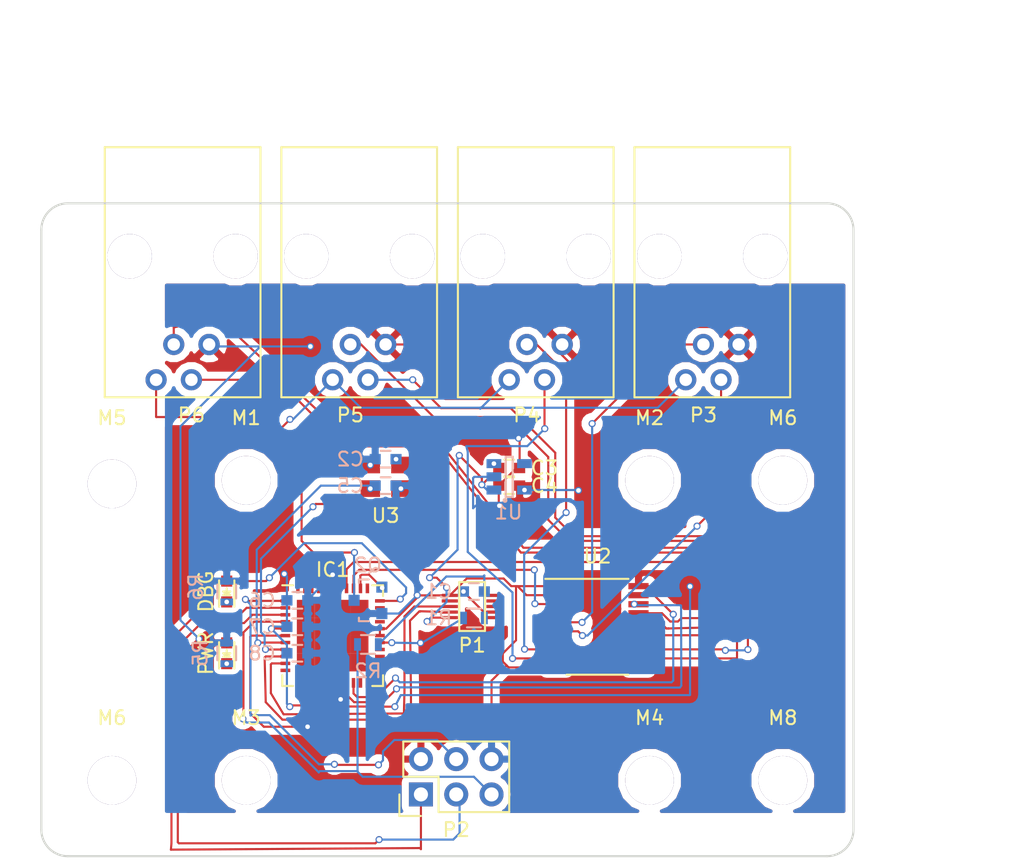
<source format=kicad_pcb>
(kicad_pcb (version 4) (host pcbnew 4.0.4-stable)

  (general
    (links 75)
    (no_connects 0)
    (area 100.254999 98.984999 158.825001 146.125001)
    (thickness 1.6)
    (drawings 10)
    (tracks 478)
    (zones 0)
    (modules 33)
    (nets 62)
  )

  (page A4)
  (layers
    (0 F.Cu signal)
    (31 B.Cu signal)
    (32 B.Adhes user)
    (33 F.Adhes user)
    (34 B.Paste user)
    (35 F.Paste user)
    (36 B.SilkS user)
    (37 F.SilkS user)
    (38 B.Mask user)
    (39 F.Mask user)
    (40 Dwgs.User user)
    (41 Cmts.User user)
    (42 Eco1.User user)
    (43 Eco2.User user)
    (44 Edge.Cuts user)
    (45 Margin user)
    (46 B.CrtYd user)
    (47 F.CrtYd user)
    (48 B.Fab user)
    (49 F.Fab user)
  )

  (setup
    (last_trace_width 0.1524)
    (trace_clearance 0.1524)
    (zone_clearance 0.508)
    (zone_45_only no)
    (trace_min 0.1524)
    (segment_width 0.2)
    (edge_width 0.15)
    (via_size 0.508)
    (via_drill 0.3302)
    (via_min_size 0.508)
    (via_min_drill 0.3)
    (uvia_size 0.3)
    (uvia_drill 0.1)
    (uvias_allowed no)
    (uvia_min_size 0)
    (uvia_min_drill 0)
    (pcb_text_width 0.3)
    (pcb_text_size 1.5 1.5)
    (mod_edge_width 0.15)
    (mod_text_size 1 1)
    (mod_text_width 0.15)
    (pad_size 3.5 3.5)
    (pad_drill 3.5)
    (pad_to_mask_clearance 0.2)
    (aux_axis_origin 0 0)
    (visible_elements 7FFFF7FF)
    (pcbplotparams
      (layerselection 0x00030_80000001)
      (usegerberextensions false)
      (excludeedgelayer true)
      (linewidth 0.100000)
      (plotframeref false)
      (viasonmask false)
      (mode 1)
      (useauxorigin false)
      (hpglpennumber 1)
      (hpglpenspeed 20)
      (hpglpendiameter 15)
      (hpglpenoverlay 2)
      (psnegative false)
      (psa4output false)
      (plotreference true)
      (plotvalue true)
      (plotinvisibletext false)
      (padsonsilk false)
      (subtractmaskfromsilk false)
      (outputformat 1)
      (mirror false)
      (drillshape 1)
      (scaleselection 1)
      (outputdirectory ""))
  )

  (net 0 "")
  (net 1 +5V)
  (net 2 GND)
  (net 3 +3V3)
  (net 4 "Net-(C5-Pad1)")
  (net 5 /DTR)
  (net 6 /ATMega1284p/MOSI)
  (net 7 /ATMega1284p/MISO)
  (net 8 /ATMega1284p/SCK)
  (net 9 /ATMega1284p/~RST)
  (net 10 /Tx_CPU)
  (net 11 /Rx_CPU)
  (net 12 /ATMega1284p/PD2)
  (net 13 /ATMega1284p/PD3)
  (net 14 /ATMega1284p/PD4)
  (net 15 /ATMega1284p/PD5)
  (net 16 /ATMega1284p/PD6)
  (net 17 /ATMega1284p/PD7)
  (net 18 /SCL)
  (net 19 /SDA)
  (net 20 /ATMega1284p/PC2)
  (net 21 /ATMega1284p/PC3)
  (net 22 /ATMega1284p/PC4)
  (net 23 /ATMega1284p/PC5)
  (net 24 /ATMega1284p/PC6)
  (net 25 /ATMega1284p/PC7)
  (net 26 /ATMega1284p/PA7)
  (net 27 /ATMega1284p/PA6)
  (net 28 /ATMega1284p/PA5)
  (net 29 /ATMega1284p/PA3)
  (net 30 /Gate)
  (net 31 /~RST)
  (net 32 /~INT)
  (net 33 /ATMega1284p/PB0)
  (net 34 /ATMega1284p/PB1)
  (net 35 /ATMega1284p/PB2)
  (net 36 /ATMega1284p/PB3)
  (net 37 /ATMega1284p/PB4)
  (net 38 "Net-(P1-Pad6)")
  (net 39 "Net-(P1-Pad8)")
  (net 40 "Net-(P1-Pad10)")
  (net 41 "Net-(P1-Pad2)")
  (net 42 "Net-(P1-Pad7)")
  (net 43 /SCL0)
  (net 44 /SDA0)
  (net 45 /drn)
  (net 46 /SCL1)
  (net 47 /SDA1)
  (net 48 /SCL2)
  (net 49 /SDA2)
  (net 50 /SCL3)
  (net 51 /SDA3)
  (net 52 "Net-(U1-Pad4)")
  (net 53 "Net-(U2-Pad4)")
  (net 54 "Net-(U2-Pad7)")
  (net 55 "Net-(U2-Pad11)")
  (net 56 "Net-(U2-Pad14)")
  (net 57 "Net-(C1-Pad1)")
  (net 58 "Net-(C2-Pad1)")
  (net 59 "Net-(D3-Pad1)")
  (net 60 "Net-(D4-Pad1)")
  (net 61 /DBG_LED)

  (net_class Default "This is the default net class."
    (clearance 0.1524)
    (trace_width 0.1524)
    (via_dia 0.508)
    (via_drill 0.3302)
    (uvia_dia 0.3)
    (uvia_drill 0.1)
    (add_net +3V3)
    (add_net +5V)
    (add_net /ATMega1284p/MISO)
    (add_net /ATMega1284p/MOSI)
    (add_net /ATMega1284p/PA3)
    (add_net /ATMega1284p/PA5)
    (add_net /ATMega1284p/PA6)
    (add_net /ATMega1284p/PA7)
    (add_net /ATMega1284p/PB0)
    (add_net /ATMega1284p/PB1)
    (add_net /ATMega1284p/PB2)
    (add_net /ATMega1284p/PB3)
    (add_net /ATMega1284p/PB4)
    (add_net /ATMega1284p/PC2)
    (add_net /ATMega1284p/PC3)
    (add_net /ATMega1284p/PC4)
    (add_net /ATMega1284p/PC5)
    (add_net /ATMega1284p/PC6)
    (add_net /ATMega1284p/PC7)
    (add_net /ATMega1284p/PD2)
    (add_net /ATMega1284p/PD3)
    (add_net /ATMega1284p/PD4)
    (add_net /ATMega1284p/PD5)
    (add_net /ATMega1284p/PD6)
    (add_net /ATMega1284p/PD7)
    (add_net /ATMega1284p/SCK)
    (add_net /ATMega1284p/~RST)
    (add_net /DBG_LED)
    (add_net /DTR)
    (add_net /Gate)
    (add_net /Rx_CPU)
    (add_net /SCL)
    (add_net /SCL0)
    (add_net /SCL1)
    (add_net /SCL2)
    (add_net /SCL3)
    (add_net /SDA)
    (add_net /SDA0)
    (add_net /SDA1)
    (add_net /SDA2)
    (add_net /SDA3)
    (add_net /Tx_CPU)
    (add_net /drn)
    (add_net /~INT)
    (add_net /~RST)
    (add_net GND)
    (add_net "Net-(C1-Pad1)")
    (add_net "Net-(C2-Pad1)")
    (add_net "Net-(C5-Pad1)")
    (add_net "Net-(D3-Pad1)")
    (add_net "Net-(D4-Pad1)")
    (add_net "Net-(P1-Pad10)")
    (add_net "Net-(P1-Pad2)")
    (add_net "Net-(P1-Pad6)")
    (add_net "Net-(P1-Pad7)")
    (add_net "Net-(P1-Pad8)")
    (add_net "Net-(U1-Pad4)")
    (add_net "Net-(U2-Pad11)")
    (add_net "Net-(U2-Pad14)")
    (add_net "Net-(U2-Pad4)")
    (add_net "Net-(U2-Pad7)")
  )

  (module Resistors_SMD:R_0603 (layer B.Cu) (tedit 582E7441) (tstamp 582E62C5)
    (at 113.665 127 90)
    (descr "Resistor SMD 0603, reflow soldering, Vishay (see dcrcw.pdf)")
    (tags "resistor 0603")
    (path /58030719/58268E36)
    (attr smd)
    (fp_text reference R6 (at 0.3175 -2.2225 90) (layer B.SilkS)
      (effects (font (size 1 1) (thickness 0.15)) (justify mirror))
    )
    (fp_text value 65 (at 0 -1.9 90) (layer B.Fab)
      (effects (font (size 1 1) (thickness 0.15)) (justify mirror))
    )
    (fp_line (start -1.3 0.8) (end 1.3 0.8) (layer B.CrtYd) (width 0.05))
    (fp_line (start -1.3 -0.8) (end 1.3 -0.8) (layer B.CrtYd) (width 0.05))
    (fp_line (start -1.3 0.8) (end -1.3 -0.8) (layer B.CrtYd) (width 0.05))
    (fp_line (start 1.3 0.8) (end 1.3 -0.8) (layer B.CrtYd) (width 0.05))
    (fp_line (start 0.5 -0.675) (end -0.5 -0.675) (layer B.SilkS) (width 0.15))
    (fp_line (start -0.5 0.675) (end 0.5 0.675) (layer B.SilkS) (width 0.15))
    (pad 1 smd rect (at -0.75 0 90) (size 0.5 0.9) (layers B.Cu B.Paste B.Mask)
      (net 60 "Net-(D4-Pad1)"))
    (pad 2 smd rect (at 0.75 0 90) (size 0.5 0.9) (layers B.Cu B.Paste B.Mask)
      (net 2 GND))
    (model Resistors_SMD.3dshapes/R_0603.wrl
      (at (xyz 0 0 0))
      (scale (xyz 1 1 1))
      (rotate (xyz 0 0 0))
    )
  )

  (module Capacitors_SMD:C_0603 (layer B.Cu) (tedit 582690F8) (tstamp 5826615D)
    (at 131.445 127 180)
    (descr "Capacitor SMD 0603, reflow soldering, AVX (see smccp.pdf)")
    (tags "capacitor 0603")
    (path /58030719/57F7DBA7)
    (attr smd)
    (fp_text reference C1 (at 2.54 0 360) (layer B.SilkS)
      (effects (font (size 1 1) (thickness 0.15)) (justify mirror))
    )
    (fp_text value 100nF (at 0 -1.9 180) (layer B.Fab)
      (effects (font (size 1 1) (thickness 0.15)) (justify mirror))
    )
    (fp_line (start -0.8 -0.4) (end -0.8 0.4) (layer B.Fab) (width 0.15))
    (fp_line (start 0.8 -0.4) (end -0.8 -0.4) (layer B.Fab) (width 0.15))
    (fp_line (start 0.8 0.4) (end 0.8 -0.4) (layer B.Fab) (width 0.15))
    (fp_line (start -0.8 0.4) (end 0.8 0.4) (layer B.Fab) (width 0.15))
    (fp_line (start -1.45 0.75) (end 1.45 0.75) (layer B.CrtYd) (width 0.05))
    (fp_line (start -1.45 -0.75) (end 1.45 -0.75) (layer B.CrtYd) (width 0.05))
    (fp_line (start -1.45 0.75) (end -1.45 -0.75) (layer B.CrtYd) (width 0.05))
    (fp_line (start 1.45 0.75) (end 1.45 -0.75) (layer B.CrtYd) (width 0.05))
    (fp_line (start -0.35 0.6) (end 0.35 0.6) (layer B.SilkS) (width 0.15))
    (fp_line (start 0.35 -0.6) (end -0.35 -0.6) (layer B.SilkS) (width 0.15))
    (pad 1 smd rect (at -0.75 0 180) (size 0.8 0.75) (layers B.Cu B.Paste B.Mask)
      (net 57 "Net-(C1-Pad1)"))
    (pad 2 smd rect (at 0.75 0 180) (size 0.8 0.75) (layers B.Cu B.Paste B.Mask)
      (net 5 /DTR))
    (model Capacitors_SMD.3dshapes/C_0603.wrl
      (at (xyz 0 0 0))
      (scale (xyz 1 1 1))
      (rotate (xyz 0 0 0))
    )
  )

  (module Capacitors_SMD:C_0603 (layer B.Cu) (tedit 582690F9) (tstamp 5826616D)
    (at 125.095 117.475 180)
    (descr "Capacitor SMD 0603, reflow soldering, AVX (see smccp.pdf)")
    (tags "capacitor 0603")
    (path /58030719/57F80CAF)
    (attr smd)
    (fp_text reference C2 (at 2.54 0 360) (layer B.SilkS)
      (effects (font (size 1 1) (thickness 0.15)) (justify mirror))
    )
    (fp_text value 18p (at 0 -2.54 180) (layer B.Fab)
      (effects (font (size 1 1) (thickness 0.15)) (justify mirror))
    )
    (fp_line (start -0.8 -0.4) (end -0.8 0.4) (layer B.Fab) (width 0.15))
    (fp_line (start 0.8 -0.4) (end -0.8 -0.4) (layer B.Fab) (width 0.15))
    (fp_line (start 0.8 0.4) (end 0.8 -0.4) (layer B.Fab) (width 0.15))
    (fp_line (start -0.8 0.4) (end 0.8 0.4) (layer B.Fab) (width 0.15))
    (fp_line (start -1.45 0.75) (end 1.45 0.75) (layer B.CrtYd) (width 0.05))
    (fp_line (start -1.45 -0.75) (end 1.45 -0.75) (layer B.CrtYd) (width 0.05))
    (fp_line (start -1.45 0.75) (end -1.45 -0.75) (layer B.CrtYd) (width 0.05))
    (fp_line (start 1.45 0.75) (end 1.45 -0.75) (layer B.CrtYd) (width 0.05))
    (fp_line (start -0.35 0.6) (end 0.35 0.6) (layer B.SilkS) (width 0.15))
    (fp_line (start 0.35 -0.6) (end -0.35 -0.6) (layer B.SilkS) (width 0.15))
    (pad 1 smd rect (at -0.75 0 180) (size 0.8 0.75) (layers B.Cu B.Paste B.Mask)
      (net 58 "Net-(C2-Pad1)"))
    (pad 2 smd rect (at 0.75 0 180) (size 0.8 0.75) (layers B.Cu B.Paste B.Mask)
      (net 2 GND))
    (model Capacitors_SMD.3dshapes/C_0603.wrl
      (at (xyz 0 0 0))
      (scale (xyz 1 1 1))
      (rotate (xyz 0 0 0))
    )
  )

  (module Capacitors_SMD:C_0603 (layer F.Cu) (tedit 582690FF) (tstamp 5826617D)
    (at 133.985 118.11)
    (descr "Capacitor SMD 0603, reflow soldering, AVX (see smccp.pdf)")
    (tags "capacitor 0603")
    (path /5826A5AE)
    (attr smd)
    (fp_text reference C3 (at 2.54 0 180) (layer F.SilkS)
      (effects (font (size 1 1) (thickness 0.15)))
    )
    (fp_text value 1µF (at 0 1.9) (layer F.Fab)
      (effects (font (size 1 1) (thickness 0.15)))
    )
    (fp_line (start -0.8 0.4) (end -0.8 -0.4) (layer F.Fab) (width 0.15))
    (fp_line (start 0.8 0.4) (end -0.8 0.4) (layer F.Fab) (width 0.15))
    (fp_line (start 0.8 -0.4) (end 0.8 0.4) (layer F.Fab) (width 0.15))
    (fp_line (start -0.8 -0.4) (end 0.8 -0.4) (layer F.Fab) (width 0.15))
    (fp_line (start -1.45 -0.75) (end 1.45 -0.75) (layer F.CrtYd) (width 0.05))
    (fp_line (start -1.45 0.75) (end 1.45 0.75) (layer F.CrtYd) (width 0.05))
    (fp_line (start -1.45 -0.75) (end -1.45 0.75) (layer F.CrtYd) (width 0.05))
    (fp_line (start 1.45 -0.75) (end 1.45 0.75) (layer F.CrtYd) (width 0.05))
    (fp_line (start -0.35 -0.6) (end 0.35 -0.6) (layer F.SilkS) (width 0.15))
    (fp_line (start 0.35 0.6) (end -0.35 0.6) (layer F.SilkS) (width 0.15))
    (pad 1 smd rect (at -0.75 0) (size 0.8 0.75) (layers F.Cu F.Paste F.Mask)
      (net 1 +5V))
    (pad 2 smd rect (at 0.75 0) (size 0.8 0.75) (layers F.Cu F.Paste F.Mask)
      (net 2 GND))
    (model Capacitors_SMD.3dshapes/C_0603.wrl
      (at (xyz 0 0 0))
      (scale (xyz 1 1 1))
      (rotate (xyz 0 0 0))
    )
  )

  (module Capacitors_SMD:C_0603 (layer F.Cu) (tedit 582E69D0) (tstamp 5826618D)
    (at 133.985 119.38 180)
    (descr "Capacitor SMD 0603, reflow soldering, AVX (see smccp.pdf)")
    (tags "capacitor 0603")
    (path /5826A9B2)
    (attr smd)
    (fp_text reference C4 (at -2.54 0 360) (layer F.SilkS)
      (effects (font (size 1 1) (thickness 0.15)))
    )
    (fp_text value 1µF (at 0 1.9 180) (layer F.Fab)
      (effects (font (size 1 1) (thickness 0.15)))
    )
    (fp_line (start -0.8 0.4) (end -0.8 -0.4) (layer F.Fab) (width 0.15))
    (fp_line (start 0.8 0.4) (end -0.8 0.4) (layer F.Fab) (width 0.15))
    (fp_line (start 0.8 -0.4) (end 0.8 0.4) (layer F.Fab) (width 0.15))
    (fp_line (start -0.8 -0.4) (end 0.8 -0.4) (layer F.Fab) (width 0.15))
    (fp_line (start -1.45 -0.75) (end 1.45 -0.75) (layer F.CrtYd) (width 0.05))
    (fp_line (start -1.45 0.75) (end 1.45 0.75) (layer F.CrtYd) (width 0.05))
    (fp_line (start -1.45 -0.75) (end -1.45 0.75) (layer F.CrtYd) (width 0.05))
    (fp_line (start 1.45 -0.75) (end 1.45 0.75) (layer F.CrtYd) (width 0.05))
    (fp_line (start -0.35 -0.6) (end 0.35 -0.6) (layer F.SilkS) (width 0.15))
    (fp_line (start 0.35 0.6) (end -0.35 0.6) (layer F.SilkS) (width 0.15))
    (pad 1 smd rect (at -0.75 0 180) (size 0.8 0.75) (layers F.Cu F.Paste F.Mask)
      (net 3 +3V3))
    (pad 2 smd rect (at 0.75 0 180) (size 0.8 0.75) (layers F.Cu F.Paste F.Mask)
      (net 2 GND))
    (model Capacitors_SMD.3dshapes/C_0603.wrl
      (at (xyz 0 0 0))
      (scale (xyz 1 1 1))
      (rotate (xyz 0 0 0))
    )
  )

  (module Capacitors_SMD:C_0603 (layer B.Cu) (tedit 5826905F) (tstamp 5826619D)
    (at 125.095 119.38)
    (descr "Capacitor SMD 0603, reflow soldering, AVX (see smccp.pdf)")
    (tags "capacitor 0603")
    (path /58030719/57F80CF6)
    (attr smd)
    (fp_text reference C5 (at -2.54 0 180) (layer B.SilkS)
      (effects (font (size 1 1) (thickness 0.15)) (justify mirror))
    )
    (fp_text value 18p (at 0 -1.9) (layer B.Fab)
      (effects (font (size 1 1) (thickness 0.15)) (justify mirror))
    )
    (fp_line (start -0.8 -0.4) (end -0.8 0.4) (layer B.Fab) (width 0.15))
    (fp_line (start 0.8 -0.4) (end -0.8 -0.4) (layer B.Fab) (width 0.15))
    (fp_line (start 0.8 0.4) (end 0.8 -0.4) (layer B.Fab) (width 0.15))
    (fp_line (start -0.8 0.4) (end 0.8 0.4) (layer B.Fab) (width 0.15))
    (fp_line (start -1.45 0.75) (end 1.45 0.75) (layer B.CrtYd) (width 0.05))
    (fp_line (start -1.45 -0.75) (end 1.45 -0.75) (layer B.CrtYd) (width 0.05))
    (fp_line (start -1.45 0.75) (end -1.45 -0.75) (layer B.CrtYd) (width 0.05))
    (fp_line (start 1.45 0.75) (end 1.45 -0.75) (layer B.CrtYd) (width 0.05))
    (fp_line (start -0.35 0.6) (end 0.35 0.6) (layer B.SilkS) (width 0.15))
    (fp_line (start 0.35 -0.6) (end -0.35 -0.6) (layer B.SilkS) (width 0.15))
    (pad 1 smd rect (at -0.75 0) (size 0.8 0.75) (layers B.Cu B.Paste B.Mask)
      (net 4 "Net-(C5-Pad1)"))
    (pad 2 smd rect (at 0.75 0) (size 0.8 0.75) (layers B.Cu B.Paste B.Mask)
      (net 2 GND))
    (model Capacitors_SMD.3dshapes/C_0603.wrl
      (at (xyz 0 0 0))
      (scale (xyz 1 1 1))
      (rotate (xyz 0 0 0))
    )
  )

  (module Capacitors_SMD:C_0603 (layer B.Cu) (tedit 58269062) (tstamp 582661AD)
    (at 118.745 127.635)
    (descr "Capacitor SMD 0603, reflow soldering, AVX (see smccp.pdf)")
    (tags "capacitor 0603")
    (path /58030719/5826B503)
    (attr smd)
    (fp_text reference C6 (at -2.54 0 180) (layer B.SilkS)
      (effects (font (size 1 1) (thickness 0.15)) (justify mirror))
    )
    (fp_text value 100n (at 0 -1.9 270) (layer B.Fab)
      (effects (font (size 1 1) (thickness 0.15)) (justify mirror))
    )
    (fp_line (start -0.8 -0.4) (end -0.8 0.4) (layer B.Fab) (width 0.15))
    (fp_line (start 0.8 -0.4) (end -0.8 -0.4) (layer B.Fab) (width 0.15))
    (fp_line (start 0.8 0.4) (end 0.8 -0.4) (layer B.Fab) (width 0.15))
    (fp_line (start -0.8 0.4) (end 0.8 0.4) (layer B.Fab) (width 0.15))
    (fp_line (start -1.45 0.75) (end 1.45 0.75) (layer B.CrtYd) (width 0.05))
    (fp_line (start -1.45 -0.75) (end 1.45 -0.75) (layer B.CrtYd) (width 0.05))
    (fp_line (start -1.45 0.75) (end -1.45 -0.75) (layer B.CrtYd) (width 0.05))
    (fp_line (start 1.45 0.75) (end 1.45 -0.75) (layer B.CrtYd) (width 0.05))
    (fp_line (start -0.35 0.6) (end 0.35 0.6) (layer B.SilkS) (width 0.15))
    (fp_line (start 0.35 -0.6) (end -0.35 -0.6) (layer B.SilkS) (width 0.15))
    (pad 1 smd rect (at -0.75 0) (size 0.8 0.75) (layers B.Cu B.Paste B.Mask)
      (net 3 +3V3))
    (pad 2 smd rect (at 0.75 0) (size 0.8 0.75) (layers B.Cu B.Paste B.Mask)
      (net 2 GND))
    (model Capacitors_SMD.3dshapes/C_0603.wrl
      (at (xyz 0 0 0))
      (scale (xyz 1 1 1))
      (rotate (xyz 0 0 0))
    )
  )

  (module Capacitors_SMD:C_0603 (layer B.Cu) (tedit 58269066) (tstamp 582661BD)
    (at 118.745 129.54)
    (descr "Capacitor SMD 0603, reflow soldering, AVX (see smccp.pdf)")
    (tags "capacitor 0603")
    (path /58030719/5826B62A)
    (attr smd)
    (fp_text reference C7 (at -2.54 0 180) (layer B.SilkS)
      (effects (font (size 1 1) (thickness 0.15)) (justify mirror))
    )
    (fp_text value 100n (at 0 1.27) (layer B.Fab)
      (effects (font (size 1 1) (thickness 0.15)) (justify mirror))
    )
    (fp_line (start -0.8 -0.4) (end -0.8 0.4) (layer B.Fab) (width 0.15))
    (fp_line (start 0.8 -0.4) (end -0.8 -0.4) (layer B.Fab) (width 0.15))
    (fp_line (start 0.8 0.4) (end 0.8 -0.4) (layer B.Fab) (width 0.15))
    (fp_line (start -0.8 0.4) (end 0.8 0.4) (layer B.Fab) (width 0.15))
    (fp_line (start -1.45 0.75) (end 1.45 0.75) (layer B.CrtYd) (width 0.05))
    (fp_line (start -1.45 -0.75) (end 1.45 -0.75) (layer B.CrtYd) (width 0.05))
    (fp_line (start -1.45 0.75) (end -1.45 -0.75) (layer B.CrtYd) (width 0.05))
    (fp_line (start 1.45 0.75) (end 1.45 -0.75) (layer B.CrtYd) (width 0.05))
    (fp_line (start -0.35 0.6) (end 0.35 0.6) (layer B.SilkS) (width 0.15))
    (fp_line (start 0.35 -0.6) (end -0.35 -0.6) (layer B.SilkS) (width 0.15))
    (pad 1 smd rect (at -0.75 0) (size 0.8 0.75) (layers B.Cu B.Paste B.Mask)
      (net 3 +3V3))
    (pad 2 smd rect (at 0.75 0) (size 0.8 0.75) (layers B.Cu B.Paste B.Mask)
      (net 2 GND))
    (model Capacitors_SMD.3dshapes/C_0603.wrl
      (at (xyz 0 0 0))
      (scale (xyz 1 1 1))
      (rotate (xyz 0 0 0))
    )
  )

  (module Housings_DFN_QFN:QFN-44-1EP_7x7mm_Pitch0.5mm (layer F.Cu) (tedit 54130A77) (tstamp 5826623F)
    (at 121.285 130.175)
    (descr "UK Package; 44-Lead Plastic QFN (7mm x 7mm); (see Linear Technology QFN_44_05-08-1763.pdf)")
    (tags "QFN 0.5")
    (path /58030719/57F7CB80)
    (attr smd)
    (fp_text reference IC1 (at 0 -4.75) (layer F.SilkS)
      (effects (font (size 1 1) (thickness 0.15)))
    )
    (fp_text value ATMEGA1284P-M (at 0 4.75) (layer F.Fab)
      (effects (font (size 1 1) (thickness 0.15)))
    )
    (fp_line (start -2.5 -3.5) (end 3.5 -3.5) (layer F.Fab) (width 0.15))
    (fp_line (start 3.5 -3.5) (end 3.5 3.5) (layer F.Fab) (width 0.15))
    (fp_line (start 3.5 3.5) (end -3.5 3.5) (layer F.Fab) (width 0.15))
    (fp_line (start -3.5 3.5) (end -3.5 -2.5) (layer F.Fab) (width 0.15))
    (fp_line (start -3.5 -2.5) (end -2.5 -3.5) (layer F.Fab) (width 0.15))
    (fp_line (start -4 -4) (end -4 4) (layer F.CrtYd) (width 0.05))
    (fp_line (start 4 -4) (end 4 4) (layer F.CrtYd) (width 0.05))
    (fp_line (start -4 -4) (end 4 -4) (layer F.CrtYd) (width 0.05))
    (fp_line (start -4 4) (end 4 4) (layer F.CrtYd) (width 0.05))
    (fp_line (start 3.625 -3.625) (end 3.625 -2.85) (layer F.SilkS) (width 0.15))
    (fp_line (start -3.625 3.625) (end -3.625 2.85) (layer F.SilkS) (width 0.15))
    (fp_line (start 3.625 3.625) (end 3.625 2.85) (layer F.SilkS) (width 0.15))
    (fp_line (start -3.625 -3.625) (end -2.85 -3.625) (layer F.SilkS) (width 0.15))
    (fp_line (start -3.625 3.625) (end -2.85 3.625) (layer F.SilkS) (width 0.15))
    (fp_line (start 3.625 3.625) (end 2.85 3.625) (layer F.SilkS) (width 0.15))
    (fp_line (start 3.625 -3.625) (end 2.85 -3.625) (layer F.SilkS) (width 0.15))
    (pad 1 smd rect (at -3.4 -2.5) (size 0.7 0.25) (layers F.Cu F.Paste F.Mask)
      (net 6 /ATMega1284p/MOSI))
    (pad 2 smd rect (at -3.4 -2) (size 0.7 0.25) (layers F.Cu F.Paste F.Mask)
      (net 7 /ATMega1284p/MISO))
    (pad 3 smd rect (at -3.4 -1.5) (size 0.7 0.25) (layers F.Cu F.Paste F.Mask)
      (net 8 /ATMega1284p/SCK))
    (pad 4 smd rect (at -3.4 -1) (size 0.7 0.25) (layers F.Cu F.Paste F.Mask)
      (net 9 /ATMega1284p/~RST))
    (pad 5 smd rect (at -3.4 -0.5) (size 0.7 0.25) (layers F.Cu F.Paste F.Mask)
      (net 3 +3V3))
    (pad 6 smd rect (at -3.4 0) (size 0.7 0.25) (layers F.Cu F.Paste F.Mask)
      (net 2 GND))
    (pad 7 smd rect (at -3.4 0.5) (size 0.7 0.25) (layers F.Cu F.Paste F.Mask)
      (net 4 "Net-(C5-Pad1)"))
    (pad 8 smd rect (at -3.4 1) (size 0.7 0.25) (layers F.Cu F.Paste F.Mask)
      (net 58 "Net-(C2-Pad1)"))
    (pad 9 smd rect (at -3.4 1.5) (size 0.7 0.25) (layers F.Cu F.Paste F.Mask)
      (net 10 /Tx_CPU))
    (pad 10 smd rect (at -3.4 2) (size 0.7 0.25) (layers F.Cu F.Paste F.Mask)
      (net 11 /Rx_CPU))
    (pad 11 smd rect (at -3.4 2.5) (size 0.7 0.25) (layers F.Cu F.Paste F.Mask)
      (net 12 /ATMega1284p/PD2))
    (pad 12 smd rect (at -2.5 3.4 90) (size 0.7 0.25) (layers F.Cu F.Paste F.Mask)
      (net 13 /ATMega1284p/PD3))
    (pad 13 smd rect (at -2 3.4 90) (size 0.7 0.25) (layers F.Cu F.Paste F.Mask)
      (net 14 /ATMega1284p/PD4))
    (pad 14 smd rect (at -1.5 3.4 90) (size 0.7 0.25) (layers F.Cu F.Paste F.Mask)
      (net 15 /ATMega1284p/PD5))
    (pad 15 smd rect (at -1 3.4 90) (size 0.7 0.25) (layers F.Cu F.Paste F.Mask)
      (net 16 /ATMega1284p/PD6))
    (pad 16 smd rect (at -0.5 3.4 90) (size 0.7 0.25) (layers F.Cu F.Paste F.Mask)
      (net 17 /ATMega1284p/PD7))
    (pad 17 smd rect (at 0 3.4 90) (size 0.7 0.25) (layers F.Cu F.Paste F.Mask)
      (net 3 +3V3))
    (pad 18 smd rect (at 0.5 3.4 90) (size 0.7 0.25) (layers F.Cu F.Paste F.Mask)
      (net 2 GND))
    (pad 19 smd rect (at 1 3.4 90) (size 0.7 0.25) (layers F.Cu F.Paste F.Mask)
      (net 18 /SCL))
    (pad 20 smd rect (at 1.5 3.4 90) (size 0.7 0.25) (layers F.Cu F.Paste F.Mask)
      (net 19 /SDA))
    (pad 21 smd rect (at 2 3.4 90) (size 0.7 0.25) (layers F.Cu F.Paste F.Mask)
      (net 20 /ATMega1284p/PC2))
    (pad 22 smd rect (at 2.5 3.4 90) (size 0.7 0.25) (layers F.Cu F.Paste F.Mask)
      (net 21 /ATMega1284p/PC3))
    (pad 23 smd rect (at 3.4 2.5) (size 0.7 0.25) (layers F.Cu F.Paste F.Mask)
      (net 22 /ATMega1284p/PC4))
    (pad 24 smd rect (at 3.4 2) (size 0.7 0.25) (layers F.Cu F.Paste F.Mask)
      (net 23 /ATMega1284p/PC5))
    (pad 25 smd rect (at 3.4 1.5) (size 0.7 0.25) (layers F.Cu F.Paste F.Mask)
      (net 24 /ATMega1284p/PC6))
    (pad 26 smd rect (at 3.4 1) (size 0.7 0.25) (layers F.Cu F.Paste F.Mask)
      (net 25 /ATMega1284p/PC7))
    (pad 27 smd rect (at 3.4 0.5) (size 0.7 0.25) (layers F.Cu F.Paste F.Mask)
      (net 3 +3V3))
    (pad 28 smd rect (at 3.4 0) (size 0.7 0.25) (layers F.Cu F.Paste F.Mask)
      (net 2 GND))
    (pad 29 smd rect (at 3.4 -0.5) (size 0.7 0.25) (layers F.Cu F.Paste F.Mask)
      (net 2 GND))
    (pad 30 smd rect (at 3.4 -1) (size 0.7 0.25) (layers F.Cu F.Paste F.Mask)
      (net 26 /ATMega1284p/PA7))
    (pad 31 smd rect (at 3.4 -1.5) (size 0.7 0.25) (layers F.Cu F.Paste F.Mask)
      (net 27 /ATMega1284p/PA6))
    (pad 32 smd rect (at 3.4 -2) (size 0.7 0.25) (layers F.Cu F.Paste F.Mask)
      (net 28 /ATMega1284p/PA5))
    (pad 33 smd rect (at 3.4 -2.5) (size 0.7 0.25) (layers F.Cu F.Paste F.Mask)
      (net 61 /DBG_LED))
    (pad 34 smd rect (at 2.5 -3.4 90) (size 0.7 0.25) (layers F.Cu F.Paste F.Mask)
      (net 29 /ATMega1284p/PA3))
    (pad 35 smd rect (at 2 -3.4 90) (size 0.7 0.25) (layers F.Cu F.Paste F.Mask)
      (net 30 /Gate))
    (pad 36 smd rect (at 1.5 -3.4 90) (size 0.7 0.25) (layers F.Cu F.Paste F.Mask)
      (net 31 /~RST))
    (pad 37 smd rect (at 1 -3.4 90) (size 0.7 0.25) (layers F.Cu F.Paste F.Mask)
      (net 32 /~INT))
    (pad 38 smd rect (at 0.5 -3.4 90) (size 0.7 0.25) (layers F.Cu F.Paste F.Mask)
      (net 3 +3V3))
    (pad 39 smd rect (at 0 -3.4 90) (size 0.7 0.25) (layers F.Cu F.Paste F.Mask)
      (net 2 GND))
    (pad 40 smd rect (at -0.5 -3.4 90) (size 0.7 0.25) (layers F.Cu F.Paste F.Mask)
      (net 33 /ATMega1284p/PB0))
    (pad 41 smd rect (at -1 -3.4 90) (size 0.7 0.25) (layers F.Cu F.Paste F.Mask)
      (net 34 /ATMega1284p/PB1))
    (pad 42 smd rect (at -1.5 -3.4 90) (size 0.7 0.25) (layers F.Cu F.Paste F.Mask)
      (net 35 /ATMega1284p/PB2))
    (pad 43 smd rect (at -2 -3.4 90) (size 0.7 0.25) (layers F.Cu F.Paste F.Mask)
      (net 36 /ATMega1284p/PB3))
    (pad 44 smd rect (at -2.5 -3.4 90) (size 0.7 0.25) (layers F.Cu F.Paste F.Mask)
      (net 37 /ATMega1284p/PB4))
    (pad 45 smd rect (at 1.93125 1.93125) (size 1.2875 1.2875) (layers F.Cu F.Paste F.Mask)
      (solder_paste_margin_ratio -0.2))
    (pad 45 smd rect (at 1.93125 0.64375) (size 1.2875 1.2875) (layers F.Cu F.Paste F.Mask)
      (solder_paste_margin_ratio -0.2))
    (pad 45 smd rect (at 1.93125 -0.64375) (size 1.2875 1.2875) (layers F.Cu F.Paste F.Mask)
      (solder_paste_margin_ratio -0.2))
    (pad 45 smd rect (at 1.93125 -1.93125) (size 1.2875 1.2875) (layers F.Cu F.Paste F.Mask)
      (solder_paste_margin_ratio -0.2))
    (pad 45 smd rect (at 0.64375 1.93125) (size 1.2875 1.2875) (layers F.Cu F.Paste F.Mask)
      (solder_paste_margin_ratio -0.2))
    (pad 45 smd rect (at 0.64375 0.64375) (size 1.2875 1.2875) (layers F.Cu F.Paste F.Mask)
      (solder_paste_margin_ratio -0.2))
    (pad 45 smd rect (at 0.64375 -0.64375) (size 1.2875 1.2875) (layers F.Cu F.Paste F.Mask)
      (solder_paste_margin_ratio -0.2))
    (pad 45 smd rect (at 0.64375 -1.93125) (size 1.2875 1.2875) (layers F.Cu F.Paste F.Mask)
      (solder_paste_margin_ratio -0.2))
    (pad 45 smd rect (at -0.64375 1.93125) (size 1.2875 1.2875) (layers F.Cu F.Paste F.Mask)
      (solder_paste_margin_ratio -0.2))
    (pad 45 smd rect (at -0.64375 0.64375) (size 1.2875 1.2875) (layers F.Cu F.Paste F.Mask)
      (solder_paste_margin_ratio -0.2))
    (pad 45 smd rect (at -0.64375 -0.64375) (size 1.2875 1.2875) (layers F.Cu F.Paste F.Mask)
      (solder_paste_margin_ratio -0.2))
    (pad 45 smd rect (at -0.64375 -1.93125) (size 1.2875 1.2875) (layers F.Cu F.Paste F.Mask)
      (solder_paste_margin_ratio -0.2))
    (pad 45 smd rect (at -1.93125 1.93125) (size 1.2875 1.2875) (layers F.Cu F.Paste F.Mask)
      (solder_paste_margin_ratio -0.2))
    (pad 45 smd rect (at -1.93125 0.64375) (size 1.2875 1.2875) (layers F.Cu F.Paste F.Mask)
      (solder_paste_margin_ratio -0.2))
    (pad 45 smd rect (at -1.93125 -0.64375) (size 1.2875 1.2875) (layers F.Cu F.Paste F.Mask)
      (solder_paste_margin_ratio -0.2))
    (pad 45 smd rect (at -1.93125 -1.93125) (size 1.2875 1.2875) (layers F.Cu F.Paste F.Mask)
      (solder_paste_margin_ratio -0.2))
    (model Housings_DFN_QFN.3dshapes/QFN-44-1EP_7x7mm_Pitch0.5mm.wrl
      (at (xyz 0 0 0))
      (scale (xyz 1 1 1))
      (rotate (xyz 0 0 0))
    )
  )

  (module robosub_footprints:DF40C-10DP-Header (layer F.Cu) (tedit 5824D854) (tstamp 58266251)
    (at 131.318 128.0795 90)
    (path /582EBEDB)
    (fp_text reference P1 (at -2.794 0 180) (layer F.SilkS)
      (effects (font (size 1 1) (thickness 0.15)))
    )
    (fp_text value Mezzanine-Header (at 0 -3.302 90) (layer F.Fab)
      (effects (font (size 1 1) (thickness 0.15)))
    )
    (fp_line (start -1.76 0.925) (end 1.76 0.925) (layer F.SilkS) (width 0.15))
    (fp_line (start -1.76 -0.925) (end 1.76 -0.925) (layer F.SilkS) (width 0.15))
    (fp_line (start -1.76 -0.925) (end -1.76 0.925) (layer F.SilkS) (width 0.15))
    (fp_line (start 1.76 -0.925) (end 1.76 0.925) (layer F.SilkS) (width 0.15))
    (pad 5 smd rect (at 0 -1.605 180) (size 1.16 0.23) (layers F.Cu F.Paste F.Mask)
      (net 11 /Rx_CPU))
    (pad 6 smd rect (at 0 1.605 180) (size 1.16 0.23) (layers F.Cu F.Paste F.Mask)
      (net 38 "Net-(P1-Pad6)"))
    (pad 8 smd rect (at 0.4 1.605 180) (size 1.16 0.23) (layers F.Cu F.Paste F.Mask)
      (net 39 "Net-(P1-Pad8)"))
    (pad 10 smd rect (at 0.8 1.605 180) (size 1.16 0.23) (layers F.Cu F.Paste F.Mask)
      (net 40 "Net-(P1-Pad10)"))
    (pad 4 smd rect (at -0.4 1.605 180) (size 1.16 0.23) (layers F.Cu F.Paste F.Mask)
      (net 5 /DTR))
    (pad 2 smd rect (at -0.8 1.605 180) (size 1.16 0.23) (layers F.Cu F.Paste F.Mask)
      (net 41 "Net-(P1-Pad2)"))
    (pad 3 smd rect (at -0.4 -1.605 180) (size 1.16 0.23) (layers F.Cu F.Paste F.Mask)
      (net 10 /Tx_CPU))
    (pad 1 smd rect (at -0.8 -1.605 180) (size 1.16 0.23) (layers F.Cu F.Paste F.Mask)
      (net 1 +5V))
    (pad 7 smd rect (at 0.4 -1.605 180) (size 1.16 0.23) (layers F.Cu F.Paste F.Mask)
      (net 42 "Net-(P1-Pad7)"))
    (pad 9 smd rect (at 0.8 -1.605 180) (size 1.16 0.23) (layers F.Cu F.Paste F.Mask)
      (net 2 GND))
  )

  (module Pin_Headers:Pin_Header_Straight_2x03 (layer F.Cu) (tedit 582675A0) (tstamp 58266268)
    (at 127.635 141.605 90)
    (descr "Through hole pin header")
    (tags "pin header")
    (path /58030719/57F7CD77)
    (fp_text reference P2 (at -2.54 2.54 180) (layer F.SilkS)
      (effects (font (size 1 1) (thickness 0.15)))
    )
    (fp_text value CONN_02X03 (at 0 -3.1 90) (layer F.Fab)
      (effects (font (size 1 1) (thickness 0.15)))
    )
    (fp_line (start -1.27 1.27) (end -1.27 6.35) (layer F.SilkS) (width 0.15))
    (fp_line (start -1.55 -1.55) (end 0 -1.55) (layer F.SilkS) (width 0.15))
    (fp_line (start -1.75 -1.75) (end -1.75 6.85) (layer F.CrtYd) (width 0.05))
    (fp_line (start 4.3 -1.75) (end 4.3 6.85) (layer F.CrtYd) (width 0.05))
    (fp_line (start -1.75 -1.75) (end 4.3 -1.75) (layer F.CrtYd) (width 0.05))
    (fp_line (start -1.75 6.85) (end 4.3 6.85) (layer F.CrtYd) (width 0.05))
    (fp_line (start 1.27 -1.27) (end 1.27 1.27) (layer F.SilkS) (width 0.15))
    (fp_line (start 1.27 1.27) (end -1.27 1.27) (layer F.SilkS) (width 0.15))
    (fp_line (start -1.27 6.35) (end 3.81 6.35) (layer F.SilkS) (width 0.15))
    (fp_line (start 3.81 6.35) (end 3.81 1.27) (layer F.SilkS) (width 0.15))
    (fp_line (start -1.55 -1.55) (end -1.55 0) (layer F.SilkS) (width 0.15))
    (fp_line (start 3.81 -1.27) (end 1.27 -1.27) (layer F.SilkS) (width 0.15))
    (fp_line (start 3.81 1.27) (end 3.81 -1.27) (layer F.SilkS) (width 0.15))
    (pad 1 thru_hole rect (at 0 0 90) (size 1.7272 1.7272) (drill 1.016) (layers *.Cu *.Mask)
      (net 7 /ATMega1284p/MISO))
    (pad 2 thru_hole oval (at 2.54 0 90) (size 1.7272 1.7272) (drill 1.016) (layers *.Cu *.Mask)
      (net 3 +3V3))
    (pad 3 thru_hole oval (at 0 2.54 90) (size 1.7272 1.7272) (drill 1.016) (layers *.Cu *.Mask)
      (net 8 /ATMega1284p/SCK))
    (pad 4 thru_hole oval (at 2.54 2.54 90) (size 1.7272 1.7272) (drill 1.016) (layers *.Cu *.Mask)
      (net 6 /ATMega1284p/MOSI))
    (pad 5 thru_hole oval (at 0 5.08 90) (size 1.7272 1.7272) (drill 1.016) (layers *.Cu *.Mask)
      (net 9 /ATMega1284p/~RST))
    (pad 6 thru_hole oval (at 2.54 5.08 90) (size 1.7272 1.7272) (drill 1.016) (layers *.Cu *.Mask)
      (net 2 GND))
    (model Pin_Headers.3dshapes/Pin_Header_Straight_2x03.wrl
      (at (xyz 0.05 -0.1 0))
      (scale (xyz 1 1 1))
      (rotate (xyz 0 0 90))
    )
  )

  (module robosub_footprints:RJ10-JACK (layer F.Cu) (tedit 582679ED) (tstamp 58266276)
    (at 125.095 109.22 180)
    (path /57E89E7F)
    (fp_text reference P5 (at 2.54 -5.08 180) (layer F.SilkS)
      (effects (font (size 1 1) (thickness 0.15)))
    )
    (fp_text value CONN_01X04 (at 0 -5.08 180) (layer F.Fab)
      (effects (font (size 1 1) (thickness 0.15)))
    )
    (fp_line (start -3.7 -3.8) (end 7.5 -3.8) (layer F.SilkS) (width 0.15))
    (fp_line (start 7.5 14.2) (end 7.5 -3.8) (layer F.SilkS) (width 0.15))
    (fp_line (start -3.7 14.2) (end -3.7 -3.8) (layer F.SilkS) (width 0.15))
    (fp_line (start -3.7 14.2) (end 7.5 14.2) (layer F.SilkS) (width 0.15))
    (pad 1 thru_hole circle (at 0 0 180) (size 1.54 1.54) (drill 0.9) (layers *.Cu *.Mask)
      (net 3 +3V3))
    (pad 2 thru_hole circle (at 1.27 -2.54 180) (size 1.524 1.524) (drill 0.9) (layers *.Cu *.Mask)
      (net 48 /SCL2))
    (pad 3 thru_hole circle (at 2.54 0 180) (size 1.524 1.524) (drill 0.9) (layers *.Cu *.Mask)
      (net 49 /SDA2))
    (pad 4 thru_hole circle (at 3.81 -2.54 180) (size 1.524 1.524) (drill 0.9) (layers *.Cu *.Mask)
      (net 45 /drn))
    (pad "" thru_hole circle (at -1.91 6.35 180) (size 3.2 3.2) (drill 3.2) (layers *.Cu *.Mask))
    (pad "" thru_hole circle (at 5.71 6.35 180) (size 3.2 3.2) (drill 3.2) (layers *.Cu *.Mask))
  )

  (module robosub_footprints:RJ10-JACK (layer F.Cu) (tedit 582679F3) (tstamp 58266284)
    (at 112.395 109.22 180)
    (path /57E89EB4)
    (fp_text reference P6 (at 1.27 -5.08 180) (layer F.SilkS)
      (effects (font (size 1 1) (thickness 0.15)))
    )
    (fp_text value CONN_01X04 (at 0 -5.08 180) (layer F.Fab)
      (effects (font (size 1 1) (thickness 0.15)))
    )
    (fp_line (start -3.7 -3.8) (end 7.5 -3.8) (layer F.SilkS) (width 0.15))
    (fp_line (start 7.5 14.2) (end 7.5 -3.8) (layer F.SilkS) (width 0.15))
    (fp_line (start -3.7 14.2) (end -3.7 -3.8) (layer F.SilkS) (width 0.15))
    (fp_line (start -3.7 14.2) (end 7.5 14.2) (layer F.SilkS) (width 0.15))
    (pad 1 thru_hole circle (at 0 0 180) (size 1.54 1.54) (drill 0.9) (layers *.Cu *.Mask)
      (net 3 +3V3))
    (pad 2 thru_hole circle (at 1.27 -2.54 180) (size 1.524 1.524) (drill 0.9) (layers *.Cu *.Mask)
      (net 50 /SCL3))
    (pad 3 thru_hole circle (at 2.54 0 180) (size 1.524 1.524) (drill 0.9) (layers *.Cu *.Mask)
      (net 51 /SDA3))
    (pad 4 thru_hole circle (at 3.81 -2.54 180) (size 1.524 1.524) (drill 0.9) (layers *.Cu *.Mask)
      (net 45 /drn))
    (pad "" thru_hole circle (at -1.91 6.35 180) (size 3.2 3.2) (drill 3.2) (layers *.Cu *.Mask))
    (pad "" thru_hole circle (at 5.71 6.35 180) (size 3.2 3.2) (drill 3.2) (layers *.Cu *.Mask))
  )

  (module robosub_footprints:RJ10-JACK (layer F.Cu) (tedit 582679E4) (tstamp 58266292)
    (at 150.495 109.22 180)
    (path /57E89DA5)
    (fp_text reference P3 (at 2.54 -5.08 180) (layer F.SilkS)
      (effects (font (size 1 1) (thickness 0.15)))
    )
    (fp_text value CONN_01X04 (at 0 -5.08 180) (layer F.Fab)
      (effects (font (size 1 1) (thickness 0.15)))
    )
    (fp_line (start -3.7 -3.8) (end 7.5 -3.8) (layer F.SilkS) (width 0.15))
    (fp_line (start 7.5 14.2) (end 7.5 -3.8) (layer F.SilkS) (width 0.15))
    (fp_line (start -3.7 14.2) (end -3.7 -3.8) (layer F.SilkS) (width 0.15))
    (fp_line (start -3.7 14.2) (end 7.5 14.2) (layer F.SilkS) (width 0.15))
    (pad 1 thru_hole circle (at 0 0 180) (size 1.54 1.54) (drill 0.9) (layers *.Cu *.Mask)
      (net 3 +3V3))
    (pad 2 thru_hole circle (at 1.27 -2.54 180) (size 1.524 1.524) (drill 0.9) (layers *.Cu *.Mask)
      (net 43 /SCL0))
    (pad 3 thru_hole circle (at 2.54 0 180) (size 1.524 1.524) (drill 0.9) (layers *.Cu *.Mask)
      (net 44 /SDA0))
    (pad 4 thru_hole circle (at 3.81 -2.54 180) (size 1.524 1.524) (drill 0.9) (layers *.Cu *.Mask)
      (net 45 /drn))
    (pad "" thru_hole circle (at -1.91 6.35 180) (size 3.2 3.2) (drill 3.2) (layers *.Cu *.Mask))
    (pad "" thru_hole circle (at 5.71 6.35 180) (size 3.2 3.2) (drill 3.2) (layers *.Cu *.Mask))
  )

  (module robosub_footprints:RJ10-JACK (layer F.Cu) (tedit 582679E9) (tstamp 582662A0)
    (at 137.795 109.22 180)
    (path /57E89E44)
    (fp_text reference P4 (at 2.54 -5.08 180) (layer F.SilkS)
      (effects (font (size 1 1) (thickness 0.15)))
    )
    (fp_text value CONN_01X04 (at 0 -5.08 180) (layer F.Fab)
      (effects (font (size 1 1) (thickness 0.15)))
    )
    (fp_line (start -3.7 -3.8) (end 7.5 -3.8) (layer F.SilkS) (width 0.15))
    (fp_line (start 7.5 14.2) (end 7.5 -3.8) (layer F.SilkS) (width 0.15))
    (fp_line (start -3.7 14.2) (end -3.7 -3.8) (layer F.SilkS) (width 0.15))
    (fp_line (start -3.7 14.2) (end 7.5 14.2) (layer F.SilkS) (width 0.15))
    (pad 1 thru_hole circle (at 0 0 180) (size 1.54 1.54) (drill 0.9) (layers *.Cu *.Mask)
      (net 3 +3V3))
    (pad 2 thru_hole circle (at 1.27 -2.54 180) (size 1.524 1.524) (drill 0.9) (layers *.Cu *.Mask)
      (net 46 /SCL1))
    (pad 3 thru_hole circle (at 2.54 0 180) (size 1.524 1.524) (drill 0.9) (layers *.Cu *.Mask)
      (net 47 /SDA1))
    (pad 4 thru_hole circle (at 3.81 -2.54 180) (size 1.524 1.524) (drill 0.9) (layers *.Cu *.Mask)
      (net 45 /drn))
    (pad "" thru_hole circle (at -1.91 6.35 180) (size 3.2 3.2) (drill 3.2) (layers *.Cu *.Mask))
    (pad "" thru_hole circle (at 5.71 6.35 180) (size 3.2 3.2) (drill 3.2) (layers *.Cu *.Mask))
  )

  (module TO_SOT_Packages_SMD:SOT-23 (layer B.Cu) (tedit 582E75B4) (tstamp 582662B0)
    (at 123.825 127.635 270)
    (descr "SOT-23, Standard")
    (tags SOT-23)
    (path /581C259C)
    (attr smd)
    (fp_text reference Q2 (at -2.54 0 540) (layer B.SilkS)
      (effects (font (size 1 1) (thickness 0.15)) (justify mirror))
    )
    (fp_text value Q_NJFET_GSD (at 0 -2.3 270) (layer B.Fab)
      (effects (font (size 1 1) (thickness 0.15)) (justify mirror))
    )
    (fp_line (start -1.65 1.6) (end 1.65 1.6) (layer B.CrtYd) (width 0.05))
    (fp_line (start 1.65 1.6) (end 1.65 -1.6) (layer B.CrtYd) (width 0.05))
    (fp_line (start 1.65 -1.6) (end -1.65 -1.6) (layer B.CrtYd) (width 0.05))
    (fp_line (start -1.65 -1.6) (end -1.65 1.6) (layer B.CrtYd) (width 0.05))
    (fp_line (start 1.29916 0.65024) (end 1.2509 0.65024) (layer B.SilkS) (width 0.15))
    (fp_line (start -1.49982 -0.0508) (end -1.49982 0.65024) (layer B.SilkS) (width 0.15))
    (fp_line (start -1.49982 0.65024) (end -1.2509 0.65024) (layer B.SilkS) (width 0.15))
    (fp_line (start 1.29916 0.65024) (end 1.49982 0.65024) (layer B.SilkS) (width 0.15))
    (fp_line (start 1.49982 0.65024) (end 1.49982 -0.0508) (layer B.SilkS) (width 0.15))
    (pad 1 smd rect (at -0.95 -1.00076 270) (size 0.8001 0.8001) (layers B.Cu B.Paste B.Mask)
      (net 30 /Gate))
    (pad 2 smd rect (at 0.95 -1.00076 270) (size 0.8001 0.8001) (layers B.Cu B.Paste B.Mask)
      (net 2 GND))
    (pad 3 smd rect (at 0 0.99822 270) (size 0.8001 0.8001) (layers B.Cu B.Paste B.Mask)
      (net 45 /drn))
    (model TO_SOT_Packages_SMD.3dshapes/SOT-23.wrl
      (at (xyz 0 0 0))
      (scale (xyz 1 1 1))
      (rotate (xyz 0 0 0))
    )
  )

  (module Resistors_SMD:R_0603 (layer B.Cu) (tedit 5826783D) (tstamp 582662BC)
    (at 131.445 128.905)
    (descr "Resistor SMD 0603, reflow soldering, Vishay (see dcrcw.pdf)")
    (tags "resistor 0603")
    (path /58030719/57F7DC1C)
    (attr smd)
    (fp_text reference R1 (at -2.54 0 180) (layer B.SilkS)
      (effects (font (size 1 1) (thickness 0.15)) (justify mirror))
    )
    (fp_text value 10k (at 0 -1.9) (layer B.Fab)
      (effects (font (size 1 1) (thickness 0.15)) (justify mirror))
    )
    (fp_line (start -1.3 0.8) (end 1.3 0.8) (layer B.CrtYd) (width 0.05))
    (fp_line (start -1.3 -0.8) (end 1.3 -0.8) (layer B.CrtYd) (width 0.05))
    (fp_line (start -1.3 0.8) (end -1.3 -0.8) (layer B.CrtYd) (width 0.05))
    (fp_line (start 1.3 0.8) (end 1.3 -0.8) (layer B.CrtYd) (width 0.05))
    (fp_line (start 0.5 -0.675) (end -0.5 -0.675) (layer B.SilkS) (width 0.15))
    (fp_line (start -0.5 0.675) (end 0.5 0.675) (layer B.SilkS) (width 0.15))
    (pad 1 smd rect (at -0.75 0) (size 0.5 0.9) (layers B.Cu B.Paste B.Mask)
      (net 3 +3V3))
    (pad 2 smd rect (at 0.75 0) (size 0.5 0.9) (layers B.Cu B.Paste B.Mask)
      (net 57 "Net-(C1-Pad1)"))
    (model Resistors_SMD.3dshapes/R_0603.wrl
      (at (xyz 0 0 0))
      (scale (xyz 1 1 1))
      (rotate (xyz 0 0 0))
    )
  )

  (module Resistors_SMD:R_0603 (layer B.Cu) (tedit 582E75BB) (tstamp 582662C8)
    (at 123.825 130.81)
    (descr "Resistor SMD 0603, reflow soldering, Vishay (see dcrcw.pdf)")
    (tags "resistor 0603")
    (path /58030719/57F7DC84)
    (attr smd)
    (fp_text reference R2 (at 0 1.905) (layer B.SilkS)
      (effects (font (size 1 1) (thickness 0.15)) (justify mirror))
    )
    (fp_text value 1k (at 0 -1.9) (layer B.Fab)
      (effects (font (size 1 1) (thickness 0.15)) (justify mirror))
    )
    (fp_line (start -1.3 0.8) (end 1.3 0.8) (layer B.CrtYd) (width 0.05))
    (fp_line (start -1.3 -0.8) (end 1.3 -0.8) (layer B.CrtYd) (width 0.05))
    (fp_line (start -1.3 0.8) (end -1.3 -0.8) (layer B.CrtYd) (width 0.05))
    (fp_line (start 1.3 0.8) (end 1.3 -0.8) (layer B.CrtYd) (width 0.05))
    (fp_line (start 0.5 -0.675) (end -0.5 -0.675) (layer B.SilkS) (width 0.15))
    (fp_line (start -0.5 0.675) (end 0.5 0.675) (layer B.SilkS) (width 0.15))
    (pad 1 smd rect (at -0.75 0) (size 0.5 0.9) (layers B.Cu B.Paste B.Mask)
      (net 9 /ATMega1284p/~RST))
    (pad 2 smd rect (at 0.75 0) (size 0.5 0.9) (layers B.Cu B.Paste B.Mask)
      (net 57 "Net-(C1-Pad1)"))
    (model Resistors_SMD.3dshapes/R_0603.wrl
      (at (xyz 0 0 0))
      (scale (xyz 1 1 1))
      (rotate (xyz 0 0 0))
    )
  )

  (module TO_SOT_Packages_SMD:SOT-23-5 (layer B.Cu) (tedit 55360473) (tstamp 582662F2)
    (at 133.985 118.745)
    (descr "5-pin SOT23 package")
    (tags SOT-23-5)
    (path /5826B3E3)
    (attr smd)
    (fp_text reference U1 (at -0.05 2.55) (layer B.SilkS)
      (effects (font (size 1 1) (thickness 0.15)) (justify mirror))
    )
    (fp_text value AP2112 (at -0.05 -2.35) (layer B.Fab)
      (effects (font (size 1 1) (thickness 0.15)) (justify mirror))
    )
    (fp_line (start -1.8 1.6) (end 1.8 1.6) (layer B.CrtYd) (width 0.05))
    (fp_line (start 1.8 1.6) (end 1.8 -1.6) (layer B.CrtYd) (width 0.05))
    (fp_line (start 1.8 -1.6) (end -1.8 -1.6) (layer B.CrtYd) (width 0.05))
    (fp_line (start -1.8 -1.6) (end -1.8 1.6) (layer B.CrtYd) (width 0.05))
    (fp_circle (center -0.3 1.7) (end -0.2 1.7) (layer B.SilkS) (width 0.15))
    (fp_line (start 0.25 1.45) (end -0.25 1.45) (layer B.SilkS) (width 0.15))
    (fp_line (start 0.25 -1.45) (end 0.25 1.45) (layer B.SilkS) (width 0.15))
    (fp_line (start -0.25 -1.45) (end 0.25 -1.45) (layer B.SilkS) (width 0.15))
    (fp_line (start -0.25 1.45) (end -0.25 -1.45) (layer B.SilkS) (width 0.15))
    (pad 1 smd rect (at -1.1 0.95) (size 1.06 0.65) (layers B.Cu B.Paste B.Mask)
      (net 1 +5V))
    (pad 2 smd rect (at -1.1 0) (size 1.06 0.65) (layers B.Cu B.Paste B.Mask)
      (net 2 GND))
    (pad 3 smd rect (at -1.1 -0.95) (size 1.06 0.65) (layers B.Cu B.Paste B.Mask)
      (net 1 +5V))
    (pad 4 smd rect (at 1.1 -0.95) (size 1.06 0.65) (layers B.Cu B.Paste B.Mask)
      (net 52 "Net-(U1-Pad4)"))
    (pad 5 smd rect (at 1.1 0.95) (size 1.06 0.65) (layers B.Cu B.Paste B.Mask)
      (net 3 +3V3))
    (model TO_SOT_Packages_SMD.3dshapes/SOT-23-5.wrl
      (at (xyz 0 0 0))
      (scale (xyz 1 1 1))
      (rotate (xyz 0 0 0))
    )
  )

  (module Housings_SSOP:TSSOP-20_4.4x6.5mm_Pitch0.65mm (layer F.Cu) (tedit 582E69D6) (tstamp 58266315)
    (at 140.335 129.54)
    (descr "20-Lead Plastic Thin Shrink Small Outline (ST)-4.4 mm Body [TSSOP] (see Microchip Packaging Specification 00000049BS.pdf)")
    (tags "SSOP 0.65")
    (path /57E89C01)
    (attr smd)
    (fp_text reference U2 (at 0 -5.08 180) (layer F.SilkS)
      (effects (font (size 1 1) (thickness 0.15)))
    )
    (fp_text value TCA9545A (at 0 4.3) (layer F.Fab)
      (effects (font (size 1 1) (thickness 0.15)))
    )
    (fp_line (start -1.2 -3.25) (end 2.2 -3.25) (layer F.Fab) (width 0.15))
    (fp_line (start 2.2 -3.25) (end 2.2 3.25) (layer F.Fab) (width 0.15))
    (fp_line (start 2.2 3.25) (end -2.2 3.25) (layer F.Fab) (width 0.15))
    (fp_line (start -2.2 3.25) (end -2.2 -2.25) (layer F.Fab) (width 0.15))
    (fp_line (start -2.2 -2.25) (end -1.2 -3.25) (layer F.Fab) (width 0.15))
    (fp_line (start -3.95 -3.55) (end -3.95 3.55) (layer F.CrtYd) (width 0.05))
    (fp_line (start 3.95 -3.55) (end 3.95 3.55) (layer F.CrtYd) (width 0.05))
    (fp_line (start -3.95 -3.55) (end 3.95 -3.55) (layer F.CrtYd) (width 0.05))
    (fp_line (start -3.95 3.55) (end 3.95 3.55) (layer F.CrtYd) (width 0.05))
    (fp_line (start -2.225 3.45) (end 2.225 3.45) (layer F.SilkS) (width 0.15))
    (fp_line (start -3.75 -3.45) (end 2.225 -3.45) (layer F.SilkS) (width 0.15))
    (pad 1 smd rect (at -2.95 -2.925) (size 1.45 0.45) (layers F.Cu F.Paste F.Mask)
      (net 2 GND))
    (pad 2 smd rect (at -2.95 -2.275) (size 1.45 0.45) (layers F.Cu F.Paste F.Mask)
      (net 2 GND))
    (pad 3 smd rect (at -2.95 -1.625) (size 1.45 0.45) (layers F.Cu F.Paste F.Mask)
      (net 31 /~RST))
    (pad 4 smd rect (at -2.95 -0.975) (size 1.45 0.45) (layers F.Cu F.Paste F.Mask)
      (net 53 "Net-(U2-Pad4)"))
    (pad 5 smd rect (at -2.95 -0.325) (size 1.45 0.45) (layers F.Cu F.Paste F.Mask)
      (net 44 /SDA0))
    (pad 6 smd rect (at -2.95 0.325) (size 1.45 0.45) (layers F.Cu F.Paste F.Mask)
      (net 43 /SCL0))
    (pad 7 smd rect (at -2.95 0.975) (size 1.45 0.45) (layers F.Cu F.Paste F.Mask)
      (net 54 "Net-(U2-Pad7)"))
    (pad 8 smd rect (at -2.95 1.625) (size 1.45 0.45) (layers F.Cu F.Paste F.Mask)
      (net 47 /SDA1))
    (pad 9 smd rect (at -2.95 2.275) (size 1.45 0.45) (layers F.Cu F.Paste F.Mask)
      (net 46 /SCL1))
    (pad 10 smd rect (at -2.95 2.925) (size 1.45 0.45) (layers F.Cu F.Paste F.Mask)
      (net 2 GND))
    (pad 11 smd rect (at 2.95 2.925) (size 1.45 0.45) (layers F.Cu F.Paste F.Mask)
      (net 55 "Net-(U2-Pad11)"))
    (pad 12 smd rect (at 2.95 2.275) (size 1.45 0.45) (layers F.Cu F.Paste F.Mask)
      (net 49 /SDA2))
    (pad 13 smd rect (at 2.95 1.625) (size 1.45 0.45) (layers F.Cu F.Paste F.Mask)
      (net 48 /SCL2))
    (pad 14 smd rect (at 2.95 0.975) (size 1.45 0.45) (layers F.Cu F.Paste F.Mask)
      (net 56 "Net-(U2-Pad14)"))
    (pad 15 smd rect (at 2.95 0.325) (size 1.45 0.45) (layers F.Cu F.Paste F.Mask)
      (net 51 /SDA3))
    (pad 16 smd rect (at 2.95 -0.325) (size 1.45 0.45) (layers F.Cu F.Paste F.Mask)
      (net 50 /SCL3))
    (pad 17 smd rect (at 2.95 -0.975) (size 1.45 0.45) (layers F.Cu F.Paste F.Mask)
      (net 32 /~INT))
    (pad 18 smd rect (at 2.95 -1.625) (size 1.45 0.45) (layers F.Cu F.Paste F.Mask)
      (net 18 /SCL))
    (pad 19 smd rect (at 2.95 -2.275) (size 1.45 0.45) (layers F.Cu F.Paste F.Mask)
      (net 19 /SDA))
    (pad 20 smd rect (at 2.95 -2.925) (size 1.45 0.45) (layers F.Cu F.Paste F.Mask)
      (net 3 +3V3))
    (model Housings_SSOP.3dshapes/TSSOP-20_4.4x6.5mm_Pitch0.65mm.wrl
      (at (xyz 0 0 0))
      (scale (xyz 1 1 1))
      (rotate (xyz 0 0 0))
    )
  )

  (module Capacitors_SMD:C_0603 (layer B.Cu) (tedit 582E68DF) (tstamp 582E62AD)
    (at 118.745 131.445)
    (descr "Capacitor SMD 0603, reflow soldering, AVX (see smccp.pdf)")
    (tags "capacitor 0603")
    (path /58030719/5826BCED)
    (attr smd)
    (fp_text reference C8 (at -2.54 0) (layer B.SilkS)
      (effects (font (size 1 1) (thickness 0.15)) (justify mirror))
    )
    (fp_text value 4.7u (at 0 -1.9) (layer B.Fab)
      (effects (font (size 1 1) (thickness 0.15)) (justify mirror))
    )
    (fp_line (start -0.8 -0.4) (end -0.8 0.4) (layer B.Fab) (width 0.15))
    (fp_line (start 0.8 -0.4) (end -0.8 -0.4) (layer B.Fab) (width 0.15))
    (fp_line (start 0.8 0.4) (end 0.8 -0.4) (layer B.Fab) (width 0.15))
    (fp_line (start -0.8 0.4) (end 0.8 0.4) (layer B.Fab) (width 0.15))
    (fp_line (start -1.45 0.75) (end 1.45 0.75) (layer B.CrtYd) (width 0.05))
    (fp_line (start -1.45 -0.75) (end 1.45 -0.75) (layer B.CrtYd) (width 0.05))
    (fp_line (start -1.45 0.75) (end -1.45 -0.75) (layer B.CrtYd) (width 0.05))
    (fp_line (start 1.45 0.75) (end 1.45 -0.75) (layer B.CrtYd) (width 0.05))
    (fp_line (start -0.35 0.6) (end 0.35 0.6) (layer B.SilkS) (width 0.15))
    (fp_line (start 0.35 -0.6) (end -0.35 -0.6) (layer B.SilkS) (width 0.15))
    (pad 1 smd rect (at -0.75 0) (size 0.8 0.75) (layers B.Cu B.Paste B.Mask)
      (net 3 +3V3))
    (pad 2 smd rect (at 0.75 0) (size 0.8 0.75) (layers B.Cu B.Paste B.Mask)
      (net 2 GND))
    (model Capacitors_SMD.3dshapes/C_0603.wrl
      (at (xyz 0 0 0))
      (scale (xyz 1 1 1))
      (rotate (xyz 0 0 0))
    )
  )

  (module Resistors_SMD:R_0603 (layer B.Cu) (tedit 582E73F6) (tstamp 582E62BF)
    (at 113.665 131.445 90)
    (descr "Resistor SMD 0603, reflow soldering, Vishay (see dcrcw.pdf)")
    (tags "resistor 0603")
    (path /58030719/58268535)
    (attr smd)
    (fp_text reference R5 (at 0 -1.905 90) (layer B.SilkS)
      (effects (font (size 1 1) (thickness 0.15)) (justify mirror))
    )
    (fp_text value 65 (at 0 -1.9 90) (layer B.Fab)
      (effects (font (size 1 1) (thickness 0.15)) (justify mirror))
    )
    (fp_line (start -1.3 0.8) (end 1.3 0.8) (layer B.CrtYd) (width 0.05))
    (fp_line (start -1.3 -0.8) (end 1.3 -0.8) (layer B.CrtYd) (width 0.05))
    (fp_line (start -1.3 0.8) (end -1.3 -0.8) (layer B.CrtYd) (width 0.05))
    (fp_line (start 1.3 0.8) (end 1.3 -0.8) (layer B.CrtYd) (width 0.05))
    (fp_line (start 0.5 -0.675) (end -0.5 -0.675) (layer B.SilkS) (width 0.15))
    (fp_line (start -0.5 0.675) (end 0.5 0.675) (layer B.SilkS) (width 0.15))
    (pad 1 smd rect (at -0.75 0 90) (size 0.5 0.9) (layers B.Cu B.Paste B.Mask)
      (net 59 "Net-(D3-Pad1)"))
    (pad 2 smd rect (at 0.75 0 90) (size 0.5 0.9) (layers B.Cu B.Paste B.Mask)
      (net 2 GND))
    (model Resistors_SMD.3dshapes/R_0603.wrl
      (at (xyz 0 0 0))
      (scale (xyz 1 1 1))
      (rotate (xyz 0 0 0))
    )
  )

  (module robosub_footprints:DFN-4 (layer F.Cu) (tedit 5824CCF9) (tstamp 582E62CD)
    (at 125.095 118.745)
    (path /58030719/5826A48B)
    (fp_text reference U3 (at 0 2.794) (layer F.SilkS)
      (effects (font (size 1 1) (thickness 0.15)))
    )
    (fp_text value TSX-3225 (at 0 -2.286) (layer F.Fab)
      (effects (font (size 1 1) (thickness 0.15)))
    )
    (pad 2 smd rect (at 1.1 0.85) (size 1.4 1.2) (layers F.Cu F.Paste F.Mask)
      (net 2 GND))
    (pad 1 smd rect (at -1.1 0.85) (size 1.4 1.2) (layers F.Cu F.Paste F.Mask)
      (net 4 "Net-(C5-Pad1)"))
    (pad 4 smd rect (at -1.1 -0.85) (size 1.4 1.2) (layers F.Cu F.Paste F.Mask)
      (net 2 GND))
    (pad 3 smd rect (at 1.1 -0.85) (size 1.4 1.2) (layers F.Cu F.Paste F.Mask)
      (net 58 "Net-(C2-Pad1)"))
    (model ../../../../../../home/ryan/repositories/pcbs/lib/3d-parts/ABM8G.wrl
      (at (xyz 0 0 0))
      (scale (xyz 400 400 400))
      (rotate (xyz 0 0 0))
    )
  )

  (module Mounting_Holes:MountingHole_3.5mm (layer F.Cu) (tedit 582E6E98) (tstamp 582E6487)
    (at 115.062 118.999)
    (descr "Mounting Hole 3.5mm, no annular")
    (tags "mounting hole 3.5mm no annular")
    (fp_text reference M1 (at 0 -4.5) (layer F.SilkS)
      (effects (font (size 1 1) (thickness 0.15)))
    )
    (fp_text value MountingHole_3.5mm (at 0 4.5) (layer F.Fab)
      (effects (font (size 1 1) (thickness 0.15)))
    )
    (fp_circle (center 0 0) (end 3.5 0) (layer Cmts.User) (width 0.15))
    (fp_circle (center 0 0) (end 3.75 0) (layer F.CrtYd) (width 0.05))
    (pad 1 thru_hole circle (at 0 0) (size 3.5 3.5) (drill 3.5) (layers *.Cu *.Mask))
  )

  (module Mounting_Holes:MountingHole_3.5mm (layer F.Cu) (tedit 582E6EA1) (tstamp 582E64A4)
    (at 144.0815 118.999)
    (descr "Mounting Hole 3.5mm, no annular")
    (tags "mounting hole 3.5mm no annular")
    (fp_text reference M2 (at 0 -4.5) (layer F.SilkS)
      (effects (font (size 1 1) (thickness 0.15)))
    )
    (fp_text value MountingHole_3.5mm (at 0 4.5) (layer F.Fab)
      (effects (font (size 1 1) (thickness 0.15)))
    )
    (fp_circle (center 0 0) (end 3.5 0) (layer Cmts.User) (width 0.15))
    (fp_circle (center 0 0) (end 3.75 0) (layer F.CrtYd) (width 0.05))
    (pad 1 thru_hole circle (at 0 0) (size 3.5 3.5) (drill 3.5) (layers *.Cu *.Mask))
  )

  (module Mounting_Holes:MountingHole_3.5mm (layer F.Cu) (tedit 582E6EB2) (tstamp 582E64B9)
    (at 115.062 140.589)
    (descr "Mounting Hole 3.5mm, no annular")
    (tags "mounting hole 3.5mm no annular")
    (fp_text reference M3 (at 0 -4.5) (layer F.SilkS)
      (effects (font (size 1 1) (thickness 0.15)))
    )
    (fp_text value MountingHole_3.5mm (at 0 4.5) (layer F.Fab)
      (effects (font (size 1 1) (thickness 0.15)))
    )
    (fp_circle (center 0 0) (end 3.5 0) (layer Cmts.User) (width 0.15))
    (fp_circle (center 0 0) (end 3.75 0) (layer F.CrtYd) (width 0.05))
    (pad 1 thru_hole circle (at 0 0) (size 3.5 3.5) (drill 3.5) (layers *.Cu *.Mask))
  )

  (module Mounting_Holes:MountingHole_3.5mm (layer F.Cu) (tedit 582E6EAA) (tstamp 582E64DC)
    (at 144.0815 140.589)
    (descr "Mounting Hole 3.5mm, no annular")
    (tags "mounting hole 3.5mm no annular")
    (fp_text reference M4 (at 0 -4.5) (layer F.SilkS)
      (effects (font (size 1 1) (thickness 0.15)))
    )
    (fp_text value MountingHole_3.5mm (at 0 4.5) (layer F.Fab)
      (effects (font (size 1 1) (thickness 0.15)))
    )
    (fp_circle (center 0 0) (end 3.5 0) (layer Cmts.User) (width 0.15))
    (fp_circle (center 0 0) (end 3.75 0) (layer F.CrtYd) (width 0.05))
    (pad 1 thru_hole circle (at 0 0) (size 3.5 3.5) (drill 3.5) (layers *.Cu *.Mask))
  )

  (module Mounting_Holes:MountingHole_3.5mm (layer F.Cu) (tedit 582E78EB) (tstamp 582E76B0)
    (at 105.41 118.999)
    (descr "Mounting Hole 3.5mm, no annular")
    (tags "mounting hole 3.5mm no annular")
    (fp_text reference M5 (at 0 -4.5) (layer F.SilkS)
      (effects (font (size 1 1) (thickness 0.15)))
    )
    (fp_text value MountingHole_3.5mm (at 0 4.5) (layer F.Fab)
      (effects (font (size 1 1) (thickness 0.15)))
    )
    (fp_circle (center 0 0) (end 3.5 0) (layer Cmts.User) (width 0.15))
    (fp_circle (center 0 0) (end 3.75 0) (layer F.CrtYd) (width 0.05))
    (pad "" thru_hole circle (at 0 0.254) (size 3.5 3.5) (drill 3.5) (layers *.Cu *.Mask))
  )

  (module Mounting_Holes:MountingHole_3.5mm (layer F.Cu) (tedit 582E78F8) (tstamp 582E76F5)
    (at 153.67 118.999)
    (descr "Mounting Hole 3.5mm, no annular")
    (tags "mounting hole 3.5mm no annular")
    (fp_text reference M6 (at 0 -4.5) (layer F.SilkS)
      (effects (font (size 1 1) (thickness 0.15)))
    )
    (fp_text value MountingHole_3.5mm (at 0 4.5) (layer F.Fab)
      (effects (font (size 1 1) (thickness 0.15)))
    )
    (fp_circle (center 0 0) (end 3.5 0) (layer Cmts.User) (width 0.15))
    (fp_circle (center 0 0) (end 3.75 0) (layer F.CrtYd) (width 0.05))
    (pad "" thru_hole circle (at 0 0) (size 3.5 3.5) (drill 3.5) (layers *.Cu *.Mask))
  )

  (module Mounting_Holes:MountingHole_3.5mm (layer F.Cu) (tedit 582E78F1) (tstamp 582E7709)
    (at 105.41 140.589)
    (descr "Mounting Hole 3.5mm, no annular")
    (tags "mounting hole 3.5mm no annular")
    (fp_text reference M6 (at 0 -4.5) (layer F.SilkS)
      (effects (font (size 1 1) (thickness 0.15)))
    )
    (fp_text value MountingHole_3.5mm (at 0 4.5) (layer F.Fab)
      (effects (font (size 1 1) (thickness 0.15)))
    )
    (fp_circle (center 0 0) (end 3.5 0) (layer Cmts.User) (width 0.15))
    (fp_circle (center 0 0) (end 3.75 0) (layer F.CrtYd) (width 0.05))
    (pad "" thru_hole circle (at 0 0) (size 3.5 3.5) (drill 3.5) (layers *.Cu *.Mask))
  )

  (module Mounting_Holes:MountingHole_3.5mm (layer F.Cu) (tedit 582E78FD) (tstamp 582E7727)
    (at 153.67 140.589)
    (descr "Mounting Hole 3.5mm, no annular")
    (tags "mounting hole 3.5mm no annular")
    (fp_text reference M8 (at 0 -4.5) (layer F.SilkS)
      (effects (font (size 1 1) (thickness 0.15)))
    )
    (fp_text value MountingHole_3.5mm (at 0 4.5) (layer F.Fab)
      (effects (font (size 1 1) (thickness 0.15)))
    )
    (fp_circle (center 0 0) (end 3.5 0) (layer Cmts.User) (width 0.15))
    (fp_circle (center 0 0) (end 3.75 0) (layer F.CrtYd) (width 0.05))
    (pad 1 thru_hole circle (at 0 0) (size 3.5 3.5) (drill 3.5) (layers *.Cu *.Mask))
  )

  (module LEDs:LED_0603 (layer F.Cu) (tedit 582FCAFF) (tstamp 582FCB8D)
    (at 113.665 131.445 90)
    (descr "LED 0603 smd package")
    (tags "LED led 0603 SMD smd SMT smt smdled SMDLED smtled SMTLED")
    (path /58030719/58268390)
    (attr smd)
    (fp_text reference PWR (at 0 -1.5 90) (layer F.SilkS)
      (effects (font (size 1 1) (thickness 0.15)))
    )
    (fp_text value LED (at 0 1.5 90) (layer F.Fab)
      (effects (font (size 1 1) (thickness 0.15)))
    )
    (fp_line (start -0.3 -0.2) (end -0.3 0.2) (layer F.Fab) (width 0.15))
    (fp_line (start -0.2 0) (end 0.1 -0.2) (layer F.Fab) (width 0.15))
    (fp_line (start 0.1 0.2) (end -0.2 0) (layer F.Fab) (width 0.15))
    (fp_line (start 0.1 -0.2) (end 0.1 0.2) (layer F.Fab) (width 0.15))
    (fp_line (start 0.8 0.4) (end -0.8 0.4) (layer F.Fab) (width 0.15))
    (fp_line (start 0.8 -0.4) (end 0.8 0.4) (layer F.Fab) (width 0.15))
    (fp_line (start -0.8 -0.4) (end 0.8 -0.4) (layer F.Fab) (width 0.15))
    (fp_line (start -0.8 0.4) (end -0.8 -0.4) (layer F.Fab) (width 0.15))
    (fp_line (start -1.1 0.55) (end 0.8 0.55) (layer F.SilkS) (width 0.15))
    (fp_line (start -1.1 -0.55) (end 0.8 -0.55) (layer F.SilkS) (width 0.15))
    (fp_line (start -0.2 0) (end 0.25 0) (layer F.SilkS) (width 0.15))
    (fp_line (start -0.25 -0.25) (end -0.25 0.25) (layer F.SilkS) (width 0.15))
    (fp_line (start -0.25 0) (end 0 -0.25) (layer F.SilkS) (width 0.15))
    (fp_line (start 0 -0.25) (end 0 0.25) (layer F.SilkS) (width 0.15))
    (fp_line (start 0 0.25) (end -0.25 0) (layer F.SilkS) (width 0.15))
    (fp_line (start 1.4 -0.75) (end 1.4 0.75) (layer F.CrtYd) (width 0.05))
    (fp_line (start 1.4 0.75) (end -1.4 0.75) (layer F.CrtYd) (width 0.05))
    (fp_line (start -1.4 0.75) (end -1.4 -0.75) (layer F.CrtYd) (width 0.05))
    (fp_line (start -1.4 -0.75) (end 1.4 -0.75) (layer F.CrtYd) (width 0.05))
    (pad 2 smd rect (at 0.7493 0 270) (size 0.79756 0.79756) (layers F.Cu F.Paste F.Mask)
      (net 3 +3V3))
    (pad 1 smd rect (at -0.7493 0 270) (size 0.79756 0.79756) (layers F.Cu F.Paste F.Mask)
      (net 59 "Net-(D3-Pad1)"))
    (model LEDs.3dshapes/LED_0603.wrl
      (at (xyz 0 0 0))
      (scale (xyz 1 1 1))
      (rotate (xyz 0 0 180))
    )
  )

  (module LEDs:LED_0603 (layer F.Cu) (tedit 582FCB0F) (tstamp 582FCBA6)
    (at 113.665 127 90)
    (descr "LED 0603 smd package")
    (tags "LED led 0603 SMD smd SMT smt smdled SMDLED smtled SMTLED")
    (path /58030719/58268C6C)
    (attr smd)
    (fp_text reference DBG (at 0 -1.5 90) (layer F.SilkS)
      (effects (font (size 1 1) (thickness 0.15)))
    )
    (fp_text value LED (at 0 1.5 90) (layer F.Fab)
      (effects (font (size 1 1) (thickness 0.15)))
    )
    (fp_line (start -0.3 -0.2) (end -0.3 0.2) (layer F.Fab) (width 0.15))
    (fp_line (start -0.2 0) (end 0.1 -0.2) (layer F.Fab) (width 0.15))
    (fp_line (start 0.1 0.2) (end -0.2 0) (layer F.Fab) (width 0.15))
    (fp_line (start 0.1 -0.2) (end 0.1 0.2) (layer F.Fab) (width 0.15))
    (fp_line (start 0.8 0.4) (end -0.8 0.4) (layer F.Fab) (width 0.15))
    (fp_line (start 0.8 -0.4) (end 0.8 0.4) (layer F.Fab) (width 0.15))
    (fp_line (start -0.8 -0.4) (end 0.8 -0.4) (layer F.Fab) (width 0.15))
    (fp_line (start -0.8 0.4) (end -0.8 -0.4) (layer F.Fab) (width 0.15))
    (fp_line (start -1.1 0.55) (end 0.8 0.55) (layer F.SilkS) (width 0.15))
    (fp_line (start -1.1 -0.55) (end 0.8 -0.55) (layer F.SilkS) (width 0.15))
    (fp_line (start -0.2 0) (end 0.25 0) (layer F.SilkS) (width 0.15))
    (fp_line (start -0.25 -0.25) (end -0.25 0.25) (layer F.SilkS) (width 0.15))
    (fp_line (start -0.25 0) (end 0 -0.25) (layer F.SilkS) (width 0.15))
    (fp_line (start 0 -0.25) (end 0 0.25) (layer F.SilkS) (width 0.15))
    (fp_line (start 0 0.25) (end -0.25 0) (layer F.SilkS) (width 0.15))
    (fp_line (start 1.4 -0.75) (end 1.4 0.75) (layer F.CrtYd) (width 0.05))
    (fp_line (start 1.4 0.75) (end -1.4 0.75) (layer F.CrtYd) (width 0.05))
    (fp_line (start -1.4 0.75) (end -1.4 -0.75) (layer F.CrtYd) (width 0.05))
    (fp_line (start -1.4 -0.75) (end 1.4 -0.75) (layer F.CrtYd) (width 0.05))
    (pad 2 smd rect (at 0.7493 0 270) (size 0.79756 0.79756) (layers F.Cu F.Paste F.Mask)
      (net 61 /DBG_LED))
    (pad 1 smd rect (at -0.7493 0 270) (size 0.79756 0.79756) (layers F.Cu F.Paste F.Mask)
      (net 60 "Net-(D4-Pad1)"))
    (model LEDs.3dshapes/LED_0603.wrl
      (at (xyz 0 0 0))
      (scale (xyz 1 1 1))
      (rotate (xyz 0 0 180))
    )
  )

  (dimension 46.99 (width 0.3) (layer Dwgs.User)
    (gr_text "1.8500 in" (at 168.355 122.555 270) (layer Dwgs.User)
      (effects (font (size 1.5 1.5) (thickness 0.3)))
    )
    (feature1 (pts (xy 152.4 146.05) (xy 169.705 146.05)))
    (feature2 (pts (xy 152.4 99.06) (xy 169.705 99.06)))
    (crossbar (pts (xy 167.005 99.06) (xy 167.005 146.05)))
    (arrow1a (pts (xy 167.005 146.05) (xy 166.418579 144.923496)))
    (arrow1b (pts (xy 167.005 146.05) (xy 167.591421 144.923496)))
    (arrow2a (pts (xy 167.005 99.06) (xy 166.418579 100.186504)))
    (arrow2b (pts (xy 167.005 99.06) (xy 167.591421 100.186504)))
  )
  (gr_line (start 100.33 144.145) (end 100.33 100.965) (angle 90) (layer Edge.Cuts) (width 0.15))
  (gr_line (start 156.845 146.05) (end 102.235 146.05) (angle 90) (layer Edge.Cuts) (width 0.15))
  (gr_line (start 158.75 100.965) (end 158.75 144.145) (angle 90) (layer Edge.Cuts) (width 0.15))
  (gr_line (start 102.235 99.06) (end 156.845 99.06) (angle 90) (layer Edge.Cuts) (width 0.15))
  (gr_arc (start 102.235 100.965) (end 100.33 100.965) (angle 90) (layer Edge.Cuts) (width 0.15))
  (gr_arc (start 156.845 100.965) (end 156.845 99.06) (angle 90) (layer Edge.Cuts) (width 0.15))
  (gr_arc (start 102.235 144.145) (end 102.235 146.05) (angle 90) (layer Edge.Cuts) (width 0.15))
  (gr_arc (start 156.845 144.145) (end 158.75 144.145) (angle 90) (layer Edge.Cuts) (width 0.15))
  (dimension 58.42 (width 0.3) (layer Dwgs.User)
    (gr_text "2.3000 in" (at 129.54 86.28) (layer Dwgs.User)
      (effects (font (size 1.5 1.5) (thickness 0.3)))
    )
    (feature1 (pts (xy 158.75 102.87) (xy 158.75 84.93)))
    (feature2 (pts (xy 100.33 102.87) (xy 100.33 84.93)))
    (crossbar (pts (xy 100.33 87.63) (xy 158.75 87.63)))
    (arrow1a (pts (xy 158.75 87.63) (xy 157.623496 88.216421)))
    (arrow1b (pts (xy 158.75 87.63) (xy 157.623496 87.043579)))
    (arrow2a (pts (xy 100.33 87.63) (xy 101.456504 88.216421)))
    (arrow2b (pts (xy 100.33 87.63) (xy 101.456504 87.043579)))
  )

  (segment (start 129.713 128.8795) (end 128.35138 128.8795) (width 0.1524) (layer F.Cu) (net 1))
  (segment (start 132.0165 118.82882) (end 132.0165 119.3165) (width 0.1524) (layer F.Cu) (net 1) (tstamp 582FDE34))
  (segment (start 130.39344 117.20576) (end 132.0165 118.82882) (width 0.1524) (layer F.Cu) (net 1) (tstamp 582FDE33))
  (via (at 130.39344 117.20576) (size 0.508) (drill 0.3302) (layers F.Cu B.Cu) (net 1))
  (segment (start 130.27152 117.32768) (end 130.39344 117.20576) (width 0.1524) (layer B.Cu) (net 1) (tstamp 582FDE2F))
  (segment (start 130.27152 123.99264) (end 130.27152 117.32768) (width 0.1524) (layer B.Cu) (net 1) (tstamp 582FDE27))
  (segment (start 128.25984 126.00432) (end 130.27152 123.99264) (width 0.1524) (layer B.Cu) (net 1) (tstamp 582FDE26))
  (via (at 128.25984 126.00432) (size 0.508) (drill 0.3302) (layers F.Cu B.Cu) (net 1))
  (segment (start 128.76784 126.00432) (end 128.25984 126.00432) (width 0.1524) (layer F.Cu) (net 1) (tstamp 582FDE23))
  (segment (start 129.47904 126.71552) (end 128.76784 126.00432) (width 0.1524) (layer F.Cu) (net 1) (tstamp 582FDE22))
  (via (at 129.47904 126.71552) (size 0.508) (drill 0.3302) (layers F.Cu B.Cu) (net 1))
  (segment (start 129.47904 127.75184) (end 129.47904 126.71552) (width 0.1524) (layer B.Cu) (net 1) (tstamp 582FDE1A))
  (segment (start 128.07696 129.15392) (end 129.47904 127.75184) (width 0.1524) (layer B.Cu) (net 1) (tstamp 582FDE19))
  (via (at 128.07696 129.15392) (size 0.508) (drill 0.3302) (layers F.Cu B.Cu) (net 1))
  (segment (start 128.35138 128.8795) (end 128.07696 129.15392) (width 0.1524) (layer F.Cu) (net 1) (tstamp 582FDE15))
  (segment (start 132.885 119.695) (end 132.395 119.695) (width 0.1524) (layer B.Cu) (net 1))
  (segment (start 132.395 119.695) (end 132.0165 119.3165) (width 0.1524) (layer B.Cu) (net 1) (tstamp 582FCA18))
  (via (at 132.0165 119.3165) (size 0.508) (drill 0.3302) (layers F.Cu B.Cu) (net 1))
  (segment (start 132.0165 119.3165) (end 131.99075 119.34225) (width 0.1524) (layer F.Cu) (net 1) (tstamp 582FCA33))
  (segment (start 131.99075 119.34225) (end 131.99075 119.35425) (width 0.1524) (layer F.Cu) (net 1) (tstamp 582FCA34))
  (via (at 132.885 117.795) (size 0.508) (drill 0.3302) (layers F.Cu B.Cu) (net 1))
  (segment (start 132.885 117.795) (end 133.2 118.11) (width 0.1524) (layer F.Cu) (net 1) (tstamp 582FCA0A))
  (segment (start 133.2 118.11) (end 133.235 118.11) (width 0.1524) (layer F.Cu) (net 1) (tstamp 582FCA0B))
  (segment (start 131.99075 119.35425) (end 133.235 118.11) (width 0.1524) (layer F.Cu) (net 1) (tstamp 582FCA3B))
  (segment (start 132.885 118.745) (end 131.47548 118.745) (width 0.1524) (layer B.Cu) (net 2))
  (segment (start 133.235 120.77884) (end 133.235 119.38) (width 0.1524) (layer F.Cu) (net 2) (tstamp 582FDF1E))
  (segment (start 133.27888 120.82272) (end 133.235 120.77884) (width 0.1524) (layer F.Cu) (net 2) (tstamp 582FDF1D))
  (via (at 133.27888 120.82272) (size 0.508) (drill 0.3302) (layers F.Cu B.Cu) (net 2))
  (segment (start 131.572 120.82272) (end 133.27888 120.82272) (width 0.1524) (layer B.Cu) (net 2) (tstamp 582FDF16))
  (segment (start 131.38912 121.0056) (end 131.572 120.82272) (width 0.1524) (layer B.Cu) (net 2) (tstamp 582FDF12))
  (segment (start 131.38912 118.83136) (end 131.38912 121.0056) (width 0.1524) (layer B.Cu) (net 2) (tstamp 582FDF10))
  (segment (start 131.47548 118.745) (end 131.38912 118.83136) (width 0.1524) (layer B.Cu) (net 2) (tstamp 582FDF0F))
  (segment (start 125.845 119.38) (end 127.16256 119.38) (width 0.1524) (layer B.Cu) (net 2))
  (segment (start 134.735 116.0406) (end 134.735 118.11) (width 0.1524) (layer F.Cu) (net 2) (tstamp 582FDEC7))
  (segment (start 134.66064 115.96624) (end 134.735 116.0406) (width 0.1524) (layer F.Cu) (net 2) (tstamp 582FDEC6))
  (via (at 134.66064 115.96624) (size 0.508) (drill 0.3302) (layers F.Cu B.Cu) (net 2))
  (segment (start 129.82448 115.96624) (end 134.66064 115.96624) (width 0.1524) (layer B.Cu) (net 2) (tstamp 582FDEC0))
  (segment (start 129.78384 115.9256) (end 129.82448 115.96624) (width 0.1524) (layer B.Cu) (net 2) (tstamp 582FDEBC))
  (segment (start 129.78384 116.75872) (end 129.78384 115.9256) (width 0.1524) (layer B.Cu) (net 2) (tstamp 582FDEBA))
  (segment (start 127.16256 119.38) (end 129.78384 116.75872) (width 0.1524) (layer B.Cu) (net 2) (tstamp 582FDEAE))
  (segment (start 134.735 118.11) (end 134.505 118.11) (width 0.1524) (layer F.Cu) (net 2))
  (segment (start 134.505 118.11) (end 133.235 119.38) (width 0.1524) (layer F.Cu) (net 2) (tstamp 582FDE55))
  (segment (start 132.715 139.065) (end 132.715 133.4135) (width 0.1524) (layer F.Cu) (net 2))
  (segment (start 132.715 133.4135) (end 133.80466 132.32384) (width 0.1524) (layer F.Cu) (net 2) (tstamp 582FDD91))
  (segment (start 137.385 132.465) (end 133.94582 132.465) (width 0.1524) (layer F.Cu) (net 2))
  (segment (start 134.47522 130.50774) (end 134.47522 126.615) (width 0.1524) (layer F.Cu) (net 2) (tstamp 582FDD7E))
  (segment (start 133.52526 131.4577) (end 134.47522 130.50774) (width 0.1524) (layer F.Cu) (net 2) (tstamp 582FDD79))
  (segment (start 133.52526 132.04444) (end 133.52526 131.4577) (width 0.1524) (layer F.Cu) (net 2) (tstamp 582FDD77))
  (segment (start 133.94582 132.465) (end 133.80466 132.32384) (width 0.1524) (layer F.Cu) (net 2) (tstamp 582FDD75))
  (segment (start 133.80466 132.32384) (end 133.52526 132.04444) (width 0.1524) (layer F.Cu) (net 2) (tstamp 582FDD98))
  (segment (start 124.685 130.175) (end 124.685 129.675) (width 0.1524) (layer F.Cu) (net 2))
  (segment (start 124.685 129.675) (end 125.133464 129.675) (width 0.1524) (layer F.Cu) (net 2))
  (segment (start 127.36576 127.442704) (end 127.36576 127.26416) (width 0.1524) (layer F.Cu) (net 2) (tstamp 582FD745))
  (segment (start 125.133464 129.675) (end 127.36576 127.442704) (width 0.1524) (layer F.Cu) (net 2) (tstamp 582FD72A))
  (segment (start 121.785 133.575) (end 121.785 134.6882) (width 0.1524) (layer F.Cu) (net 2))
  (segment (start 121.75744 134.86384) (end 119.495 134.86384) (width 0.1524) (layer B.Cu) (net 2) (tstamp 582FD5C8))
  (segment (start 121.85904 134.76224) (end 121.75744 134.86384) (width 0.1524) (layer B.Cu) (net 2) (tstamp 582FD5C7))
  (via (at 121.85904 134.76224) (size 0.508) (drill 0.3302) (layers F.Cu B.Cu) (net 2))
  (segment (start 121.785 134.6882) (end 121.85904 134.76224) (width 0.1524) (layer F.Cu) (net 2) (tstamp 582FD5C5))
  (segment (start 119.495 131.445) (end 119.495 129.54) (width 0.1524) (layer B.Cu) (net 2))
  (segment (start 117.885 130.175) (end 115.443 130.175) (width 0.1524) (layer F.Cu) (net 2))
  (segment (start 119.495 136.71988) (end 119.495 134.86384) (width 0.1524) (layer B.Cu) (net 2) (tstamp 582FD572))
  (segment (start 119.495 134.86384) (end 119.495 131.445) (width 0.1524) (layer B.Cu) (net 2) (tstamp 582FD5D0))
  (segment (start 119.4816 136.73328) (end 119.495 136.71988) (width 0.1524) (layer B.Cu) (net 2) (tstamp 582FD571))
  (via (at 119.4816 136.73328) (size 0.508) (drill 0.3302) (layers F.Cu B.Cu) (net 2))
  (segment (start 116.332 136.73328) (end 119.4816 136.73328) (width 0.1524) (layer F.Cu) (net 2) (tstamp 582FD55C))
  (segment (start 115.35664 135.75792) (end 116.332 136.73328) (width 0.1524) (layer F.Cu) (net 2) (tstamp 582FD55A))
  (segment (start 115.35664 130.26136) (end 115.35664 135.75792) (width 0.1524) (layer F.Cu) (net 2) (tstamp 582FD50E))
  (segment (start 115.443 130.175) (end 115.35664 130.26136) (width 0.1524) (layer F.Cu) (net 2) (tstamp 582FD500))
  (via (at 126.195 119.595) (size 0.508) (drill 0.3302) (layers F.Cu B.Cu) (net 2))
  (segment (start 126.195 119.595) (end 125.98 119.38) (width 0.1524) (layer B.Cu) (net 2) (tstamp 582FD428))
  (segment (start 125.98 119.38) (end 125.845 119.38) (width 0.1524) (layer B.Cu) (net 2) (tstamp 582FD429))
  (via (at 123.995 117.895) (size 0.508) (drill 0.3302) (layers F.Cu B.Cu) (net 2))
  (segment (start 123.995 117.895) (end 124.345 117.545) (width 0.1524) (layer B.Cu) (net 2) (tstamp 582FD41A))
  (segment (start 124.345 117.545) (end 124.345 117.475) (width 0.1524) (layer B.Cu) (net 2) (tstamp 582FD41B))
  (segment (start 137.385 127.265) (end 135.23044 127.265) (width 0.1524) (layer F.Cu) (net 2))
  (segment (start 135.23044 127.265) (end 134.58044 126.615) (width 0.1524) (layer F.Cu) (net 2) (tstamp 582FCF17))
  (segment (start 137.385 126.615) (end 134.58044 126.615) (width 0.1524) (layer F.Cu) (net 2))
  (segment (start 134.58044 126.615) (end 134.47522 126.615) (width 0.1524) (layer F.Cu) (net 2) (tstamp 582FCF1E))
  (segment (start 134.47522 126.615) (end 134.1334 126.615) (width 0.1524) (layer F.Cu) (net 2) (tstamp 582FDD85))
  (segment (start 130.92722 126.06528) (end 129.713 127.2795) (width 0.1524) (layer F.Cu) (net 2) (tstamp 582FCF0F))
  (segment (start 133.58368 126.06528) (end 130.92722 126.06528) (width 0.1524) (layer F.Cu) (net 2) (tstamp 582FCF09))
  (segment (start 134.1334 126.615) (end 133.58368 126.06528) (width 0.1524) (layer F.Cu) (net 2) (tstamp 582FCEF1))
  (segment (start 124.82576 128.585) (end 126.04492 128.585) (width 0.1524) (layer B.Cu) (net 2))
  (segment (start 127.3811 127.2795) (end 129.713 127.2795) (width 0.1524) (layer F.Cu) (net 2) (tstamp 582FCEED))
  (segment (start 127.36576 127.26416) (end 127.3811 127.2795) (width 0.1524) (layer F.Cu) (net 2) (tstamp 582FCEEC))
  (via (at 127.36576 127.26416) (size 0.508) (drill 0.3302) (layers F.Cu B.Cu) (net 2))
  (segment (start 126.04492 128.585) (end 127.36576 127.26416) (width 0.1524) (layer B.Cu) (net 2) (tstamp 582FCEE2))
  (segment (start 121.285 126.775) (end 121.285 125.7935) (width 0.1524) (layer F.Cu) (net 2))
  (segment (start 121.285 125.7935) (end 119.495 127.5835) (width 0.1524) (layer B.Cu) (net 2) (tstamp 582FC8E1))
  (via (at 121.285 125.7935) (size 0.508) (drill 0.3302) (layers F.Cu B.Cu) (net 2))
  (segment (start 119.495 127.5835) (end 119.495 127.635) (width 0.1524) (layer B.Cu) (net 2) (tstamp 582FC8E2))
  (segment (start 113.665 130.6957) (end 111.96066 130.6957) (width 0.1524) (layer F.Cu) (net 3))
  (segment (start 110.3376 115.1128) (end 116.08816 109.36224) (width 0.1524) (layer B.Cu) (net 3) (tstamp 582FE036))
  (segment (start 110.3376 129.07264) (end 110.3376 115.1128) (width 0.1524) (layer B.Cu) (net 3) (tstamp 582FE027))
  (segment (start 111.67872 130.41376) (end 110.3376 129.07264) (width 0.1524) (layer B.Cu) (net 3) (tstamp 582FE026))
  (via (at 111.67872 130.41376) (size 0.508) (drill 0.3302) (layers F.Cu B.Cu) (net 3))
  (segment (start 111.96066 130.6957) (end 111.67872 130.41376) (width 0.1524) (layer F.Cu) (net 3) (tstamp 582FE022))
  (segment (start 117.995 131.445) (end 117.995 135.08412) (width 0.1524) (layer B.Cu) (net 3))
  (segment (start 121.321762 135.19758) (end 121.321762 135.270199) (width 0.1524) (layer F.Cu) (net 3) (tstamp 582FDFE1))
  (segment (start 118.29442 135.19758) (end 121.321762 135.19758) (width 0.1524) (layer F.Cu) (net 3) (tstamp 582FDFD9))
  (segment (start 118.20144 135.29056) (end 118.29442 135.19758) (width 0.1524) (layer F.Cu) (net 3) (tstamp 582FDFD8))
  (via (at 118.20144 135.29056) (size 0.508) (drill 0.3302) (layers F.Cu B.Cu) (net 3))
  (segment (start 117.995 135.08412) (end 118.20144 135.29056) (width 0.1524) (layer B.Cu) (net 3) (tstamp 582FDFCA))
  (segment (start 125.095 109.22) (end 133.096 109.22) (width 0.1524) (layer F.Cu) (net 3))
  (segment (start 136.0678 107.4928) (end 137.795 109.22) (width 0.1524) (layer F.Cu) (net 3) (tstamp 582FDFAC))
  (segment (start 134.8232 107.4928) (end 136.0678 107.4928) (width 0.1524) (layer F.Cu) (net 3) (tstamp 582FDFA9))
  (segment (start 133.096 109.22) (end 134.8232 107.4928) (width 0.1524) (layer F.Cu) (net 3) (tstamp 582FDF97))
  (via (at 112.395 109.22) (size 0.508) (drill 0.3302) (layers F.Cu B.Cu) (net 3))
  (segment (start 112.395 109.22) (end 112.53724 109.36224) (width 0.1524) (layer B.Cu) (net 3) (tstamp 582FDF7F))
  (segment (start 112.53724 109.36224) (end 116.08816 109.36224) (width 0.1524) (layer B.Cu) (net 3) (tstamp 582FDF80))
  (segment (start 116.08816 109.36224) (end 119.6848 109.36224) (width 0.1524) (layer B.Cu) (net 3) (tstamp 582FE044))
  (segment (start 123.65228 107.77728) (end 125.095 109.22) (width 0.1524) (layer F.Cu) (net 3) (tstamp 582FDF8E))
  (segment (start 121.26976 107.77728) (end 123.65228 107.77728) (width 0.1524) (layer F.Cu) (net 3) (tstamp 582FDF8C))
  (segment (start 119.6848 109.36224) (end 121.26976 107.77728) (width 0.1524) (layer F.Cu) (net 3) (tstamp 582FDF8B))
  (via (at 119.6848 109.36224) (size 0.508) (drill 0.3302) (layers F.Cu B.Cu) (net 3))
  (segment (start 150.495 109.22) (end 150.2664 109.22) (width 0.1524) (layer F.Cu) (net 3))
  (segment (start 150.2664 109.22) (end 149.00656 107.96016) (width 0.1524) (layer F.Cu) (net 3) (tstamp 582FDF58))
  (segment (start 149.00656 107.96016) (end 142.17904 107.96016) (width 0.1524) (layer F.Cu) (net 3) (tstamp 582FDF5D))
  (segment (start 142.17904 107.96016) (end 138.96848 111.17072) (width 0.1524) (layer F.Cu) (net 3) (tstamp 582FDF62))
  (segment (start 137.795 109.22) (end 137.795 109.99724) (width 0.1524) (layer F.Cu) (net 3))
  (segment (start 137.795 109.99724) (end 138.96848 111.17072) (width 0.1524) (layer F.Cu) (net 3) (tstamp 582FDF3B))
  (segment (start 138.93804 119.695) (end 135.085 119.695) (width 0.1524) (layer B.Cu) (net 3) (tstamp 582FDF4B))
  (segment (start 138.96848 119.72544) (end 138.93804 119.695) (width 0.1524) (layer B.Cu) (net 3) (tstamp 582FDF4A))
  (via (at 138.96848 119.72544) (size 0.508) (drill 0.3302) (layers F.Cu B.Cu) (net 3))
  (segment (start 138.96848 111.17072) (end 138.96848 119.72544) (width 0.1524) (layer F.Cu) (net 3) (tstamp 582FDF43))
  (segment (start 121.785 126.775) (end 121.79808 125.30328) (width 0.1524) (layer F.Cu) (net 3))
  (segment (start 117.995 125.9198) (end 117.995 127.635) (width 0.1524) (layer B.Cu) (net 3) (tstamp 582FD793))
  (segment (start 117.8052 125.73) (end 117.995 125.9198) (width 0.1524) (layer B.Cu) (net 3) (tstamp 582FD792))
  (via (at 117.8052 125.73) (size 0.508) (drill 0.3302) (layers F.Cu B.Cu) (net 3))
  (segment (start 120.35028 125.25756) (end 117.8052 125.73) (width 0.1524) (layer F.Cu) (net 3) (tstamp 582FD788))
  (segment (start 121.79808 125.30328) (end 120.35028 125.25756) (width 0.1524) (layer F.Cu) (net 3) (tstamp 582FD786))
  (via (at 135.085 119.695) (size 0.508) (drill 0.3302) (layers F.Cu B.Cu) (net 3))
  (segment (start 135.085 119.695) (end 134.77 119.38) (width 0.1524) (layer F.Cu) (net 3) (tstamp 582FD0F6))
  (segment (start 134.77 119.38) (end 134.735 119.38) (width 0.1524) (layer F.Cu) (net 3) (tstamp 582FD0F7))
  (segment (start 121.285 133.575) (end 121.285 134.899398) (width 0.1524) (layer F.Cu) (net 3))
  (segment (start 121.285 134.899398) (end 121.33072 135.27024) (width 0.1524) (layer F.Cu) (net 3) (tstamp 582FD092))
  (segment (start 121.33072 135.27024) (end 121.321762 135.270199) (width 0.1524) (layer F.Cu) (net 3) (tstamp 582FD099))
  (segment (start 146.97564 126.615) (end 143.285 126.615) (width 0.1524) (layer F.Cu) (net 3) (tstamp 582FD0D6))
  (segment (start 121.321762 135.270199) (end 125.76048 135.29056) (width 0.1524) (layer F.Cu) (net 3) (tstamp 582FDFE2))
  (via (at 125.76048 135.29056) (size 0.508) (drill 0.3302) (layers F.Cu B.Cu) (net 3))
  (segment (start 125.76048 135.29056) (end 126.1872 134.45744) (width 0.1524) (layer B.Cu) (net 3) (tstamp 582FD0A0))
  (segment (start 126.1872 134.45744) (end 146.97456 134.45744) (width 0.1524) (layer B.Cu) (net 3) (tstamp 582FD0A1))
  (segment (start 146.97456 134.45744) (end 146.99488 134.43712) (width 0.1524) (layer B.Cu) (net 3) (tstamp 582FD0C4))
  (segment (start 146.99488 134.43712) (end 146.99488 126.63424) (width 0.1524) (layer B.Cu) (net 3) (tstamp 582FD0C6))
  (via (at 146.99488 126.63424) (size 0.508) (drill 0.3302) (layers F.Cu B.Cu) (net 3))
  (segment (start 146.99488 126.63424) (end 146.97564 126.615) (width 0.1524) (layer F.Cu) (net 3) (tstamp 582FD0D5))
  (segment (start 127.635 139.065) (end 127.635 130.72364) (width 0.1524) (layer F.Cu) (net 3))
  (segment (start 127.62992 130.71856) (end 127.67056 130.71856) (width 0.1524) (layer B.Cu) (net 3) (tstamp 582FCE26))
  (segment (start 127.6096 130.69824) (end 127.62992 130.71856) (width 0.1524) (layer B.Cu) (net 3) (tstamp 582FCE25))
  (via (at 127.6096 130.69824) (size 0.508) (drill 0.3302) (layers F.Cu B.Cu) (net 3))
  (segment (start 127.635 130.72364) (end 127.6096 130.69824) (width 0.1524) (layer F.Cu) (net 3) (tstamp 582FCE1F))
  (segment (start 117.995 131.445) (end 117.995 130.83724) (width 0.1524) (layer B.Cu) (net 3))
  (segment (start 117.995 130.83724) (end 116.88064 129.68224) (width 0.1524) (layer B.Cu) (net 3) (tstamp 582FCDDF))
  (segment (start 117.995 129.54) (end 117.0432 129.51968) (width 0.1524) (layer B.Cu) (net 3))
  (segment (start 116.9082 129.65468) (end 117.885 129.675) (width 0.1524) (layer F.Cu) (net 3) (tstamp 582FCDCD))
  (segment (start 116.88064 129.68224) (end 116.9082 129.65468) (width 0.1524) (layer F.Cu) (net 3) (tstamp 582FCDCC))
  (via (at 116.88064 129.68224) (size 0.508) (drill 0.3302) (layers F.Cu B.Cu) (net 3))
  (segment (start 117.0432 129.51968) (end 116.88064 129.68224) (width 0.1524) (layer B.Cu) (net 3) (tstamp 582FCDC6))
  (segment (start 117.995 127.635) (end 117.995 129.54) (width 0.1524) (layer B.Cu) (net 3))
  (segment (start 130.695 128.905) (end 127.67056 130.71856) (width 0.1524) (layer B.Cu) (net 3))
  (segment (start 125.5315 130.675) (end 124.685 130.675) (width 0.1524) (layer F.Cu) (net 3) (tstamp 582FC970))
  (segment (start 125.5395 130.683) (end 125.5315 130.675) (width 0.1524) (layer F.Cu) (net 3) (tstamp 582FC96F))
  (via (at 125.5395 130.683) (size 0.508) (drill 0.3302) (layers F.Cu B.Cu) (net 3))
  (segment (start 127.67056 130.71856) (end 125.5395 130.683) (width 0.1524) (layer B.Cu) (net 3) (tstamp 582FC964))
  (via (at 123.995 119.595) (size 0.508) (drill 0.3302) (layers F.Cu B.Cu) (net 4))
  (segment (start 123.995 119.595) (end 124.21 119.38) (width 0.1524) (layer B.Cu) (net 4) (tstamp 582FD401))
  (segment (start 124.21 119.38) (end 124.345 119.38) (width 0.1524) (layer B.Cu) (net 4) (tstamp 582FD402))
  (segment (start 117.885 130.675) (end 115.92852 130.675) (width 0.1524) (layer F.Cu) (net 4))
  (segment (start 120.43664 119.38) (end 124.345 119.38) (width 0.1524) (layer B.Cu) (net 4) (tstamp 582FD3F5))
  (segment (start 115.824 123.99264) (end 120.43664 119.38) (width 0.1524) (layer B.Cu) (net 4) (tstamp 582FD3EF))
  (segment (start 115.824 130.61696) (end 115.824 123.99264) (width 0.1524) (layer B.Cu) (net 4) (tstamp 582FD3EC))
  (segment (start 115.90528 130.69824) (end 115.824 130.61696) (width 0.1524) (layer B.Cu) (net 4) (tstamp 582FD3EB))
  (via (at 115.90528 130.69824) (size 0.508) (drill 0.3302) (layers F.Cu B.Cu) (net 4))
  (segment (start 115.92852 130.675) (end 115.90528 130.69824) (width 0.1524) (layer F.Cu) (net 4) (tstamp 582FD3E7))
  (via (at 130.695 127) (size 0.508) (drill 0.3302) (layers F.Cu B.Cu) (net 5))
  (segment (start 132.923 128.4795) (end 132.1625 128.4795) (width 0.1524) (layer F.Cu) (net 5) (tstamp 582FC690))
  (segment (start 130.683 127) (end 132.1625 128.4795) (width 0.1524) (layer F.Cu) (net 5) (tstamp 582FC68F))
  (segment (start 130.683 127) (end 130.695 127) (width 0.1524) (layer F.Cu) (net 5) (tstamp 582FC68E))
  (segment (start 117.885 127.675) (end 115.11724 127.675) (width 0.1524) (layer F.Cu) (net 6))
  (segment (start 128.79832 137.68832) (end 130.175 139.065) (width 0.1524) (layer B.Cu) (net 6) (tstamp 582FD391))
  (segment (start 125.71984 137.68832) (end 128.79832 137.68832) (width 0.1524) (layer B.Cu) (net 6) (tstamp 582FD38E))
  (segment (start 124.90704 138.50112) (end 125.71984 137.68832) (width 0.1524) (layer B.Cu) (net 6) (tstamp 582FD38A))
  (segment (start 124.90704 139.15136) (end 124.90704 138.50112) (width 0.1524) (layer B.Cu) (net 6) (tstamp 582FD370))
  (segment (start 124.58192 139.47648) (end 124.90704 139.15136) (width 0.1524) (layer B.Cu) (net 6) (tstamp 582FD36F))
  (via (at 124.58192 139.47648) (size 0.508) (drill 0.3302) (layers F.Cu B.Cu) (net 6))
  (segment (start 121.45264 139.47648) (end 124.58192 139.47648) (width 0.1524) (layer F.Cu) (net 6) (tstamp 582FD36D))
  (segment (start 121.412 139.43584) (end 121.45264 139.47648) (width 0.1524) (layer F.Cu) (net 6) (tstamp 582FD36C))
  (via (at 121.412 139.43584) (size 0.508) (drill 0.3302) (layers F.Cu B.Cu) (net 6))
  (segment (start 120.2944 139.43584) (end 121.412 139.43584) (width 0.1524) (layer B.Cu) (net 6) (tstamp 582FD369))
  (segment (start 116.75872 135.90016) (end 120.2944 139.43584) (width 0.1524) (layer B.Cu) (net 6) (tstamp 582FD365))
  (segment (start 115.39728 135.90016) (end 116.75872 135.90016) (width 0.1524) (layer B.Cu) (net 6) (tstamp 582FD362))
  (segment (start 115.37696 135.92048) (end 115.39728 135.90016) (width 0.1524) (layer B.Cu) (net 6) (tstamp 582FD360))
  (segment (start 115.37696 127.93472) (end 115.37696 135.92048) (width 0.1524) (layer B.Cu) (net 6) (tstamp 582FD35E))
  (segment (start 115.0112 127.56896) (end 115.37696 127.93472) (width 0.1524) (layer B.Cu) (net 6) (tstamp 582FD35D))
  (via (at 115.0112 127.56896) (size 0.508) (drill 0.3302) (layers F.Cu B.Cu) (net 6))
  (segment (start 115.11724 127.675) (end 115.0112 127.56896) (width 0.1524) (layer F.Cu) (net 6) (tstamp 582FD357))
  (via (at 130.175 139.065) (size 0.508) (drill 0.3302) (layers F.Cu B.Cu) (net 6))
  (segment (start 130.175 139.065) (end 130.33248 138.90752) (width 0.1524) (layer F.Cu) (net 6) (tstamp 582FD394))
  (segment (start 127.635 141.605) (end 127.635 145.542) (width 0.1524) (layer F.Cu) (net 7))
  (segment (start 115.0935 128.175) (end 117.885 128.175) (width 0.1524) (layer F.Cu) (net 7) (tstamp 582FD234))
  (segment (start 114.6048 128.6637) (end 115.0935 128.175) (width 0.1524) (layer F.Cu) (net 7) (tstamp 582FD22E))
  (segment (start 111.4425 128.6637) (end 114.6048 128.6637) (width 0.1524) (layer F.Cu) (net 7) (tstamp 582FD22B))
  (segment (start 109.6899 130.4163) (end 111.4425 128.6637) (width 0.1524) (layer F.Cu) (net 7) (tstamp 582FD224))
  (segment (start 109.6899 145.1229) (end 109.6899 130.4163) (width 0.1524) (layer F.Cu) (net 7) (tstamp 582FD21D))
  (segment (start 109.6518 145.5801) (end 109.6899 145.1229) (width 0.1524) (layer F.Cu) (net 7) (tstamp 582FD219))
  (segment (start 127.5588 145.4658) (end 109.6518 145.5801) (width 0.1524) (layer F.Cu) (net 7) (tstamp 582FD213))
  (segment (start 127.635 145.542) (end 127.5588 145.4658) (width 0.1524) (layer F.Cu) (net 7) (tstamp 582FD20D))
  (via (at 130.175 141.605) (size 0.508) (drill 0.3302) (layers F.Cu B.Cu) (net 8))
  (segment (start 130.175 141.605) (end 130.4163 141.8463) (width 0.1524) (layer B.Cu) (net 8) (tstamp 582FD278))
  (segment (start 130.4163 141.8463) (end 130.4163 144.399) (width 0.1524) (layer B.Cu) (net 8) (tstamp 582FD279))
  (segment (start 115.5079 128.675) (end 117.885 128.675) (width 0.1524) (layer F.Cu) (net 8) (tstamp 582FD299))
  (segment (start 114.9096 129.2733) (end 115.5079 128.675) (width 0.1524) (layer F.Cu) (net 8) (tstamp 582FD296))
  (segment (start 111.8235 129.2733) (end 114.9096 129.2733) (width 0.1524) (layer F.Cu) (net 8) (tstamp 582FD294))
  (segment (start 110.1471 130.9497) (end 111.8235 129.2733) (width 0.1524) (layer F.Cu) (net 8) (tstamp 582FD291))
  (segment (start 110.1471 145.0467) (end 110.1471 130.9497) (width 0.1524) (layer F.Cu) (net 8) (tstamp 582FD28F))
  (segment (start 110.2233 145.1229) (end 110.1471 145.0467) (width 0.1524) (layer F.Cu) (net 8) (tstamp 582FD28D))
  (segment (start 124.3584 145.1229) (end 110.2233 145.1229) (width 0.1524) (layer F.Cu) (net 8) (tstamp 582FD28A))
  (segment (start 124.6251 144.8562) (end 124.3584 145.1229) (width 0.1524) (layer F.Cu) (net 8) (tstamp 582FD289))
  (via (at 124.6251 144.8562) (size 0.508) (drill 0.3302) (layers F.Cu B.Cu) (net 8))
  (segment (start 129.9591 144.8562) (end 124.6251 144.8562) (width 0.1524) (layer B.Cu) (net 8) (tstamp 582FD281))
  (segment (start 130.4163 144.399) (end 129.9591 144.8562) (width 0.1524) (layer B.Cu) (net 8) (tstamp 582FD27D))
  (segment (start 123.075 139.92606) (end 120.3579 139.92606) (width 0.1524) (layer B.Cu) (net 9))
  (segment (start 120.3579 139.92606) (end 120.27662 140.00734) (width 0.1524) (layer B.Cu) (net 9) (tstamp 582FE10F))
  (segment (start 117.885 129.175) (end 115.64036 129.175) (width 0.1524) (layer F.Cu) (net 9))
  (segment (start 115.64036 129.175) (end 114.86896 129.9464) (width 0.1524) (layer F.Cu) (net 9) (tstamp 582FD2C9))
  (segment (start 114.86896 129.9464) (end 114.86896 136.12368) (width 0.1524) (layer F.Cu) (net 9) (tstamp 582FD2D1))
  (segment (start 114.86896 136.12368) (end 114.82832 136.16432) (width 0.1524) (layer F.Cu) (net 9) (tstamp 582FD2D2))
  (via (at 114.82832 136.16432) (size 0.508) (drill 0.3302) (layers F.Cu B.Cu) (net 9))
  (segment (start 114.82832 136.16432) (end 115.09248 136.42848) (width 0.1524) (layer B.Cu) (net 9) (tstamp 582FD2D8))
  (segment (start 115.09248 136.42848) (end 116.69776 136.42848) (width 0.1524) (layer B.Cu) (net 9) (tstamp 582FD2D9))
  (segment (start 116.69776 136.42848) (end 120.27662 140.00734) (width 0.1524) (layer B.Cu) (net 9) (tstamp 582FD2DD))
  (segment (start 120.27662 140.00734) (end 120.2944 140.02512) (width 0.1524) (layer B.Cu) (net 9) (tstamp 582FE112))
  (via (at 132.715 141.605) (size 0.508) (drill 0.3302) (layers F.Cu B.Cu) (net 9))
  (segment (start 132.715 141.605) (end 131.445 140.335) (width 0.1524) (layer B.Cu) (net 9) (tstamp 582FC75D))
  (segment (start 123.075 139.966) (end 123.075 139.92606) (width 0.1524) (layer B.Cu) (net 9) (tstamp 582FC778))
  (segment (start 123.075 139.92606) (end 123.075 130.81) (width 0.1524) (layer B.Cu) (net 9) (tstamp 582FE10D))
  (segment (start 123.444 140.335) (end 123.075 139.966) (width 0.1524) (layer B.Cu) (net 9) (tstamp 582FC767))
  (segment (start 131.445 140.335) (end 123.444 140.335) (width 0.1524) (layer B.Cu) (net 9) (tstamp 582FC75E))
  (segment (start 117.885 131.675) (end 116.47284 131.675) (width 0.1524) (layer F.Cu) (net 10))
  (segment (start 127.58928 128.4224) (end 129.713 128.4795) (width 0.1524) (layer F.Cu) (net 10) (tstamp 582FCE6D))
  (segment (start 127.5651 128.44658) (end 127.58928 128.4224) (width 0.1524) (layer F.Cu) (net 10) (tstamp 582FCE64))
  (segment (start 127.51816 128.43256) (end 127.5651 128.44658) (width 0.1524) (layer F.Cu) (net 10) (tstamp 582FCE5F))
  (segment (start 126.8476 129.10312) (end 127.51816 128.43256) (width 0.1524) (layer F.Cu) (net 10) (tstamp 582FCE57))
  (segment (start 126.91872 134.17296) (end 126.8476 129.10312) (width 0.1524) (layer F.Cu) (net 10) (tstamp 582FCE56))
  (segment (start 126.91872 136.22528) (end 126.91872 134.17296) (width 0.1524) (layer F.Cu) (net 10) (tstamp 582FCE4F))
  (segment (start 117.67312 136.22528) (end 126.91872 136.22528) (width 0.1524) (layer F.Cu) (net 10) (tstamp 582FCE45))
  (segment (start 116.47236 134.963978) (end 117.67312 136.22528) (width 0.1524) (layer F.Cu) (net 10) (tstamp 582FCE40))
  (segment (start 116.39296 131.75488) (end 116.47236 134.963978) (width 0.1524) (layer F.Cu) (net 10) (tstamp 582FCE3D))
  (segment (start 116.47284 131.675) (end 116.39296 131.75488) (width 0.1524) (layer F.Cu) (net 10) (tstamp 582FCE39))
  (segment (start 117.885 132.175) (end 116.90756 132.175) (width 0.1524) (layer F.Cu) (net 11))
  (segment (start 127.16002 128.0795) (end 129.713 128.0795) (width 0.1524) (layer F.Cu) (net 11) (tstamp 582FCD7F))
  (segment (start 126.45136 128.78816) (end 127.16002 128.0795) (width 0.1524) (layer F.Cu) (net 11) (tstamp 582FCD7C))
  (segment (start 126.45136 134.15264) (end 126.45136 128.78816) (width 0.1524) (layer F.Cu) (net 11) (tstamp 582FCD79))
  (segment (start 126.41072 135.77824) (end 126.45136 134.15264) (width 0.1524) (layer F.Cu) (net 11) (tstamp 582FCD75))
  (segment (start 117.7544 135.8392) (end 126.41072 135.77824) (width 0.1524) (layer F.Cu) (net 11) (tstamp 582FCD6E))
  (segment (start 116.84 134.3152) (end 117.7544 135.8392) (width 0.1524) (layer F.Cu) (net 11) (tstamp 582FCD6C))
  (segment (start 116.84 132.24256) (end 116.84 134.3152) (width 0.1524) (layer F.Cu) (net 11) (tstamp 582FCD6B))
  (segment (start 116.90756 132.175) (end 116.84 132.24256) (width 0.1524) (layer F.Cu) (net 11) (tstamp 582FCD67))
  (segment (start 145.60296 127.98552) (end 143.05788 127.98552) (width 0.1524) (layer B.Cu) (net 18))
  (segment (start 142.98168 127.90932) (end 142.98736 127.915) (width 0.1524) (layer F.Cu) (net 18) (tstamp 582FD6AF))
  (via (at 142.98168 127.90932) (size 0.508) (drill 0.3302) (layers F.Cu B.Cu) (net 18))
  (segment (start 143.05788 127.98552) (end 142.98168 127.90932) (width 0.1524) (layer B.Cu) (net 18) (tstamp 582FD6AB))
  (segment (start 142.98736 127.915) (end 143.285 127.915) (width 0.1524) (layer F.Cu) (net 18) (tstamp 582FD6B0))
  (segment (start 122.285 133.575) (end 122.285 134.422685) (width 0.1524) (layer F.Cu) (net 18))
  (segment (start 146.36496 133.77672) (end 146.34972 128.016) (width 0.1524) (layer B.Cu) (net 18) (tstamp 582FD680))
  (segment (start 146.27352 133.91388) (end 146.36496 133.77672) (width 0.1524) (layer B.Cu) (net 18) (tstamp 582FD67F))
  (segment (start 125.98908 133.89864) (end 146.27352 133.91388) (width 0.1524) (layer B.Cu) (net 18) (tstamp 582FD67B))
  (segment (start 125.8824 134.00532) (end 125.98908 133.89864) (width 0.1524) (layer B.Cu) (net 18) (tstamp 582FD67A))
  (via (at 125.8824 134.00532) (size 0.508) (drill 0.3302) (layers F.Cu B.Cu) (net 18))
  (segment (start 124.92228 134.96544) (end 125.8824 134.00532) (width 0.1524) (layer F.Cu) (net 18) (tstamp 582FD675))
  (segment (start 122.827755 134.96544) (end 124.92228 134.96544) (width 0.1524) (layer F.Cu) (net 18) (tstamp 582FD670))
  (segment (start 122.285 134.422685) (end 122.827755 134.96544) (width 0.1524) (layer F.Cu) (net 18) (tstamp 582FD666))
  (segment (start 146.33448 128.04648) (end 146.304 127.98552) (width 0.1524) (layer B.Cu) (net 18) (tstamp 582FD68E))
  (segment (start 146.304 127.98552) (end 145.60296 127.98552) (width 0.1524) (layer B.Cu) (net 18) (tstamp 582FD68F))
  (segment (start 145.60296 127.98552) (end 145.58772 127.98552) (width 0.1524) (layer B.Cu) (net 18) (tstamp 582FD6A9))
  (segment (start 122.785 133.575) (end 122.785 134.33692) (width 0.1524) (layer F.Cu) (net 19))
  (segment (start 144.41 127.265) (end 143.285 127.265) (width 0.1524) (layer F.Cu) (net 19) (tstamp 582FD6EF))
  (segment (start 145.78584 128.64084) (end 144.41 127.265) (width 0.1524) (layer F.Cu) (net 19) (tstamp 582FD6EE))
  (via (at 145.78584 128.64084) (size 0.508) (drill 0.3302) (layers F.Cu B.Cu) (net 19))
  (segment (start 145.78584 133.41096) (end 145.78584 128.64084) (width 0.1524) (layer B.Cu) (net 19) (tstamp 582FD6E8))
  (segment (start 145.66392 133.53288) (end 145.78584 133.41096) (width 0.1524) (layer B.Cu) (net 19) (tstamp 582FD6E5))
  (segment (start 126.111 133.53288) (end 145.66392 133.53288) (width 0.1524) (layer B.Cu) (net 19) (tstamp 582FD6E2))
  (segment (start 125.8062 133.22808) (end 126.111 133.53288) (width 0.1524) (layer B.Cu) (net 19) (tstamp 582FD6E1))
  (via (at 125.8062 133.22808) (size 0.508) (drill 0.3302) (layers F.Cu B.Cu) (net 19))
  (segment (start 124.4346 134.59968) (end 125.8062 133.22808) (width 0.1524) (layer F.Cu) (net 19) (tstamp 582FD6D7))
  (segment (start 123.04776 134.59968) (end 124.4346 134.59968) (width 0.1524) (layer F.Cu) (net 19) (tstamp 582FD6D4))
  (segment (start 122.785 134.33692) (end 123.04776 134.59968) (width 0.1524) (layer F.Cu) (net 19) (tstamp 582FD6D3))
  (segment (start 123.285 126.775) (end 123.27636 125.85192) (width 0.1524) (layer F.Cu) (net 30))
  (segment (start 124.84608 126.73584) (end 124.82576 126.71552) (width 0.1524) (layer B.Cu) (net 30) (tstamp 582FD854))
  (via (at 124.84608 126.73584) (size 0.508) (drill 0.3302) (layers F.Cu B.Cu) (net 30))
  (segment (start 123.9012 125.79096) (end 124.84608 126.73584) (width 0.1524) (layer F.Cu) (net 30) (tstamp 582FD850))
  (segment (start 123.39828 125.79096) (end 123.9012 125.79096) (width 0.1524) (layer F.Cu) (net 30) (tstamp 582FD84D))
  (segment (start 123.27636 125.85192) (end 123.39828 125.79096) (width 0.1524) (layer F.Cu) (net 30) (tstamp 582FD84B))
  (segment (start 124.82576 126.71552) (end 124.82576 126.685) (width 0.1524) (layer B.Cu) (net 30) (tstamp 582FD855))
  (segment (start 122.785 126.775) (end 122.785 125.8556) (width 0.1524) (layer F.Cu) (net 31))
  (segment (start 135.85504 127.89976) (end 137.385 127.915) (width 0.1524) (layer F.Cu) (net 31) (tstamp 582FD872))
  (segment (start 135.83412 127.87884) (end 135.85504 127.89976) (width 0.1524) (layer F.Cu) (net 31) (tstamp 582FD871))
  (via (at 135.83412 127.87884) (size 0.508) (drill 0.3302) (layers F.Cu B.Cu) (net 31))
  (segment (start 135.84936 125.5014) (end 135.83412 127.87884) (width 0.1524) (layer B.Cu) (net 31) (tstamp 582FD86F))
  (segment (start 135.7884 125.44044) (end 135.84936 125.5014) (width 0.1524) (layer B.Cu) (net 31) (tstamp 582FD86E))
  (via (at 135.7884 125.44044) (size 0.508) (drill 0.3302) (layers F.Cu B.Cu) (net 31))
  (segment (start 123.20016 125.44044) (end 135.7884 125.44044) (width 0.1524) (layer F.Cu) (net 31) (tstamp 582FD863))
  (segment (start 122.785 125.8556) (end 123.20016 125.44044) (width 0.1524) (layer F.Cu) (net 31) (tstamp 582FD860))
  (segment (start 148.48332 128.91516) (end 146.36496 128.91516) (width 0.1524) (layer F.Cu) (net 32))
  (segment (start 144.97848 128.565) (end 143.285 128.565) (width 0.1524) (layer F.Cu) (net 32) (tstamp 582FD8E3))
  (segment (start 145.57248 129.159) (end 144.97848 128.565) (width 0.1524) (layer F.Cu) (net 32) (tstamp 582FD8E0))
  (segment (start 146.12112 129.159) (end 145.57248 129.159) (width 0.1524) (layer F.Cu) (net 32) (tstamp 582FD8DD))
  (segment (start 146.36496 128.91516) (end 146.12112 129.159) (width 0.1524) (layer F.Cu) (net 32) (tstamp 582FD8DB))
  (segment (start 122.285 126.775) (end 122.285 125.39548) (width 0.1524) (layer F.Cu) (net 32))
  (segment (start 148.48332 128.91516) (end 148.48332 128.83896) (width 0.1524) (layer F.Cu) (net 32) (tstamp 582FD8A8))
  (segment (start 148.48332 126.12624) (end 148.48332 128.91516) (width 0.1524) (layer F.Cu) (net 32) (tstamp 582FD8A1))
  (segment (start 147.23364 124.87656) (end 148.48332 126.12624) (width 0.1524) (layer F.Cu) (net 32) (tstamp 582FD89E))
  (segment (start 122.80392 124.87656) (end 147.23364 124.87656) (width 0.1524) (layer F.Cu) (net 32) (tstamp 582FD894))
  (segment (start 122.285 125.39548) (end 122.80392 124.87656) (width 0.1524) (layer F.Cu) (net 32) (tstamp 582FD892))
  (segment (start 149.225 111.76) (end 149.225 120.56364) (width 0.1524) (layer F.Cu) (net 43))
  (segment (start 138.9455 129.865) (end 137.385 129.865) (width 0.1524) (layer F.Cu) (net 43) (tstamp 582FDCE2))
  (segment (start 139.25296 130.17246) (end 138.9455 129.865) (width 0.1524) (layer F.Cu) (net 43) (tstamp 582FDCE1))
  (via (at 139.25296 130.17246) (size 0.508) (drill 0.3302) (layers F.Cu B.Cu) (net 43))
  (segment (start 139.61618 130.17246) (end 139.25296 130.17246) (width 0.1524) (layer B.Cu) (net 43) (tstamp 582FDCDB))
  (segment (start 147.49526 122.29338) (end 139.61618 130.17246) (width 0.1524) (layer B.Cu) (net 43) (tstamp 582FDCDA))
  (via (at 147.49526 122.29338) (size 0.508) (drill 0.3302) (layers F.Cu B.Cu) (net 43))
  (segment (start 149.225 120.56364) (end 147.49526 122.29338) (width 0.1524) (layer F.Cu) (net 43) (tstamp 582FDCD1))
  (segment (start 137.385 129.215) (end 139.32928 129.215) (width 0.1524) (layer F.Cu) (net 44))
  (segment (start 145.64868 109.22) (end 147.955 109.22) (width 0.1524) (layer F.Cu) (net 44) (tstamp 582FDCCD))
  (segment (start 139.95146 114.91722) (end 145.64868 109.22) (width 0.1524) (layer F.Cu) (net 44) (tstamp 582FDCCC))
  (via (at 139.95146 114.91722) (size 0.508) (drill 0.3302) (layers F.Cu B.Cu) (net 44))
  (segment (start 139.95146 128.49606) (end 139.95146 114.91722) (width 0.1524) (layer B.Cu) (net 44) (tstamp 582FDCC4))
  (segment (start 139.22502 129.2225) (end 139.95146 128.49606) (width 0.1524) (layer B.Cu) (net 44) (tstamp 582FDCC3))
  (via (at 139.22502 129.2225) (size 0.508) (drill 0.3302) (layers F.Cu B.Cu) (net 44))
  (segment (start 139.32178 129.2225) (end 139.22502 129.2225) (width 0.1524) (layer F.Cu) (net 44) (tstamp 582FDCBB))
  (segment (start 139.32928 129.215) (end 139.32178 129.2225) (width 0.1524) (layer F.Cu) (net 44) (tstamp 582FDCB8))
  (via (at 133.985 111.76) (size 0.508) (drill 0.3302) (layers F.Cu B.Cu) (net 45))
  (segment (start 133.985 111.76) (end 131.97332 113.77168) (width 0.1524) (layer B.Cu) (net 45) (tstamp 582FDC0C))
  (segment (start 131.97332 113.77168) (end 131.90474 113.77168) (width 0.1524) (layer B.Cu) (net 45) (tstamp 582FDC0D))
  (via (at 146.685 111.76) (size 0.508) (drill 0.3302) (layers F.Cu B.Cu) (net 45))
  (segment (start 146.685 111.76) (end 144.67332 113.77168) (width 0.1524) (layer B.Cu) (net 45) (tstamp 582FDBE1))
  (segment (start 131.90474 113.77168) (end 131.90474 113.84026) (width 0.1524) (layer B.Cu) (net 45) (tstamp 582FDBE8))
  (segment (start 131.90474 113.84026) (end 131.97332 113.77168) (width 0.1524) (layer B.Cu) (net 45) (tstamp 582FDBE9))
  (segment (start 144.67332 113.77168) (end 131.90474 113.77168) (width 0.1524) (layer B.Cu) (net 45) (tstamp 582FDBE2))
  (segment (start 131.97332 113.77168) (end 123.29668 113.77168) (width 0.1524) (layer B.Cu) (net 45) (tstamp 582FDBC7))
  (segment (start 123.29668 113.77168) (end 121.285 111.76) (width 0.1524) (layer B.Cu) (net 45) (tstamp 582FDBCE))
  (via (at 121.285 111.76) (size 0.508) (drill 0.3302) (layers F.Cu B.Cu) (net 45))
  (segment (start 121.285 111.76) (end 118.43512 114.60988) (width 0.1524) (layer B.Cu) (net 45) (tstamp 582FDBAA))
  (segment (start 118.43512 114.60988) (end 118.21414 114.60988) (width 0.1524) (layer B.Cu) (net 45) (tstamp 582FDBAB))
  (via (at 118.21414 114.60988) (size 0.508) (drill 0.3302) (layers F.Cu B.Cu) (net 45))
  (segment (start 118.21414 114.60988) (end 117.27815 115.54587) (width 0.1524) (layer F.Cu) (net 45) (tstamp 582FDBB7))
  (segment (start 117.27815 115.54587) (end 117.27815 115.57381) (width 0.1524) (layer F.Cu) (net 45) (tstamp 582FDBB8))
  (segment (start 108.585 111.76) (end 108.585 114.42446) (width 0.1524) (layer F.Cu) (net 45))
  (segment (start 116.14658 114.44224) (end 117.27815 115.57381) (width 0.1524) (layer F.Cu) (net 45) (tstamp 582FDB86))
  (segment (start 108.60278 114.44224) (end 116.14658 114.44224) (width 0.1524) (layer F.Cu) (net 45) (tstamp 582FDB84))
  (segment (start 108.585 114.42446) (end 108.60278 114.44224) (width 0.1524) (layer F.Cu) (net 45) (tstamp 582FDB82))
  (segment (start 122.82678 124.2187) (end 122.82678 127.635) (width 0.1524) (layer B.Cu) (net 45) (tstamp 582FDB9E))
  (segment (start 122.85218 124.1933) (end 122.82678 124.2187) (width 0.1524) (layer B.Cu) (net 45) (tstamp 582FDB9D))
  (via (at 122.85218 124.1933) (size 0.508) (drill 0.3302) (layers F.Cu B.Cu) (net 45))
  (segment (start 119.89054 124.1933) (end 122.85218 124.1933) (width 0.1524) (layer F.Cu) (net 45) (tstamp 582FDB91))
  (segment (start 119.05234 123.3551) (end 119.89054 124.1933) (width 0.1524) (layer F.Cu) (net 45) (tstamp 582FDB8F))
  (segment (start 119.05234 117.348) (end 119.05234 123.3551) (width 0.1524) (layer F.Cu) (net 45) (tstamp 582FDB8C))
  (segment (start 117.27815 115.57381) (end 119.05234 117.348) (width 0.1524) (layer F.Cu) (net 45) (tstamp 582FDBBC))
  (segment (start 136.525 111.76) (end 136.525 115.26266) (width 0.1524) (layer F.Cu) (net 46))
  (segment (start 134.22968 131.815) (end 137.385 131.815) (width 0.1524) (layer F.Cu) (net 46) (tstamp 582FDD11))
  (segment (start 134.22376 131.82092) (end 134.22968 131.815) (width 0.1524) (layer F.Cu) (net 46) (tstamp 582FDD10))
  (via (at 134.22376 131.82092) (size 0.508) (drill 0.3302) (layers F.Cu B.Cu) (net 46))
  (segment (start 134.22376 127.07112) (end 134.22376 131.82092) (width 0.1524) (layer B.Cu) (net 46) (tstamp 582FDD0B))
  (segment (start 131.00304 124.15012) (end 134.22376 127.07112) (width 0.1524) (layer B.Cu) (net 46) (tstamp 582FDD04))
  (segment (start 131.00304 116.9416) (end 131.00304 124.15012) (width 0.1524) (layer B.Cu) (net 46) (tstamp 582FDCFE))
  (segment (start 130.8989 116.53774) (end 131.00304 116.9416) (width 0.1524) (layer B.Cu) (net 46) (tstamp 582FDCFD))
  (segment (start 135.28548 116.53774) (end 130.8989 116.53774) (width 0.1524) (layer B.Cu) (net 46) (tstamp 582FDCF9))
  (segment (start 136.54278 115.28044) (end 135.28548 116.53774) (width 0.1524) (layer B.Cu) (net 46) (tstamp 582FDCF8))
  (via (at 136.54278 115.28044) (size 0.508) (drill 0.3302) (layers F.Cu B.Cu) (net 46))
  (segment (start 136.525 115.26266) (end 136.54278 115.28044) (width 0.1524) (layer F.Cu) (net 46) (tstamp 582FDCF6))
  (segment (start 135.255 109.22) (end 135.95858 109.22) (width 0.1524) (layer F.Cu) (net 47))
  (segment (start 135.95858 109.22) (end 138.07948 111.3409) (width 0.1524) (layer F.Cu) (net 47) (tstamp 582FDD3F))
  (segment (start 138.07948 111.3409) (end 138.07948 121.31548) (width 0.1524) (layer F.Cu) (net 47) (tstamp 582FDD43))
  (via (at 138.07948 121.31548) (size 0.508) (drill 0.3302) (layers F.Cu B.Cu) (net 47))
  (segment (start 138.07948 121.31548) (end 135.06196 124.333) (width 0.1524) (layer B.Cu) (net 47) (tstamp 582FDD49))
  (segment (start 135.06196 124.333) (end 135.06196 131.12242) (width 0.1524) (layer B.Cu) (net 47) (tstamp 582FDD4A))
  (segment (start 135.06196 131.12242) (end 135.0899 131.15036) (width 0.1524) (layer B.Cu) (net 47) (tstamp 582FDD4C))
  (via (at 135.0899 131.15036) (size 0.508) (drill 0.3302) (layers F.Cu B.Cu) (net 47))
  (segment (start 135.0899 131.15036) (end 135.10454 131.165) (width 0.1524) (layer F.Cu) (net 47) (tstamp 582FDD4E))
  (segment (start 135.10454 131.165) (end 137.385 131.165) (width 0.1524) (layer F.Cu) (net 47) (tstamp 582FDD4F))
  (via (at 123.825 111.76) (size 0.508) (drill 0.3302) (layers F.Cu B.Cu) (net 48))
  (segment (start 123.825 111.76) (end 127.04318 111.76) (width 0.1524) (layer B.Cu) (net 48) (tstamp 582FDC7C))
  (segment (start 149.4657 131.165) (end 143.285 131.165) (width 0.1524) (layer F.Cu) (net 48) (tstamp 582FDCA3))
  (segment (start 149.53488 131.23418) (end 149.4657 131.165) (width 0.1524) (layer F.Cu) (net 48) (tstamp 582FDCA2))
  (via (at 149.53488 131.23418) (size 0.508) (drill 0.3302) (layers F.Cu B.Cu) (net 48))
  (segment (start 151.09952 131.23418) (end 149.53488 131.23418) (width 0.1524) (layer B.Cu) (net 48) (tstamp 582FDCA0))
  (segment (start 151.1554 131.1783) (end 151.09952 131.23418) (width 0.1524) (layer B.Cu) (net 48) (tstamp 582FDC9F))
  (via (at 151.1554 131.1783) (size 0.508) (drill 0.3302) (layers F.Cu B.Cu) (net 48))
  (segment (start 151.1554 126.06528) (end 151.1554 131.1783) (width 0.1524) (layer F.Cu) (net 48) (tstamp 582FDC95))
  (segment (start 148.10994 123.01982) (end 151.1554 126.06528) (width 0.1524) (layer F.Cu) (net 48) (tstamp 582FDC92))
  (segment (start 138.63828 123.01982) (end 148.10994 123.01982) (width 0.1524) (layer F.Cu) (net 48) (tstamp 582FDC8B))
  (segment (start 137.29716 121.6787) (end 138.63828 123.01982) (width 0.1524) (layer F.Cu) (net 48) (tstamp 582FDC87))
  (segment (start 137.29716 117.01272) (end 137.29716 121.6787) (width 0.1524) (layer F.Cu) (net 48) (tstamp 582FDC85))
  (segment (start 134.08406 113.79962) (end 137.29716 117.01272) (width 0.1524) (layer F.Cu) (net 48) (tstamp 582FDC83))
  (segment (start 129.0828 113.79962) (end 134.08406 113.79962) (width 0.1524) (layer F.Cu) (net 48) (tstamp 582FDC82))
  (segment (start 127.04318 111.76) (end 129.0828 113.79962) (width 0.1524) (layer F.Cu) (net 48) (tstamp 582FDC81))
  (via (at 127.04318 111.76) (size 0.508) (drill 0.3302) (layers F.Cu B.Cu) (net 48))
  (segment (start 122.555 109.22) (end 123.3297 109.22) (width 0.1524) (layer F.Cu) (net 49))
  (segment (start 150.35106 131.815) (end 143.285 131.815) (width 0.1524) (layer F.Cu) (net 49) (tstamp 582FDC54))
  (segment (start 150.37308 131.79298) (end 150.35106 131.815) (width 0.1524) (layer F.Cu) (net 49) (tstamp 582FDC50))
  (segment (start 150.37308 126.06528) (end 150.37308 131.79298) (width 0.1524) (layer F.Cu) (net 49) (tstamp 582FDC4A))
  (segment (start 147.6629 123.3551) (end 150.37308 126.06528) (width 0.1524) (layer F.Cu) (net 49) (tstamp 582FDC42))
  (segment (start 138.303 123.3551) (end 147.6629 123.3551) (width 0.1524) (layer F.Cu) (net 49) (tstamp 582FDC3F))
  (segment (start 136.79424 121.84634) (end 138.303 123.3551) (width 0.1524) (layer F.Cu) (net 49) (tstamp 582FDC3B))
  (segment (start 136.79424 117.32006) (end 136.79424 121.84634) (width 0.1524) (layer F.Cu) (net 49) (tstamp 582FDC32))
  (segment (start 133.91642 114.44224) (end 136.79424 117.32006) (width 0.1524) (layer F.Cu) (net 49) (tstamp 582FDC30))
  (segment (start 128.55194 114.44224) (end 133.91642 114.44224) (width 0.1524) (layer F.Cu) (net 49) (tstamp 582FDC27))
  (segment (start 123.3297 109.22) (end 128.55194 114.44224) (width 0.1524) (layer F.Cu) (net 49) (tstamp 582FDC1F))
  (segment (start 145.450458 129.659882) (end 145.285962 129.659882) (width 0.1524) (layer F.Cu) (net 50))
  (segment (start 144.84108 129.215) (end 143.285 129.215) (width 0.1524) (layer F.Cu) (net 50) (tstamp 582FDB10))
  (segment (start 145.285962 129.659882) (end 144.84108 129.215) (width 0.1524) (layer F.Cu) (net 50) (tstamp 582FDB0F))
  (segment (start 134.8232 124.19584) (end 147.101148 124.19584) (width 0.1524) (layer F.Cu) (net 50))
  (segment (start 117.32768 111.76) (end 122.1232 116.55552) (width 0.1524) (layer F.Cu) (net 50) (tstamp 582FDA84))
  (segment (start 122.1232 116.55552) (end 128.431868 116.55552) (width 0.1524) (layer F.Cu) (net 50) (tstamp 582FDA87))
  (segment (start 128.431868 116.55552) (end 128.452188 116.57584) (width 0.1524) (layer F.Cu) (net 50) (tstamp 582FDA88))
  (segment (start 128.452188 116.57584) (end 128.7272 116.57584) (width 0.1524) (layer F.Cu) (net 50) (tstamp 582FDA8B))
  (segment (start 128.7272 116.57584) (end 128.97104 116.81968) (width 0.1524) (layer F.Cu) (net 50) (tstamp 582FDA90))
  (segment (start 134.76212 124.118854) (end 134.8232 124.19584) (width 0.1524) (layer F.Cu) (net 50) (tstamp 582FDAB9))
  (segment (start 128.97104 116.81968) (end 134.76212 124.118854) (width 0.1524) (layer F.Cu) (net 50) (tstamp 582FDA92))
  (segment (start 111.125 111.76) (end 117.32768 111.76) (width 0.1524) (layer F.Cu) (net 50))
  (segment (start 148.478362 129.58562) (end 145.450458 129.659882) (width 0.1524) (layer F.Cu) (net 50) (tstamp 582FDAE8))
  (segment (start 145.450458 129.659882) (end 145.40992 129.66192) (width 0.1524) (layer F.Cu) (net 50) (tstamp 582FDB0D))
  (segment (start 149.12848 129.60096) (end 148.478362 129.58562) (width 0.1524) (layer F.Cu) (net 50) (tstamp 582FDADC))
  (segment (start 149.18944 128.46304) (end 149.12848 129.60096) (width 0.1524) (layer F.Cu) (net 50) (tstamp 582FDADA))
  (segment (start 149.10816 126.202852) (end 149.18944 128.46304) (width 0.1524) (layer F.Cu) (net 50) (tstamp 582FDACF))
  (segment (start 147.101148 124.19584) (end 149.10816 126.202852) (width 0.1524) (layer F.Cu) (net 50) (tstamp 582FDACC))
  (segment (start 149.83968 130.1496) (end 145.14576 130.1496) (width 0.1524) (layer F.Cu) (net 51))
  (segment (start 109.855 107.99572) (end 110.853388 107.751114) (width 0.1524) (layer F.Cu) (net 51) (tstamp 582FD95D))
  (segment (start 110.853388 107.751114) (end 113.538 107.7468) (width 0.1524) (layer F.Cu) (net 51) (tstamp 582FD962))
  (segment (start 113.538 107.7468) (end 122.4788 116.09832) (width 0.1524) (layer F.Cu) (net 51) (tstamp 582FD963))
  (segment (start 122.4788 116.09832) (end 128.841902 116.118941) (width 0.1524) (layer F.Cu) (net 51) (tstamp 582FD966))
  (segment (start 128.841902 116.118941) (end 135.00608 123.8504) (width 0.1524) (layer F.Cu) (net 51) (tstamp 582FD96E))
  (segment (start 135.00608 123.8504) (end 147.17776 123.8504) (width 0.1524) (layer F.Cu) (net 51) (tstamp 582FD972))
  (segment (start 147.17776 123.8504) (end 149.69744 126.16688) (width 0.1524) (layer F.Cu) (net 51) (tstamp 582FD977))
  (segment (start 149.69744 126.16688) (end 149.83968 129.31648) (width 0.1524) (layer F.Cu) (net 51) (tstamp 582FD97F))
  (segment (start 149.83968 129.31648) (end 149.83956 129.31636) (width 0.1524) (layer F.Cu) (net 51) (tstamp 582FD989))
  (segment (start 149.83956 129.31636) (end 149.83968 130.1496) (width 0.1524) (layer F.Cu) (net 51) (tstamp 582FD98D))
  (segment (start 109.855 109.22) (end 109.855 107.99572) (width 0.1524) (layer F.Cu) (net 51))
  (segment (start 144.86116 129.865) (end 143.285 129.865) (width 0.1524) (layer F.Cu) (net 51) (tstamp 582FDAFF))
  (segment (start 145.14576 130.1496) (end 144.86116 129.865) (width 0.1524) (layer F.Cu) (net 51) (tstamp 582FDAF7))
  (segment (start 132.195 127) (end 132.195 125.845) (width 0.1524) (layer B.Cu) (net 57))
  (segment (start 129.4645 125.9205) (end 124.575 130.81) (width 0.1524) (layer B.Cu) (net 57) (tstamp 582FC952))
  (segment (start 132.1195 125.9205) (end 129.4645 125.9205) (width 0.1524) (layer B.Cu) (net 57) (tstamp 582FC950))
  (segment (start 132.195 125.845) (end 132.1195 125.9205) (width 0.1524) (layer B.Cu) (net 57) (tstamp 582FC944))
  (segment (start 132.195 128.905) (end 132.195 127) (width 0.1524) (layer B.Cu) (net 57))
  (segment (start 117.885 131.175) (end 116.46332 131.175) (width 0.1524) (layer F.Cu) (net 58))
  (segment (start 128.01764 117.895) (end 126.195 117.895) (width 0.1524) (layer F.Cu) (net 58) (tstamp 582FD4BC))
  (segment (start 128.15316 118.35384) (end 128.01764 117.895) (width 0.1524) (layer F.Cu) (net 58) (tstamp 582FD4B9))
  (segment (start 128.15824 120.7008) (end 128.15316 118.35384) (width 0.1524) (layer F.Cu) (net 58) (tstamp 582FD4B6))
  (segment (start 120.07088 120.7008) (end 128.15824 120.7008) (width 0.1524) (layer F.Cu) (net 58) (tstamp 582FD4B4))
  (segment (start 119.86768 120.904) (end 120.07088 120.7008) (width 0.1524) (layer F.Cu) (net 58) (tstamp 582FD4B3))
  (via (at 119.86768 120.904) (size 0.508) (drill 0.3302) (layers F.Cu B.Cu) (net 58))
  (segment (start 116.130968 124.640712) (end 119.86768 120.904) (width 0.1524) (layer B.Cu) (net 58) (tstamp 582FD4A3))
  (segment (start 116.130968 129.928246) (end 116.130968 124.640712) (width 0.1524) (layer B.Cu) (net 58) (tstamp 582FD49F))
  (segment (start 116.39296 130.190238) (end 116.130968 129.928246) (width 0.1524) (layer B.Cu) (net 58) (tstamp 582FD49C))
  (segment (start 116.39296 131.10464) (end 116.39296 130.190238) (width 0.1524) (layer B.Cu) (net 58) (tstamp 582FD497))
  (segment (start 116.45392 131.1656) (end 116.39296 131.10464) (width 0.1524) (layer B.Cu) (net 58) (tstamp 582FD496))
  (via (at 116.45392 131.1656) (size 0.508) (drill 0.3302) (layers F.Cu B.Cu) (net 58))
  (segment (start 116.46332 131.175) (end 116.45392 131.1656) (width 0.1524) (layer F.Cu) (net 58) (tstamp 582FD490))
  (via (at 125.845 117.475) (size 0.508) (drill 0.3302) (layers F.Cu B.Cu) (net 58))
  (segment (start 125.845 117.475) (end 126.195 117.825) (width 0.1524) (layer F.Cu) (net 58) (tstamp 582FD42E))
  (segment (start 126.195 117.825) (end 126.195 117.895) (width 0.1524) (layer F.Cu) (net 58) (tstamp 582FD42F))
  (via (at 113.665 132.1943) (size 0.508) (drill 0.3302) (layers F.Cu B.Cu) (net 59))
  (segment (start 113.665 132.1943) (end 113.665 132.195) (width 0.1524) (layer B.Cu) (net 59) (tstamp 582FE138))
  (via (at 113.665 127.7493) (size 0.508) (drill 0.3302) (layers F.Cu B.Cu) (net 60))
  (segment (start 113.665 127.7493) (end 113.665 127.75) (width 0.1524) (layer B.Cu) (net 60) (tstamp 582FE14D))
  (segment (start 124.685 127.675) (end 126.0202 127.675) (width 0.1524) (layer F.Cu) (net 61))
  (segment (start 116.49202 126.2507) (end 113.665 126.2507) (width 0.1524) (layer F.Cu) (net 61) (tstamp 582FE1A4))
  (segment (start 116.73332 126.0094) (end 116.49202 126.2507) (width 0.1524) (layer F.Cu) (net 61) (tstamp 582FE1A3))
  (via (at 116.73332 126.0094) (size 0.508) (drill 0.3302) (layers F.Cu B.Cu) (net 61))
  (segment (start 119.21998 123.52274) (end 116.73332 126.0094) (width 0.1524) (layer B.Cu) (net 61) (tstamp 582FE19B))
  (segment (start 123.38304 123.52274) (end 119.21998 123.52274) (width 0.1524) (layer B.Cu) (net 61) (tstamp 582FE196))
  (segment (start 126.5682 126.7079) (end 123.38304 123.52274) (width 0.1524) (layer B.Cu) (net 61) (tstamp 582FE194))
  (segment (start 126.5682 127.127) (end 126.5682 126.7079) (width 0.1524) (layer B.Cu) (net 61) (tstamp 582FE192))
  (segment (start 126.1491 127.5461) (end 126.5682 127.127) (width 0.1524) (layer B.Cu) (net 61) (tstamp 582FE191))
  (via (at 126.1491 127.5461) (size 0.508) (drill 0.3302) (layers F.Cu B.Cu) (net 61))
  (segment (start 126.0202 127.675) (end 126.1491 127.5461) (width 0.1524) (layer F.Cu) (net 61) (tstamp 582FE18D))

  (zone (net 3) (net_name +3V3) (layer F.Cu) (tstamp 582FC048) (hatch edge 0.508)
    (connect_pads (clearance 0.508))
    (min_thickness 0.254)
    (fill yes (arc_segments 16) (thermal_gap 0.508) (thermal_bridge_width 0.508))
    (polygon
      (pts
        (xy 162.56 142.9385) (xy 109.22 142.9385) (xy 109.22 104.8385) (xy 162.56 104.8385)
      )
    )
    (filled_polygon
      (pts
        (xy 113.858481 105.104611) (xy 114.747619 105.105387) (xy 115.086171 104.9655) (xy 118.603464 104.9655) (xy 118.938481 105.104611)
        (xy 119.827619 105.105387) (xy 120.166171 104.9655) (xy 126.223464 104.9655) (xy 126.558481 105.104611) (xy 127.447619 105.105387)
        (xy 127.786171 104.9655) (xy 131.303464 104.9655) (xy 131.638481 105.104611) (xy 132.527619 105.105387) (xy 132.866171 104.9655)
        (xy 138.923464 104.9655) (xy 139.258481 105.104611) (xy 140.147619 105.105387) (xy 140.486171 104.9655) (xy 144.003464 104.9655)
        (xy 144.338481 105.104611) (xy 145.227619 105.105387) (xy 145.566171 104.9655) (xy 151.623464 104.9655) (xy 151.958481 105.104611)
        (xy 152.847619 105.105387) (xy 153.186171 104.9655) (xy 158.04 104.9655) (xy 158.04 142.8115) (xy 154.536605 142.8115)
        (xy 155.019229 142.612084) (xy 155.690726 141.941758) (xy 156.054585 141.065487) (xy 156.055413 140.116675) (xy 155.693084 139.239771)
        (xy 155.022758 138.568274) (xy 154.146487 138.204415) (xy 153.197675 138.203587) (xy 152.320771 138.565916) (xy 151.649274 139.236242)
        (xy 151.285415 140.112513) (xy 151.284587 141.061325) (xy 151.646916 141.938229) (xy 152.317242 142.609726) (xy 152.803168 142.8115)
        (xy 144.948105 142.8115) (xy 145.430729 142.612084) (xy 146.102226 141.941758) (xy 146.466085 141.065487) (xy 146.466913 140.116675)
        (xy 146.104584 139.239771) (xy 145.434258 138.568274) (xy 144.557987 138.204415) (xy 143.609175 138.203587) (xy 142.732271 138.565916)
        (xy 142.060774 139.236242) (xy 141.696915 140.112513) (xy 141.696087 141.061325) (xy 142.058416 141.938229) (xy 142.728742 142.609726)
        (xy 143.214668 142.8115) (xy 133.598862 142.8115) (xy 133.77467 142.694029) (xy 134.099526 142.207848) (xy 134.2136 141.634359)
        (xy 134.2136 141.575641) (xy 134.099526 141.002152) (xy 133.77467 140.515971) (xy 133.503828 140.335) (xy 133.77467 140.154029)
        (xy 134.099526 139.667848) (xy 134.2136 139.094359) (xy 134.2136 139.035641) (xy 134.099526 138.462152) (xy 133.77467 137.975971)
        (xy 133.4262 137.743131) (xy 133.4262 133.708088) (xy 133.958088 133.1762) (xy 136.246782 133.1762) (xy 136.40811 133.286431)
        (xy 136.66 133.33744) (xy 138.11 133.33744) (xy 138.345317 133.293162) (xy 138.561441 133.15409) (xy 138.706431 132.94189)
        (xy 138.75744 132.69) (xy 138.75744 132.24) (xy 138.737933 132.136329) (xy 138.75744 132.04) (xy 138.75744 131.59)
        (xy 138.737933 131.486329) (xy 138.75744 131.39) (xy 138.75744 130.94) (xy 138.755255 130.92839) (xy 139.075351 131.061306)
        (xy 139.429017 131.061614) (xy 139.75588 130.926557) (xy 140.006178 130.676696) (xy 140.141806 130.350069) (xy 140.142114 129.996403)
        (xy 140.007057 129.66954) (xy 140.003477 129.665954) (xy 140.113866 129.400109) (xy 140.114174 129.046443) (xy 139.979117 128.71958)
        (xy 139.729256 128.469282) (xy 139.402629 128.333654) (xy 139.048963 128.333346) (xy 138.75744 128.453801) (xy 138.75744 128.34)
        (xy 138.737933 128.236329) (xy 138.75744 128.14) (xy 138.75744 127.69) (xy 138.737933 127.586329) (xy 138.75744 127.49)
        (xy 138.75744 127.04) (xy 138.737933 126.936329) (xy 138.75744 126.84) (xy 138.75744 126.39) (xy 138.713162 126.154683)
        (xy 138.57409 125.938559) (xy 138.36189 125.793569) (xy 138.11 125.74256) (xy 136.66 125.74256) (xy 136.622624 125.749593)
        (xy 136.677246 125.618049) (xy 136.677272 125.58776) (xy 146.939052 125.58776) (xy 147.77212 126.420829) (xy 147.77212 128.20396)
        (xy 146.567224 128.20396) (xy 146.539937 128.13792) (xy 146.290076 127.887622) (xy 145.963449 127.751994) (xy 145.90273 127.751941)
        (xy 144.912894 126.762106) (xy 144.682165 126.607937) (xy 144.645 126.600544) (xy 144.645 126.487998) (xy 144.500752 126.487998)
        (xy 144.645 126.34375) (xy 144.645 126.26369) (xy 144.548327 126.030301) (xy 144.369698 125.851673) (xy 144.136309 125.755)
        (xy 143.57075 125.755) (xy 143.412 125.91375) (xy 143.412 126.39256) (xy 143.158 126.39256) (xy 143.158 125.91375)
        (xy 142.99925 125.755) (xy 142.433691 125.755) (xy 142.200302 125.851673) (xy 142.021673 126.030301) (xy 141.925 126.26369)
        (xy 141.925 126.34375) (xy 142.08375 126.5025) (xy 142.222641 126.5025) (xy 142.108559 126.57591) (xy 141.963569 126.78811)
        (xy 141.948442 126.862808) (xy 141.925 126.88625) (xy 141.925 126.96631) (xy 141.926667 126.970335) (xy 141.91256 127.04)
        (xy 141.91256 127.49) (xy 141.932067 127.593671) (xy 141.91256 127.69) (xy 141.91256 128.14) (xy 141.932067 128.243671)
        (xy 141.91256 128.34) (xy 141.91256 128.79) (xy 141.932067 128.893671) (xy 141.91256 128.99) (xy 141.91256 129.44)
        (xy 141.932067 129.543671) (xy 141.91256 129.64) (xy 141.91256 130.09) (xy 141.932067 130.193671) (xy 141.91256 130.29)
        (xy 141.91256 130.74) (xy 141.932067 130.843671) (xy 141.91256 130.94) (xy 141.91256 131.39) (xy 141.932067 131.493671)
        (xy 141.91256 131.59) (xy 141.91256 132.04) (xy 141.932067 132.143671) (xy 141.91256 132.24) (xy 141.91256 132.69)
        (xy 141.956838 132.925317) (xy 142.09591 133.141441) (xy 142.30811 133.286431) (xy 142.56 133.33744) (xy 144.01 133.33744)
        (xy 144.245317 133.293162) (xy 144.461441 133.15409) (xy 144.606431 132.94189) (xy 144.65744 132.69) (xy 144.65744 132.5262)
        (xy 150.35106 132.5262) (xy 150.623225 132.472063) (xy 150.853954 132.317894) (xy 150.875974 132.295874) (xy 151.028776 132.06719)
        (xy 151.331457 132.067454) (xy 151.65832 131.932397) (xy 151.908618 131.682536) (xy 152.044246 131.355909) (xy 152.044554 131.002243)
        (xy 151.909497 130.67538) (xy 151.8666 130.632408) (xy 151.8666 126.06528) (xy 151.849983 125.981743) (xy 151.812463 125.793115)
        (xy 151.658294 125.562386) (xy 148.612834 122.516926) (xy 148.411818 122.382611) (xy 149.727895 121.066534) (xy 149.882063 120.835805)
        (xy 149.9362 120.56364) (xy 149.9362 119.471325) (xy 151.284587 119.471325) (xy 151.646916 120.348229) (xy 152.317242 121.019726)
        (xy 153.193513 121.383585) (xy 154.142325 121.384413) (xy 155.019229 121.022084) (xy 155.690726 120.351758) (xy 156.054585 119.475487)
        (xy 156.055413 118.526675) (xy 155.693084 117.649771) (xy 155.022758 116.978274) (xy 154.146487 116.614415) (xy 153.197675 116.613587)
        (xy 152.320771 116.975916) (xy 151.649274 117.646242) (xy 151.285415 118.522513) (xy 151.284587 119.471325) (xy 149.9362 119.471325)
        (xy 149.9362 112.977695) (xy 150.015303 112.94501) (xy 150.408629 112.55237) (xy 150.621757 112.0391) (xy 150.622242 111.483339)
        (xy 150.41001 110.969697) (xy 150.01737 110.576371) (xy 149.5041 110.363243) (xy 148.948339 110.362758) (xy 148.434697 110.57499)
        (xy 148.041371 110.96763) (xy 147.955051 111.175512) (xy 147.87001 110.969697) (xy 147.47737 110.576371) (xy 146.9641 110.363243)
        (xy 146.408339 110.362758) (xy 145.894697 110.57499) (xy 145.501371 110.96763) (xy 145.288243 111.4809) (xy 145.287758 112.036661)
        (xy 145.49999 112.550303) (xy 145.89263 112.943629) (xy 146.4059 113.156757) (xy 146.961661 113.157242) (xy 147.475303 112.94501)
        (xy 147.868629 112.55237) (xy 147.954949 112.344488) (xy 148.03999 112.550303) (xy 148.43263 112.943629) (xy 148.5138 112.977334)
        (xy 148.5138 120.269051) (xy 147.378574 121.404278) (xy 147.319203 121.404226) (xy 146.99234 121.539283) (xy 146.742042 121.789144)
        (xy 146.606414 122.115771) (xy 146.606246 122.30862) (xy 138.932868 122.30862) (xy 138.638161 122.013913) (xy 138.832698 121.819716)
        (xy 138.968326 121.493089) (xy 138.968634 121.139423) (xy 138.833577 120.81256) (xy 138.79068 120.769588) (xy 138.79068 119.471325)
        (xy 141.696087 119.471325) (xy 142.058416 120.348229) (xy 142.728742 121.019726) (xy 143.605013 121.383585) (xy 144.553825 121.384413)
        (xy 145.430729 121.022084) (xy 146.102226 120.351758) (xy 146.466085 119.475487) (xy 146.466913 118.526675) (xy 146.104584 117.649771)
        (xy 145.434258 116.978274) (xy 144.557987 116.614415) (xy 143.609175 116.613587) (xy 142.732271 116.975916) (xy 142.060774 117.646242)
        (xy 141.696915 118.522513) (xy 141.696087 119.471325) (xy 138.79068 119.471325) (xy 138.79068 115.093277) (xy 139.062306 115.093277)
        (xy 139.197363 115.42014) (xy 139.447224 115.670438) (xy 139.773851 115.806066) (xy 140.127517 115.806374) (xy 140.45438 115.671317)
        (xy 140.704678 115.421456) (xy 140.840306 115.094829) (xy 140.840359 115.034109) (xy 145.943268 109.9312) (xy 146.737305 109.9312)
        (xy 146.76999 110.010303) (xy 147.16263 110.403629) (xy 147.6759 110.616757) (xy 148.231661 110.617242) (xy 148.745303 110.40501)
        (xy 148.94465 110.20601) (xy 149.688595 110.20601) (xy 149.759043 110.449023) (xy 150.28539 110.637108) (xy 150.84365 110.609451)
        (xy 151.230957 110.449023) (xy 151.301405 110.20601) (xy 150.495 109.399605) (xy 149.688595 110.20601) (xy 148.94465 110.20601)
        (xy 149.138629 110.01237) (xy 149.214079 109.830665) (xy 149.265977 109.955957) (xy 149.50899 110.026405) (xy 150.315395 109.22)
        (xy 150.674605 109.22) (xy 151.48101 110.026405) (xy 151.724023 109.955957) (xy 151.912108 109.42961) (xy 151.884451 108.87135)
        (xy 151.724023 108.484043) (xy 151.48101 108.413595) (xy 150.674605 109.22) (xy 150.315395 109.22) (xy 149.50899 108.413595)
        (xy 149.265977 108.484043) (xy 149.217973 108.618381) (xy 149.14001 108.429697) (xy 148.944645 108.23399) (xy 149.688595 108.23399)
        (xy 150.495 109.040395) (xy 151.301405 108.23399) (xy 151.230957 107.990977) (xy 150.70461 107.802892) (xy 150.14635 107.830549)
        (xy 149.759043 107.990977) (xy 149.688595 108.23399) (xy 148.944645 108.23399) (xy 148.74737 108.036371) (xy 148.2341 107.823243)
        (xy 147.678339 107.822758) (xy 147.164697 108.03499) (xy 146.771371 108.42763) (xy 146.737666 108.5088) (xy 145.64868 108.5088)
        (xy 145.376515 108.562937) (xy 145.145786 108.717106) (xy 139.834774 114.028118) (xy 139.775403 114.028066) (xy 139.44854 114.163123)
        (xy 139.198242 114.412984) (xy 139.062614 114.739611) (xy 139.062306 115.093277) (xy 138.79068 115.093277) (xy 138.79068 111.3409)
        (xy 138.736543 111.068736) (xy 138.695147 111.006782) (xy 138.582375 110.838006) (xy 138.292262 110.547894) (xy 138.530957 110.449023)
        (xy 138.601405 110.20601) (xy 137.795 109.399605) (xy 137.780858 109.413748) (xy 137.601253 109.234143) (xy 137.615395 109.22)
        (xy 137.974605 109.22) (xy 138.78101 110.026405) (xy 139.024023 109.955957) (xy 139.212108 109.42961) (xy 139.184451 108.87135)
        (xy 139.024023 108.484043) (xy 138.78101 108.413595) (xy 137.974605 109.22) (xy 137.615395 109.22) (xy 136.80899 108.413595)
        (xy 136.565977 108.484043) (xy 136.517973 108.618381) (xy 136.44001 108.429697) (xy 136.244645 108.23399) (xy 136.988595 108.23399)
        (xy 137.795 109.040395) (xy 138.601405 108.23399) (xy 138.530957 107.990977) (xy 138.00461 107.802892) (xy 137.44635 107.830549)
        (xy 137.059043 107.990977) (xy 136.988595 108.23399) (xy 136.244645 108.23399) (xy 136.04737 108.036371) (xy 135.5341 107.823243)
        (xy 134.978339 107.822758) (xy 134.464697 108.03499) (xy 134.071371 108.42763) (xy 133.858243 108.9409) (xy 133.857758 109.496661)
        (xy 134.06999 110.010303) (xy 134.46263 110.403629) (xy 134.9759 110.616757) (xy 135.531661 110.617242) (xy 136.045303 110.40501)
        (xy 136.091593 110.358801) (xy 136.140222 110.407431) (xy 135.734697 110.57499) (xy 135.341371 110.96763) (xy 135.255051 111.175512)
        (xy 135.17001 110.969697) (xy 134.77737 110.576371) (xy 134.2641 110.363243) (xy 133.708339 110.362758) (xy 133.194697 110.57499)
        (xy 132.801371 110.96763) (xy 132.588243 111.4809) (xy 132.587758 112.036661) (xy 132.79999 112.550303) (xy 133.19263 112.943629)
        (xy 133.541326 113.08842) (xy 129.377389 113.08842) (xy 127.932282 111.643314) (xy 127.932334 111.583943) (xy 127.797277 111.25708)
        (xy 127.547416 111.006782) (xy 127.220789 110.871154) (xy 126.867123 110.870846) (xy 126.54026 111.005903) (xy 126.330643 111.215154)
        (xy 125.642552 110.527063) (xy 125.830957 110.449023) (xy 125.901405 110.20601) (xy 125.095 109.399605) (xy 125.080858 109.413748)
        (xy 124.901253 109.234143) (xy 124.915395 109.22) (xy 125.274605 109.22) (xy 126.08101 110.026405) (xy 126.324023 109.955957)
        (xy 126.512108 109.42961) (xy 126.484451 108.87135) (xy 126.324023 108.484043) (xy 126.08101 108.413595) (xy 125.274605 109.22)
        (xy 124.915395 109.22) (xy 124.10899 108.413595) (xy 123.865977 108.484043) (xy 123.817973 108.618381) (xy 123.74001 108.429697)
        (xy 123.544645 108.23399) (xy 124.288595 108.23399) (xy 125.095 109.040395) (xy 125.901405 108.23399) (xy 125.830957 107.990977)
        (xy 125.30461 107.802892) (xy 124.74635 107.830549) (xy 124.359043 107.990977) (xy 124.288595 108.23399) (xy 123.544645 108.23399)
        (xy 123.34737 108.036371) (xy 122.8341 107.823243) (xy 122.278339 107.822758) (xy 121.764697 108.03499) (xy 121.371371 108.42763)
        (xy 121.158243 108.9409) (xy 121.157758 109.496661) (xy 121.36999 110.010303) (xy 121.76263 110.403629) (xy 122.2759 110.616757)
        (xy 122.831661 110.617242) (xy 123.345303 110.40501) (xy 123.427184 110.323272) (xy 123.490548 110.386637) (xy 123.034697 110.57499)
        (xy 122.641371 110.96763) (xy 122.555051 111.175512) (xy 122.47001 110.969697) (xy 122.07737 110.576371) (xy 121.5641 110.363243)
        (xy 121.008339 110.362758) (xy 120.494697 110.57499) (xy 120.101371 110.96763) (xy 119.888243 111.4809) (xy 119.887758 112.036661)
        (xy 120.09999 112.550303) (xy 120.49263 112.943629) (xy 121.0059 113.156757) (xy 121.561661 113.157242) (xy 122.075303 112.94501)
        (xy 122.468629 112.55237) (xy 122.554949 112.344488) (xy 122.63999 112.550303) (xy 123.03263 112.943629) (xy 123.5459 113.156757)
        (xy 124.101661 113.157242) (xy 124.615303 112.94501) (xy 125.008629 112.55237) (xy 125.198653 112.094741) (xy 128.049046 114.945135)
        (xy 128.279776 115.099303) (xy 128.55194 115.15344) (xy 133.621832 115.15344) (xy 133.918919 115.450527) (xy 133.907422 115.462004)
        (xy 133.771794 115.788631) (xy 133.771486 116.142297) (xy 133.906543 116.46916) (xy 134.0238 116.586622) (xy 134.0238 117.180667)
        (xy 133.985022 117.20562) (xy 133.88689 117.138569) (xy 133.635 117.08756) (xy 133.434934 117.08756) (xy 133.389236 117.041782)
        (xy 133.062609 116.906154) (xy 132.708943 116.905846) (xy 132.38208 117.040903) (xy 132.131782 117.290764) (xy 131.996154 117.617391)
        (xy 131.995993 117.802524) (xy 131.282542 117.089074) (xy 131.282594 117.029703) (xy 131.147537 116.70284) (xy 130.897676 116.452542)
        (xy 130.571049 116.316914) (xy 130.217383 116.316606) (xy 129.985472 116.41243) (xy 129.397992 115.675579) (xy 129.368073 115.650308)
        (xy 129.346423 115.617679) (xy 129.262904 115.561481) (xy 129.185995 115.496522) (xy 129.148685 115.484626) (xy 129.116194 115.462763)
        (xy 129.017517 115.442803) (xy 128.921612 115.412223) (xy 128.882592 115.41551) (xy 128.844206 115.407745) (xy 122.760268 115.388029)
        (xy 114.023475 107.22707) (xy 113.915157 107.159915) (xy 113.809107 107.0893) (xy 113.797599 107.08703) (xy 113.787629 107.080849)
        (xy 113.661884 107.060262) (xy 113.536857 107.035601) (xy 110.852245 107.039915) (xy 110.768983 107.056616) (xy 110.684149 107.060344)
        (xy 109.685761 107.30495) (xy 109.636333 107.328016) (xy 109.582836 107.338657) (xy 109.51176 107.386148) (xy 109.434297 107.422297)
        (xy 109.397458 107.462523) (xy 109.352106 107.492826) (xy 109.347 107.500468) (xy 109.347 104.9655) (xy 113.523464 104.9655)
      )
    )
    (filled_polygon
      (pts
        (xy 131.659606 128.982394) (xy 131.698125 129.008132) (xy 131.739838 129.229817) (xy 131.87891 129.445941) (xy 132.09111 129.590931)
        (xy 132.343 129.64194) (xy 133.503 129.64194) (xy 133.738317 129.597662) (xy 133.76402 129.581123) (xy 133.76402 130.213151)
        (xy 133.022366 130.954806) (xy 132.868197 131.185535) (xy 132.828282 131.3862) (xy 132.81406 131.4577) (xy 132.81406 132.04444)
        (xy 132.857896 132.264816) (xy 132.212106 132.910606) (xy 132.057937 133.141335) (xy 132.018929 133.33744) (xy 132.0038 133.4135)
        (xy 132.0038 137.743131) (xy 131.65533 137.975971) (xy 131.445 138.290752) (xy 131.23467 137.975971) (xy 130.748489 137.651115)
        (xy 130.175 137.537041) (xy 129.601511 137.651115) (xy 129.11533 137.975971) (xy 128.899336 138.299228) (xy 128.841821 138.17651)
        (xy 128.409947 137.782312) (xy 127.994026 137.610042) (xy 127.762 137.731183) (xy 127.762 138.938) (xy 127.782 138.938)
        (xy 127.782 139.192) (xy 127.762 139.192) (xy 127.762 139.212) (xy 127.508 139.212) (xy 127.508 139.192)
        (xy 126.300531 139.192) (xy 126.180032 139.424027) (xy 126.428179 139.95349) (xy 126.614433 140.123495) (xy 126.536083 140.138238)
        (xy 126.319959 140.27731) (xy 126.174969 140.48951) (xy 126.12396 140.7414) (xy 126.12396 142.4686) (xy 126.168238 142.703917)
        (xy 126.237466 142.8115) (xy 115.928605 142.8115) (xy 116.411229 142.612084) (xy 117.082726 141.941758) (xy 117.446585 141.065487)
        (xy 117.447413 140.116675) (xy 117.238844 139.611897) (xy 120.522846 139.611897) (xy 120.657903 139.93876) (xy 120.907764 140.189058)
        (xy 121.234391 140.324686) (xy 121.588057 140.324994) (xy 121.91492 140.189937) (xy 121.917181 140.18768) (xy 124.035739 140.18768)
        (xy 124.077684 140.229698) (xy 124.404311 140.365326) (xy 124.757977 140.365634) (xy 125.08484 140.230577) (xy 125.335138 139.980716)
        (xy 125.470766 139.654089) (xy 125.471074 139.300423) (xy 125.336017 138.97356) (xy 125.086156 138.723262) (xy 125.04452 138.705973)
        (xy 126.180032 138.705973) (xy 126.300531 138.938) (xy 127.508 138.938) (xy 127.508 137.731183) (xy 127.275974 137.610042)
        (xy 126.860053 137.782312) (xy 126.428179 138.17651) (xy 126.180032 138.705973) (xy 125.04452 138.705973) (xy 124.759529 138.587634)
        (xy 124.405863 138.587326) (xy 124.079 138.722383) (xy 124.036028 138.76528) (xy 121.99875 138.76528) (xy 121.916236 138.682622)
        (xy 121.589609 138.546994) (xy 121.235943 138.546686) (xy 120.90908 138.681743) (xy 120.658782 138.931604) (xy 120.523154 139.258231)
        (xy 120.522846 139.611897) (xy 117.238844 139.611897) (xy 117.085084 139.239771) (xy 116.414758 138.568274) (xy 115.538487 138.204415)
        (xy 114.589675 138.203587) (xy 113.712771 138.565916) (xy 113.041274 139.236242) (xy 112.677415 140.112513) (xy 112.676587 141.061325)
        (xy 113.038916 141.938229) (xy 113.709242 142.609726) (xy 114.195168 142.8115) (xy 110.8583 142.8115) (xy 110.8583 131.244288)
        (xy 112.118089 129.9845) (xy 112.70831 129.9845) (xy 112.63122 130.170611) (xy 112.63122 130.40995) (xy 112.78997 130.5687)
        (xy 113.538 130.5687) (xy 113.538 130.5487) (xy 113.792 130.5487) (xy 113.792 130.5687) (xy 113.812 130.5687)
        (xy 113.812 130.8227) (xy 113.792 130.8227) (xy 113.792 130.8427) (xy 113.538 130.8427) (xy 113.538 130.8227)
        (xy 112.78997 130.8227) (xy 112.63122 130.98145) (xy 112.63122 131.220789) (xy 112.727893 131.454178) (xy 112.729685 131.45597)
        (xy 112.669789 131.54363) (xy 112.61878 131.79552) (xy 112.61878 132.59308) (xy 112.663058 132.828397) (xy 112.80213 133.044521)
        (xy 113.01433 133.189511) (xy 113.26622 133.24052) (xy 114.06378 133.24052) (xy 114.15776 133.222836) (xy 114.15776 135.57757)
        (xy 114.075102 135.660084) (xy 113.939474 135.986711) (xy 113.939166 136.340377) (xy 114.074223 136.66724) (xy 114.324084 136.917538)
        (xy 114.650711 137.053166) (xy 115.004377 137.053474) (xy 115.33124 136.918417) (xy 115.421373 136.828441) (xy 115.829105 137.236174)
        (xy 115.983274 137.339186) (xy 116.059836 137.390343) (xy 116.332 137.44448) (xy 118.935419 137.44448) (xy 118.977364 137.486498)
        (xy 119.303991 137.622126) (xy 119.657657 137.622434) (xy 119.98452 137.487377) (xy 120.234818 137.237516) (xy 120.35982 136.93648)
        (xy 126.91872 136.93648) (xy 127.190884 136.882343) (xy 127.421614 136.728174) (xy 127.575783 136.497444) (xy 127.62992 136.22528)
        (xy 127.62992 134.17296) (xy 127.628929 134.167979) (xy 127.62985 134.162984) (xy 127.570112 129.904521) (xy 127.572724 129.907138)
        (xy 127.899351 130.042766) (xy 128.253017 130.043074) (xy 128.57988 129.908017) (xy 128.830178 129.658156) (xy 128.858188 129.5907)
        (xy 128.880772 129.5907) (xy 128.88111 129.590931) (xy 129.133 129.64194) (xy 130.293 129.64194) (xy 130.528317 129.597662)
        (xy 130.744441 129.45859) (xy 130.889431 129.24639) (xy 130.94044 128.9945) (xy 130.94044 128.7645) (xy 130.923859 128.67638)
        (xy 130.94044 128.5945) (xy 130.94044 128.3645) (xy 130.923859 128.27638) (xy 130.928866 128.251654)
      )
    )
    (filled_polygon
      (pts
        (xy 116.775256 116.076705) (xy 116.775259 116.076707) (xy 118.34114 117.642589) (xy 118.34114 123.3551) (xy 118.395277 123.627265)
        (xy 118.549446 123.857994) (xy 119.387646 124.696194) (xy 119.618375 124.850363) (xy 119.89054 124.9045) (xy 121.10857 124.9045)
        (xy 120.78208 125.039403) (xy 120.531782 125.289264) (xy 120.396154 125.615891) (xy 120.396013 125.77756) (xy 120.16 125.77756)
        (xy 120.030411 125.801944) (xy 119.91 125.77756) (xy 119.66 125.77756) (xy 119.530411 125.801944) (xy 119.41 125.77756)
        (xy 119.16 125.77756) (xy 119.030411 125.801944) (xy 118.91 125.77756) (xy 118.66 125.77756) (xy 118.424683 125.821838)
        (xy 118.208559 125.96091) (xy 118.063569 126.17311) (xy 118.01256 126.425) (xy 118.01256 126.90256) (xy 117.535 126.90256)
        (xy 117.299683 126.946838) (xy 117.273323 126.9638) (xy 115.663236 126.9638) (xy 115.661339 126.9619) (xy 116.49202 126.9619)
        (xy 116.764185 126.907763) (xy 116.778138 126.89844) (xy 116.909377 126.898554) (xy 117.23624 126.763497) (xy 117.486538 126.513636)
        (xy 117.622166 126.187009) (xy 117.622474 125.833343) (xy 117.487417 125.50648) (xy 117.237556 125.256182) (xy 116.910929 125.120554)
        (xy 116.557263 125.120246) (xy 116.2304 125.255303) (xy 115.980102 125.505164) (xy 115.965844 125.5395) (xy 114.617328 125.5395)
        (xy 114.52787 125.400479) (xy 114.31567 125.255489) (xy 114.06378 125.20448) (xy 113.26622 125.20448) (xy 113.030903 125.248758)
        (xy 112.814779 125.38783) (xy 112.669789 125.60003) (xy 112.61878 125.85192) (xy 112.61878 126.64948) (xy 112.663058 126.884797)
        (xy 112.737185 126.999993) (xy 112.669789 127.09863) (xy 112.61878 127.35052) (xy 112.61878 127.9525) (xy 111.4425 127.9525)
        (xy 111.170336 128.006637) (xy 110.939606 128.160805) (xy 109.347 129.753412) (xy 109.347 119.471325) (xy 112.676587 119.471325)
        (xy 113.038916 120.348229) (xy 113.709242 121.019726) (xy 114.585513 121.383585) (xy 115.534325 121.384413) (xy 116.411229 121.022084)
        (xy 117.082726 120.351758) (xy 117.446585 119.475487) (xy 117.447413 118.526675) (xy 117.085084 117.649771) (xy 116.414758 116.978274)
        (xy 115.538487 116.614415) (xy 114.589675 116.613587) (xy 113.712771 116.975916) (xy 113.041274 117.646242) (xy 112.677415 118.522513)
        (xy 112.676587 119.471325) (xy 109.347 119.471325) (xy 109.347 115.15344) (xy 115.851992 115.15344)
      )
    )
    (filled_polygon
      (pts
        (xy 136.08304 117.614648) (xy 136.08304 121.84634) (xy 136.137177 122.118505) (xy 136.291346 122.349234) (xy 137.081312 123.1392)
        (xy 135.348626 123.1392) (xy 133.960631 121.398298) (xy 134.032098 121.326956) (xy 134.167726 121.000329) (xy 134.168034 120.646663)
        (xy 134.032977 120.3198) (xy 134.02858 120.315396) (xy 134.208691 120.39) (xy 134.44925 120.39) (xy 134.608 120.23125)
        (xy 134.608 119.507) (xy 134.862 119.507) (xy 134.862 120.23125) (xy 135.02075 120.39) (xy 135.261309 120.39)
        (xy 135.494698 120.293327) (xy 135.673327 120.114699) (xy 135.77 119.88131) (xy 135.77 119.66575) (xy 135.61125 119.507)
        (xy 134.862 119.507) (xy 134.608 119.507) (xy 134.588 119.507) (xy 134.588 119.253) (xy 134.608 119.253)
        (xy 134.608 119.233) (xy 134.862 119.233) (xy 134.862 119.253) (xy 135.61125 119.253) (xy 135.77 119.09425)
        (xy 135.77 118.87869) (xy 135.718876 118.755265) (xy 135.731431 118.73689) (xy 135.78244 118.485) (xy 135.78244 117.735)
        (xy 135.738162 117.499683) (xy 135.59909 117.283559) (xy 135.4462 117.179094) (xy 135.4462 116.977808)
      )
    )
    (filled_polygon
      (pts
        (xy 116.031111 111.0488) (xy 112.342695 111.0488) (xy 112.31001 110.969697) (xy 111.91737 110.576371) (xy 111.4041 110.363243)
        (xy 110.848339 110.362758) (xy 110.334697 110.57499) (xy 109.941371 110.96763) (xy 109.855051 111.175512) (xy 109.77001 110.969697)
        (xy 109.37737 110.576371) (xy 109.347 110.56376) (xy 109.347 110.52171) (xy 109.5759 110.616757) (xy 110.131661 110.617242)
        (xy 110.645303 110.40501) (xy 110.84465 110.20601) (xy 111.588595 110.20601) (xy 111.659043 110.449023) (xy 112.18539 110.637108)
        (xy 112.74365 110.609451) (xy 113.130957 110.449023) (xy 113.201405 110.20601) (xy 112.395 109.399605) (xy 111.588595 110.20601)
        (xy 110.84465 110.20601) (xy 111.038629 110.01237) (xy 111.114079 109.830665) (xy 111.165977 109.955957) (xy 111.40899 110.026405)
        (xy 112.215395 109.22) (xy 112.201253 109.205858) (xy 112.380858 109.026253) (xy 112.395 109.040395) (xy 112.409143 109.026253)
        (xy 112.588748 109.205858) (xy 112.574605 109.22) (xy 113.38101 110.026405) (xy 113.624023 109.955957) (xy 113.812108 109.42961)
        (xy 113.788548 108.954042)
      )
    )
  )
  (zone (net 2) (net_name GND) (layer B.Cu) (tstamp 582FC048) (hatch edge 0.508)
    (connect_pads (clearance 0.508))
    (min_thickness 0.254)
    (fill yes (arc_segments 16) (thermal_gap 0.508) (thermal_bridge_width 0.508))
    (polygon
      (pts
        (xy 162.56 142.9385) (xy 109.22 142.9385) (xy 109.22 104.8385) (xy 162.56 104.8385)
      )
    )
    (filled_polygon
      (pts
        (xy 113.858481 105.104611) (xy 114.747619 105.105387) (xy 115.086171 104.9655) (xy 118.603464 104.9655) (xy 118.938481 105.104611)
        (xy 119.827619 105.105387) (xy 120.166171 104.9655) (xy 126.223464 104.9655) (xy 126.558481 105.104611) (xy 127.447619 105.105387)
        (xy 127.786171 104.9655) (xy 131.303464 104.9655) (xy 131.638481 105.104611) (xy 132.527619 105.105387) (xy 132.866171 104.9655)
        (xy 138.923464 104.9655) (xy 139.258481 105.104611) (xy 140.147619 105.105387) (xy 140.486171 104.9655) (xy 144.003464 104.9655)
        (xy 144.338481 105.104611) (xy 145.227619 105.105387) (xy 145.566171 104.9655) (xy 151.623464 104.9655) (xy 151.958481 105.104611)
        (xy 152.847619 105.105387) (xy 153.186171 104.9655) (xy 158.04 104.9655) (xy 158.04 142.8115) (xy 154.536605 142.8115)
        (xy 155.019229 142.612084) (xy 155.690726 141.941758) (xy 156.054585 141.065487) (xy 156.055413 140.116675) (xy 155.693084 139.239771)
        (xy 155.022758 138.568274) (xy 154.146487 138.204415) (xy 153.197675 138.203587) (xy 152.320771 138.565916) (xy 151.649274 139.236242)
        (xy 151.285415 140.112513) (xy 151.284587 141.061325) (xy 151.646916 141.938229) (xy 152.317242 142.609726) (xy 152.803168 142.8115)
        (xy 144.948105 142.8115) (xy 145.430729 142.612084) (xy 146.102226 141.941758) (xy 146.466085 141.065487) (xy 146.466913 140.116675)
        (xy 146.104584 139.239771) (xy 145.434258 138.568274) (xy 144.557987 138.204415) (xy 143.609175 138.203587) (xy 142.732271 138.565916)
        (xy 142.060774 139.236242) (xy 141.696915 140.112513) (xy 141.696087 141.061325) (xy 142.058416 141.938229) (xy 142.728742 142.609726)
        (xy 143.214668 142.8115) (xy 133.598862 142.8115) (xy 133.77467 142.694029) (xy 134.099526 142.207848) (xy 134.2136 141.634359)
        (xy 134.2136 141.575641) (xy 134.099526 141.002152) (xy 133.77467 140.515971) (xy 133.503839 140.335008) (xy 133.921821 139.95349)
        (xy 134.169968 139.424027) (xy 134.049469 139.192) (xy 132.842 139.192) (xy 132.842 139.212) (xy 132.588 139.212)
        (xy 132.588 139.192) (xy 132.568 139.192) (xy 132.568 138.938) (xy 132.588 138.938) (xy 132.588 137.731183)
        (xy 132.842 137.731183) (xy 132.842 138.938) (xy 134.049469 138.938) (xy 134.169968 138.705973) (xy 133.921821 138.17651)
        (xy 133.489947 137.782312) (xy 133.074026 137.610042) (xy 132.842 137.731183) (xy 132.588 137.731183) (xy 132.355974 137.610042)
        (xy 131.940053 137.782312) (xy 131.508179 138.17651) (xy 131.450664 138.299228) (xy 131.23467 137.975971) (xy 130.748489 137.651115)
        (xy 130.175 137.537041) (xy 129.739463 137.623675) (xy 129.301214 137.185426) (xy 129.070485 137.031257) (xy 128.79832 136.97712)
        (xy 125.71984 136.97712) (xy 125.447675 137.031257) (xy 125.216946 137.185426) (xy 124.404146 137.998226) (xy 124.249977 138.228955)
        (xy 124.249977 138.228956) (xy 124.19584 138.50112) (xy 124.19584 138.674106) (xy 124.079 138.722383) (xy 123.828702 138.972244)
        (xy 123.7862 139.0746) (xy 123.7862 131.709807) (xy 123.824134 131.654289) (xy 123.86091 131.711441) (xy 124.07311 131.856431)
        (xy 124.325 131.90744) (xy 124.825 131.90744) (xy 125.060317 131.863162) (xy 125.276441 131.72409) (xy 125.380454 131.571862)
        (xy 125.715557 131.572154) (xy 126.04242 131.437097) (xy 126.07632 131.403257) (xy 127.073863 131.419902) (xy 127.105364 131.451458)
        (xy 127.431991 131.587086) (xy 127.785657 131.587394) (xy 128.11252 131.452337) (xy 128.362818 131.202476) (xy 128.401387 131.109592)
        (xy 130.297557 129.972582) (xy 130.445 130.00244) (xy 130.945 130.00244) (xy 131.180317 129.958162) (xy 131.396441 129.81909)
        (xy 131.444134 129.749289) (xy 131.48091 129.806441) (xy 131.69311 129.951431) (xy 131.945 130.00244) (xy 132.445 130.00244)
        (xy 132.680317 129.958162) (xy 132.896441 129.81909) (xy 133.041431 129.60689) (xy 133.09244 129.355) (xy 133.09244 128.455)
        (xy 133.048162 128.219683) (xy 132.90909 128.003559) (xy 132.9062 128.001584) (xy 132.9062 127.929333) (xy 133.046441 127.83909)
        (xy 133.191431 127.62689) (xy 133.24244 127.375) (xy 133.24244 127.141252) (xy 133.51256 127.386235) (xy 133.51256 131.274739)
        (xy 133.470542 131.316684) (xy 133.334914 131.643311) (xy 133.334606 131.996977) (xy 133.469663 132.32384) (xy 133.719524 132.574138)
        (xy 134.046151 132.709766) (xy 134.399817 132.710074) (xy 134.72668 132.575017) (xy 134.976978 132.325156) (xy 135.095649 132.039366)
        (xy 135.265957 132.039514) (xy 135.59282 131.904457) (xy 135.843118 131.654596) (xy 135.978746 131.327969) (xy 135.979054 130.974303)
        (xy 135.843997 130.64744) (xy 135.77316 130.576479) (xy 135.77316 128.767788) (xy 136.010177 128.767994) (xy 136.33704 128.632937)
        (xy 136.587338 128.383076) (xy 136.722966 128.056449) (xy 136.723274 127.702783) (xy 136.588217 127.37592) (xy 136.548811 127.336445)
        (xy 136.557985 125.905259) (xy 136.677246 125.618049) (xy 136.677554 125.264383) (xy 136.542497 124.93752) (xy 136.292636 124.687222)
        (xy 135.966009 124.551594) (xy 135.849256 124.551492) (xy 138.196167 122.204582) (xy 138.255537 122.204634) (xy 138.5824 122.069577)
        (xy 138.832698 121.819716) (xy 138.968326 121.493089) (xy 138.968634 121.139423) (xy 138.833577 120.81256) (xy 138.583716 120.562262)
        (xy 138.257089 120.426634) (xy 137.903423 120.426326) (xy 137.57656 120.561383) (xy 137.326262 120.811244) (xy 137.190634 121.137871)
        (xy 137.190581 121.19859) (xy 134.559066 123.830106) (xy 134.404897 124.060835) (xy 134.404897 124.060836) (xy 134.35076 124.333)
        (xy 134.35076 126.226171) (xy 131.71424 123.835005) (xy 131.71424 120.153586) (xy 131.73426 120.161899) (xy 131.751838 120.255317)
        (xy 131.89091 120.471441) (xy 132.10311 120.616431) (xy 132.355 120.66744) (xy 133.415 120.66744) (xy 133.650317 120.623162)
        (xy 133.866441 120.48409) (xy 133.986233 120.308768) (xy 134.09091 120.471441) (xy 134.30311 120.616431) (xy 134.555 120.66744)
        (xy 135.615 120.66744) (xy 135.850317 120.623162) (xy 136.066441 120.48409) (xy 136.119661 120.4062) (xy 138.391913 120.4062)
        (xy 138.464244 120.478658) (xy 138.790871 120.614286) (xy 139.144537 120.614594) (xy 139.24026 120.575042) (xy 139.24026 128.201471)
        (xy 139.108334 128.333398) (xy 139.048963 128.333346) (xy 138.7221 128.468403) (xy 138.471802 128.718264) (xy 138.336174 129.044891)
        (xy 138.335866 129.398557) (xy 138.470923 129.72542) (xy 138.474503 129.729006) (xy 138.364114 129.994851) (xy 138.363806 130.348517)
        (xy 138.498863 130.67538) (xy 138.748724 130.925678) (xy 139.075351 131.061306) (xy 139.429017 131.061614) (xy 139.75588 130.926557)
        (xy 139.844309 130.838282) (xy 139.888345 130.829523) (xy 140.119074 130.675354) (xy 142.304818 128.48961) (xy 142.477444 128.662538)
        (xy 142.804071 128.798166) (xy 143.157737 128.798474) (xy 143.404001 128.69672) (xy 144.896791 128.69672) (xy 144.896686 128.816897)
        (xy 145.031743 129.14376) (xy 145.07464 129.186732) (xy 145.07464 132.82168) (xy 126.600178 132.82168) (xy 126.560297 132.72516)
        (xy 126.310436 132.474862) (xy 125.983809 132.339234) (xy 125.630143 132.338926) (xy 125.30328 132.473983) (xy 125.052982 132.723844)
        (xy 124.917354 133.050471) (xy 124.917046 133.404137) (xy 125.04293 133.7088) (xy 124.993554 133.827711) (xy 124.993246 134.181377)
        (xy 125.128303 134.50824) (xy 125.20693 134.587005) (xy 125.007262 134.786324) (xy 124.871634 135.112951) (xy 124.871326 135.466617)
        (xy 125.006383 135.79348) (xy 125.256244 136.043778) (xy 125.582871 136.179406) (xy 125.936537 136.179714) (xy 126.2634 136.044657)
        (xy 126.513698 135.794796) (xy 126.649326 135.468169) (xy 126.649587 135.16864) (xy 146.97456 135.16864) (xy 147.246725 135.114503)
        (xy 147.477454 134.960334) (xy 147.497774 134.940014) (xy 147.651943 134.709285) (xy 147.70608 134.43712) (xy 147.70608 131.410237)
        (xy 148.645726 131.410237) (xy 148.780783 131.7371) (xy 149.030644 131.987398) (xy 149.357271 132.123026) (xy 149.710937 132.123334)
        (xy 150.0378 131.988277) (xy 150.080772 131.94538) (xy 150.684547 131.94538) (xy 150.977791 132.067146) (xy 151.331457 132.067454)
        (xy 151.65832 131.932397) (xy 151.908618 131.682536) (xy 152.044246 131.355909) (xy 152.044554 131.002243) (xy 151.909497 130.67538)
        (xy 151.659636 130.425082) (xy 151.333009 130.289454) (xy 150.979343 130.289146) (xy 150.65248 130.424203) (xy 150.55353 130.52298)
        (xy 150.081061 130.52298) (xy 150.039116 130.480962) (xy 149.712489 130.345334) (xy 149.358823 130.345026) (xy 149.03196 130.480083)
        (xy 148.781662 130.729944) (xy 148.646034 131.056571) (xy 148.645726 131.410237) (xy 147.70608 131.410237) (xy 147.70608 127.180421)
        (xy 147.748098 127.138476) (xy 147.883726 126.811849) (xy 147.884034 126.458183) (xy 147.748977 126.13132) (xy 147.499116 125.881022)
        (xy 147.172489 125.745394) (xy 146.818823 125.745086) (xy 146.49196 125.880143) (xy 146.241662 126.130004) (xy 146.106034 126.456631)
        (xy 146.105726 126.810297) (xy 146.240783 127.13716) (xy 146.28368 127.180132) (xy 146.28368 127.27432) (xy 143.603928 127.27432)
        (xy 143.562054 127.232374) (xy 147.611946 123.182482) (xy 147.671317 123.182534) (xy 147.99818 123.047477) (xy 148.248478 122.797616)
        (xy 148.384106 122.470989) (xy 148.384414 122.117323) (xy 148.249357 121.79046) (xy 147.999496 121.540162) (xy 147.672869 121.404534)
        (xy 147.319203 121.404226) (xy 146.99234 121.539283) (xy 146.742042 121.789144) (xy 146.606414 122.115771) (xy 146.606361 122.176491)
        (xy 140.66266 128.120192) (xy 140.66266 119.471325) (xy 141.696087 119.471325) (xy 142.058416 120.348229) (xy 142.728742 121.019726)
        (xy 143.605013 121.383585) (xy 144.553825 121.384413) (xy 145.430729 121.022084) (xy 146.102226 120.351758) (xy 146.466085 119.475487)
        (xy 146.466088 119.471325) (xy 151.284587 119.471325) (xy 151.646916 120.348229) (xy 152.317242 121.019726) (xy 153.193513 121.383585)
        (xy 154.142325 121.384413) (xy 155.019229 121.022084) (xy 155.690726 120.351758) (xy 156.054585 119.475487) (xy 156.055413 118.526675)
        (xy 155.693084 117.649771) (xy 155.022758 116.978274) (xy 154.146487 116.614415) (xy 153.197675 116.613587) (xy 152.320771 116.975916)
        (xy 151.649274 117.646242) (xy 151.285415 118.522513) (xy 151.284587 119.471325) (xy 146.466088 119.471325) (xy 146.466913 118.526675)
        (xy 146.104584 117.649771) (xy 145.434258 116.978274) (xy 144.557987 116.614415) (xy 143.609175 116.613587) (xy 142.732271 116.975916)
        (xy 142.060774 117.646242) (xy 141.696915 118.522513) (xy 141.696087 119.471325) (xy 140.66266 119.471325) (xy 140.66266 115.463401)
        (xy 140.704678 115.421456) (xy 140.840306 115.094829) (xy 140.840614 114.741163) (xy 140.733894 114.48288) (xy 144.67332 114.48288)
        (xy 144.945485 114.428743) (xy 145.176214 114.274574) (xy 146.326854 113.123934) (xy 146.4059 113.156757) (xy 146.961661 113.157242)
        (xy 147.475303 112.94501) (xy 147.868629 112.55237) (xy 147.954949 112.344488) (xy 148.03999 112.550303) (xy 148.43263 112.943629)
        (xy 148.9459 113.156757) (xy 149.501661 113.157242) (xy 150.015303 112.94501) (xy 150.408629 112.55237) (xy 150.621757 112.0391)
        (xy 150.622242 111.483339) (xy 150.41001 110.969697) (xy 150.01737 110.576371) (xy 149.5041 110.363243) (xy 148.948339 110.362758)
        (xy 148.434697 110.57499) (xy 148.041371 110.96763) (xy 147.955051 111.175512) (xy 147.87001 110.969697) (xy 147.47737 110.576371)
        (xy 146.9641 110.363243) (xy 146.408339 110.362758) (xy 145.894697 110.57499) (xy 145.501371 110.96763) (xy 145.288243 111.4809)
        (xy 145.287758 112.036661) (xy 145.321321 112.117891) (xy 144.378732 113.06048) (xy 137.035844 113.06048) (xy 137.315303 112.94501)
        (xy 137.708629 112.55237) (xy 137.921757 112.0391) (xy 137.922242 111.483339) (xy 137.71001 110.969697) (xy 137.31737 110.576371)
        (xy 136.8041 110.363243) (xy 136.248339 110.362758) (xy 135.734697 110.57499) (xy 135.341371 110.96763) (xy 135.255051 111.175512)
        (xy 135.17001 110.969697) (xy 134.77737 110.576371) (xy 134.2641 110.363243) (xy 133.708339 110.362758) (xy 133.194697 110.57499)
        (xy 132.801371 110.96763) (xy 132.588243 111.4809) (xy 132.587758 112.036661) (xy 132.621321 112.117891) (xy 131.678732 113.06048)
        (xy 124.335844 113.06048) (xy 124.615303 112.94501) (xy 125.008629 112.55237) (xy 125.042334 112.4712) (xy 126.496999 112.4712)
        (xy 126.538944 112.513218) (xy 126.865571 112.648846) (xy 127.219237 112.649154) (xy 127.5461 112.514097) (xy 127.796398 112.264236)
        (xy 127.932026 111.937609) (xy 127.932334 111.583943) (xy 127.797277 111.25708) (xy 127.547416 111.006782) (xy 127.220789 110.871154)
        (xy 126.867123 110.870846) (xy 126.54026 111.005903) (xy 126.497288 111.0488) (xy 125.042695 111.0488) (xy 125.01001 110.969697)
        (xy 124.61737 110.576371) (xy 124.1041 110.363243) (xy 123.548339 110.362758) (xy 123.034697 110.57499) (xy 122.641371 110.96763)
        (xy 122.555051 111.175512) (xy 122.47001 110.969697) (xy 122.07737 110.576371) (xy 121.5641 110.363243) (xy 121.008339 110.362758)
        (xy 120.494697 110.57499) (xy 120.101371 110.96763) (xy 119.888243 111.4809) (xy 119.887758 112.036661) (xy 119.921321 112.117891)
        (xy 118.318242 113.72097) (xy 118.038083 113.720726) (xy 117.71122 113.855783) (xy 117.460922 114.105644) (xy 117.325294 114.432271)
        (xy 117.324986 114.785937) (xy 117.460043 115.1128) (xy 117.709904 115.363098) (xy 118.036531 115.498726) (xy 118.390197 115.499034)
        (xy 118.71706 115.363977) (xy 118.967358 115.114116) (xy 118.989148 115.06164) (xy 120.926854 113.123934) (xy 121.0059 113.156757)
        (xy 121.561661 113.157242) (xy 121.642891 113.123679) (xy 122.793786 114.274574) (xy 123.024515 114.428743) (xy 123.06967 114.437725)
        (xy 123.29668 114.48288) (xy 131.61096 114.48288) (xy 131.632575 114.497323) (xy 131.90474 114.55146) (xy 132.176905 114.497323)
        (xy 132.19852 114.48288) (xy 136.145049 114.48288) (xy 136.03986 114.526343) (xy 135.789562 114.776204) (xy 135.653934 115.102831)
        (xy 135.653881 115.16355) (xy 134.990892 115.82654) (xy 130.8989 115.82654) (xy 130.810902 115.844044) (xy 130.721318 115.849067)
        (xy 130.67603 115.870872) (xy 130.626736 115.880677) (xy 130.552137 115.930523) (xy 130.471292 115.969447) (xy 130.437796 116.006923)
        (xy 130.396006 116.034846) (xy 130.346158 116.109449) (xy 130.286366 116.176345) (xy 130.269762 116.223783) (xy 130.241837 116.265576)
        (xy 130.231684 116.316618) (xy 130.217383 116.316606) (xy 129.89052 116.451663) (xy 129.640222 116.701524) (xy 129.504594 117.028151)
        (xy 129.504286 117.381817) (xy 129.56032 117.51743) (xy 129.56032 123.698052) (xy 128.143154 125.115218) (xy 128.083783 125.115166)
        (xy 127.75692 125.250223) (xy 127.506622 125.500084) (xy 127.370994 125.826711) (xy 127.370686 126.180377) (xy 127.505743 126.50724)
        (xy 127.688698 126.690514) (xy 127.2794 127.099812) (xy 127.2794 126.7079) (xy 127.225263 126.435736) (xy 127.154135 126.329286)
        (xy 127.071094 126.205005) (xy 123.885934 123.019846) (xy 123.655205 122.865677) (xy 123.38304 122.81154) (xy 119.21998 122.81154)
        (xy 118.99297 122.856695) (xy 118.947815 122.865677) (xy 118.83925 122.938218) (xy 119.984366 121.793102) (xy 120.043737 121.793154)
        (xy 120.3706 121.658097) (xy 120.620898 121.408236) (xy 120.756526 121.081609) (xy 120.756834 120.727943) (xy 120.621777 120.40108)
        (xy 120.52165 120.300778) (xy 120.731228 120.0912) (xy 123.238126 120.0912) (xy 123.240903 120.09792) (xy 123.490764 120.348218)
        (xy 123.817391 120.483846) (xy 124.171057 120.484154) (xy 124.36882 120.40244) (xy 124.745 120.40244) (xy 124.980317 120.358162)
        (xy 125.083646 120.291671) (xy 125.085302 120.293327) (xy 125.318691 120.39) (xy 125.55925 120.39) (xy 125.718 120.23125)
        (xy 125.718 119.507) (xy 125.972 119.507) (xy 125.972 120.23125) (xy 126.13075 120.39) (xy 126.371309 120.39)
        (xy 126.604698 120.293327) (xy 126.783327 120.114699) (xy 126.88 119.88131) (xy 126.88 119.66575) (xy 126.72125 119.507)
        (xy 125.972 119.507) (xy 125.718 119.507) (xy 125.698 119.507) (xy 125.698 119.253) (xy 125.718 119.253)
        (xy 125.718 119.233) (xy 125.972 119.233) (xy 125.972 119.253) (xy 126.72125 119.253) (xy 126.88 119.09425)
        (xy 126.88 118.87869) (xy 126.783327 118.645301) (xy 126.604698 118.466673) (xy 126.516253 118.430038) (xy 126.696441 118.31409)
        (xy 126.841431 118.10189) (xy 126.89244 117.85) (xy 126.89244 117.1) (xy 126.848162 116.864683) (xy 126.70909 116.648559)
        (xy 126.49689 116.503569) (xy 126.245 116.45256) (xy 125.445 116.45256) (xy 125.209683 116.496838) (xy 125.106354 116.563329)
        (xy 125.104698 116.561673) (xy 124.871309 116.465) (xy 124.63075 116.465) (xy 124.472 116.62375) (xy 124.472 117.348)
        (xy 124.492 117.348) (xy 124.492 117.602) (xy 124.472 117.602) (xy 124.472 117.622) (xy 124.218 117.622)
        (xy 124.218 117.602) (xy 123.46875 117.602) (xy 123.31 117.76075) (xy 123.31 117.97631) (xy 123.406673 118.209699)
        (xy 123.585302 118.388327) (xy 123.673747 118.424962) (xy 123.493559 118.54091) (xy 123.406176 118.6688) (xy 120.43664 118.6688)
        (xy 120.24885 118.706154) (xy 120.164475 118.722937) (xy 119.933746 118.877106) (xy 115.321106 123.489746) (xy 115.166937 123.720475)
        (xy 115.166937 123.720476) (xy 115.1128 123.99264) (xy 115.1128 126.680048) (xy 114.835143 126.679806) (xy 114.705684 126.733297)
        (xy 114.75 126.626309) (xy 114.75 126.53375) (xy 114.59125 126.375) (xy 113.792 126.375) (xy 113.792 126.397)
        (xy 113.538 126.397) (xy 113.538 126.375) (xy 112.73875 126.375) (xy 112.58 126.53375) (xy 112.58 126.626309)
        (xy 112.676673 126.859698) (xy 112.81791 127.000936) (xy 112.763559 127.03591) (xy 112.618569 127.24811) (xy 112.56756 127.5)
        (xy 112.56756 128) (xy 112.611838 128.235317) (xy 112.75091 128.451441) (xy 112.96311 128.596431) (xy 113.215 128.64744)
        (xy 114.115 128.64744) (xy 114.350317 128.603162) (xy 114.566441 128.46409) (xy 114.62883 128.372781) (xy 114.66576 128.388116)
        (xy 114.66576 130.115318) (xy 114.653327 130.085302) (xy 114.474699 129.906673) (xy 114.24131 129.81) (xy 113.95075 129.81)
        (xy 113.792 129.96875) (xy 113.792 130.57) (xy 113.812 130.57) (xy 113.812 130.82) (xy 113.792 130.82)
        (xy 113.792 130.842) (xy 113.538 130.842) (xy 113.538 130.82) (xy 112.73875 130.82) (xy 112.58 130.97875)
        (xy 112.58 131.071309) (xy 112.676673 131.304698) (xy 112.81791 131.445936) (xy 112.763559 131.48091) (xy 112.618569 131.69311)
        (xy 112.56756 131.945) (xy 112.56756 132.445) (xy 112.611838 132.680317) (xy 112.75091 132.896441) (xy 112.96311 133.041431)
        (xy 113.215 133.09244) (xy 114.115 133.09244) (xy 114.350317 133.048162) (xy 114.566441 132.90909) (xy 114.66576 132.763732)
        (xy 114.66576 135.275178) (xy 114.652263 135.275166) (xy 114.3254 135.410223) (xy 114.075102 135.660084) (xy 113.939474 135.986711)
        (xy 113.939166 136.340377) (xy 114.074223 136.66724) (xy 114.324084 136.917538) (xy 114.650711 137.053166) (xy 114.772018 137.053272)
        (xy 114.820316 137.085543) (xy 115.09248 137.13968) (xy 116.403172 137.13968) (xy 119.773725 140.510234) (xy 119.773728 140.510236)
        (xy 119.791506 140.528015) (xy 120.022236 140.682183) (xy 120.2944 140.73632) (xy 120.566565 140.682183) (xy 120.633797 140.63726)
        (xy 122.740472 140.63726) (xy 122.941106 140.837894) (xy 123.171835 140.992063) (xy 123.444 141.0462) (xy 126.12396 141.0462)
        (xy 126.12396 142.4686) (xy 126.168238 142.703917) (xy 126.237466 142.8115) (xy 115.928605 142.8115) (xy 116.411229 142.612084)
        (xy 117.082726 141.941758) (xy 117.446585 141.065487) (xy 117.447413 140.116675) (xy 117.085084 139.239771) (xy 116.414758 138.568274)
        (xy 115.538487 138.204415) (xy 114.589675 138.203587) (xy 113.712771 138.565916) (xy 113.041274 139.236242) (xy 112.677415 140.112513)
        (xy 112.676587 141.061325) (xy 113.038916 141.938229) (xy 113.709242 142.609726) (xy 114.195168 142.8115) (xy 109.347 142.8115)
        (xy 109.347 112.956705) (xy 109.375303 112.94501) (xy 109.768629 112.55237) (xy 109.854949 112.344488) (xy 109.93999 112.550303)
        (xy 110.33263 112.943629) (xy 110.8459 113.156757) (xy 111.28747 113.157142) (xy 109.834706 114.609906) (xy 109.680537 114.840635)
        (xy 109.680537 114.840636) (xy 109.6264 115.1128) (xy 109.6264 129.07264) (xy 109.680537 129.344805) (xy 109.834706 129.575534)
        (xy 110.789618 130.530446) (xy 110.789566 130.589817) (xy 110.924623 130.91668) (xy 111.174484 131.166978) (xy 111.501111 131.302606)
        (xy 111.854777 131.302914) (xy 112.18164 131.167857) (xy 112.431938 130.917996) (xy 112.567566 130.591369) (xy 112.567803 130.318691)
        (xy 112.58 130.318691) (xy 112.58 130.41125) (xy 112.73875 130.57) (xy 113.538 130.57) (xy 113.538 129.96875)
        (xy 113.37925 129.81) (xy 113.08869 129.81) (xy 112.855301 129.906673) (xy 112.676673 130.085302) (xy 112.58 130.318691)
        (xy 112.567803 130.318691) (xy 112.567874 130.237703) (xy 112.432817 129.91084) (xy 112.182956 129.660542) (xy 111.856329 129.524914)
        (xy 111.795609 129.524861) (xy 111.0488 128.778052) (xy 111.0488 125.873691) (xy 112.58 125.873691) (xy 112.58 125.96625)
        (xy 112.73875 126.125) (xy 113.538 126.125) (xy 113.538 125.52375) (xy 113.792 125.52375) (xy 113.792 126.125)
        (xy 114.59125 126.125) (xy 114.75 125.96625) (xy 114.75 125.873691) (xy 114.653327 125.640302) (xy 114.474699 125.461673)
        (xy 114.24131 125.365) (xy 113.95075 125.365) (xy 113.792 125.52375) (xy 113.538 125.52375) (xy 113.37925 125.365)
        (xy 113.08869 125.365) (xy 112.855301 125.461673) (xy 112.676673 125.640302) (xy 112.58 125.873691) (xy 111.0488 125.873691)
        (xy 111.0488 119.471325) (xy 112.676587 119.471325) (xy 113.038916 120.348229) (xy 113.709242 121.019726) (xy 114.585513 121.383585)
        (xy 115.534325 121.384413) (xy 116.411229 121.022084) (xy 117.082726 120.351758) (xy 117.446585 119.475487) (xy 117.447413 118.526675)
        (xy 117.085084 117.649771) (xy 116.414758 116.978274) (xy 116.403719 116.97369) (xy 123.31 116.97369) (xy 123.31 117.18925)
        (xy 123.46875 117.348) (xy 124.218 117.348) (xy 124.218 116.62375) (xy 124.05925 116.465) (xy 123.818691 116.465)
        (xy 123.585302 116.561673) (xy 123.406673 116.740301) (xy 123.31 116.97369) (xy 116.403719 116.97369) (xy 115.538487 116.614415)
        (xy 114.589675 116.613587) (xy 113.712771 116.975916) (xy 113.041274 117.646242) (xy 112.677415 118.522513) (xy 112.676587 119.471325)
        (xy 111.0488 119.471325) (xy 111.0488 115.407388) (xy 116.382748 110.07344) (xy 119.138619 110.07344) (xy 119.180564 110.115458)
        (xy 119.507191 110.251086) (xy 119.860857 110.251394) (xy 120.18772 110.116337) (xy 120.438018 109.866476) (xy 120.573646 109.539849)
        (xy 120.573683 109.496661) (xy 121.157758 109.496661) (xy 121.36999 110.010303) (xy 121.76263 110.403629) (xy 122.2759 110.616757)
        (xy 122.831661 110.617242) (xy 123.345303 110.40501) (xy 123.738629 110.01237) (xy 123.82061 109.814937) (xy 123.903204 110.014829)
        (xy 124.298092 110.410407) (xy 124.814302 110.624756) (xy 125.373246 110.625244) (xy 125.889829 110.411796) (xy 126.285407 110.016908)
        (xy 126.499756 109.500698) (xy 126.499759 109.496661) (xy 133.857758 109.496661) (xy 134.06999 110.010303) (xy 134.46263 110.403629)
        (xy 134.9759 110.616757) (xy 135.531661 110.617242) (xy 136.045303 110.40501) (xy 136.438629 110.01237) (xy 136.52061 109.814937)
        (xy 136.603204 110.014829) (xy 136.998092 110.410407) (xy 137.514302 110.624756) (xy 138.073246 110.625244) (xy 138.589829 110.411796)
        (xy 138.985407 110.016908) (xy 139.199756 109.500698) (xy 139.199759 109.496661) (xy 146.557758 109.496661) (xy 146.76999 110.010303)
        (xy 147.16263 110.403629) (xy 147.6759 110.616757) (xy 148.231661 110.617242) (xy 148.745303 110.40501) (xy 149.138629 110.01237)
        (xy 149.22061 109.814937) (xy 149.303204 110.014829) (xy 149.698092 110.410407) (xy 150.214302 110.624756) (xy 150.773246 110.625244)
        (xy 151.289829 110.411796) (xy 151.685407 110.016908) (xy 151.899756 109.500698) (xy 151.900244 108.941754) (xy 151.686796 108.425171)
        (xy 151.291908 108.029593) (xy 150.775698 107.815244) (xy 150.216754 107.814756) (xy 149.700171 108.028204) (xy 149.304593 108.423092)
        (xy 149.22073 108.625056) (xy 149.14001 108.429697) (xy 148.74737 108.036371) (xy 148.2341 107.823243) (xy 147.678339 107.822758)
        (xy 147.164697 108.03499) (xy 146.771371 108.42763) (xy 146.558243 108.9409) (xy 146.557758 109.496661) (xy 139.199759 109.496661)
        (xy 139.200244 108.941754) (xy 138.986796 108.425171) (xy 138.591908 108.029593) (xy 138.075698 107.815244) (xy 137.516754 107.814756)
        (xy 137.000171 108.028204) (xy 136.604593 108.423092) (xy 136.52073 108.625056) (xy 136.44001 108.429697) (xy 136.04737 108.036371)
        (xy 135.5341 107.823243) (xy 134.978339 107.822758) (xy 134.464697 108.03499) (xy 134.071371 108.42763) (xy 133.858243 108.9409)
        (xy 133.857758 109.496661) (xy 126.499759 109.496661) (xy 126.500244 108.941754) (xy 126.286796 108.425171) (xy 125.891908 108.029593)
        (xy 125.375698 107.815244) (xy 124.816754 107.814756) (xy 124.300171 108.028204) (xy 123.904593 108.423092) (xy 123.82073 108.625056)
        (xy 123.74001 108.429697) (xy 123.34737 108.036371) (xy 122.8341 107.823243) (xy 122.278339 107.822758) (xy 121.764697 108.03499)
        (xy 121.371371 108.42763) (xy 121.158243 108.9409) (xy 121.157758 109.496661) (xy 120.573683 109.496661) (xy 120.573954 109.186183)
        (xy 120.438897 108.85932) (xy 120.189036 108.609022) (xy 119.862409 108.473394) (xy 119.508743 108.473086) (xy 119.18188 108.608143)
        (xy 119.138908 108.65104) (xy 113.680123 108.65104) (xy 113.586796 108.425171) (xy 113.191908 108.029593) (xy 112.675698 107.815244)
        (xy 112.116754 107.814756) (xy 111.600171 108.028204) (xy 111.204593 108.423092) (xy 111.12073 108.625056) (xy 111.04001 108.429697)
        (xy 110.64737 108.036371) (xy 110.1341 107.823243) (xy 109.578339 107.822758) (xy 109.347 107.918345) (xy 109.347 104.9655)
        (xy 113.523464 104.9655)
      )
    )
    (filled_polygon
      (pts
        (xy 121.963026 124.369357) (xy 122.098083 124.69622) (xy 122.11558 124.713748) (xy 122.11558 126.680585) (xy 121.975289 126.77086)
        (xy 121.830299 126.98306) (xy 121.77929 127.23495) (xy 121.77929 128.03505) (xy 121.823568 128.270367) (xy 121.96264 128.486491)
        (xy 122.17484 128.631481) (xy 122.42673 128.68249) (xy 123.22683 128.68249) (xy 123.462147 128.638212) (xy 123.678271 128.49914)
        (xy 123.805051 128.313591) (xy 123.94946 128.458) (xy 124.69876 128.458) (xy 124.69876 128.438) (xy 124.95276 128.438)
        (xy 124.95276 128.458) (xy 124.97276 128.458) (xy 124.97276 128.712) (xy 124.95276 128.712) (xy 124.95276 128.732)
        (xy 124.69876 128.732) (xy 124.69876 128.712) (xy 123.94946 128.712) (xy 123.79071 128.87075) (xy 123.79071 129.111359)
        (xy 123.887383 129.344748) (xy 124.066011 129.523377) (xy 124.2994 129.62005) (xy 124.54001 129.62005) (xy 124.698758 129.461302)
        (xy 124.698758 129.62005) (xy 124.759162 129.62005) (xy 124.666652 129.71256) (xy 124.325 129.71256) (xy 124.089683 129.756838)
        (xy 123.873559 129.89591) (xy 123.825866 129.965711) (xy 123.78909 129.908559) (xy 123.57689 129.763569) (xy 123.325 129.71256)
        (xy 122.825 129.71256) (xy 122.589683 129.756838) (xy 122.373559 129.89591) (xy 122.228569 130.10811) (xy 122.17756 130.36)
        (xy 122.17756 131.26) (xy 122.221838 131.495317) (xy 122.36091 131.711441) (xy 122.3638 131.713416) (xy 122.3638 139.21486)
        (xy 122.282592 139.21486) (xy 122.166097 138.93292) (xy 121.916236 138.682622) (xy 121.589609 138.546994) (xy 121.235943 138.546686)
        (xy 120.90908 138.681743) (xy 120.866108 138.72464) (xy 120.588989 138.72464) (xy 118.043772 136.179423) (xy 118.377497 136.179714)
        (xy 118.70436 136.044657) (xy 118.954658 135.794796) (xy 119.090286 135.468169) (xy 119.090594 135.114503) (xy 118.955537 134.78764)
        (xy 118.7062 134.537867) (xy 118.7062 132.374333) (xy 118.733646 132.356671) (xy 118.735302 132.358327) (xy 118.968691 132.455)
        (xy 119.20925 132.455) (xy 119.368 132.29625) (xy 119.368 131.572) (xy 119.622 131.572) (xy 119.622 132.29625)
        (xy 119.78075 132.455) (xy 120.021309 132.455) (xy 120.254698 132.358327) (xy 120.433327 132.179699) (xy 120.53 131.94631)
        (xy 120.53 131.73075) (xy 120.37125 131.572) (xy 119.622 131.572) (xy 119.368 131.572) (xy 119.348 131.572)
        (xy 119.348 131.318) (xy 119.368 131.318) (xy 119.368 130.59375) (xy 119.26675 130.4925) (xy 119.368 130.39125)
        (xy 119.368 129.667) (xy 119.622 129.667) (xy 119.622 130.39125) (xy 119.72325 130.4925) (xy 119.622 130.59375)
        (xy 119.622 131.318) (xy 120.37125 131.318) (xy 120.53 131.15925) (xy 120.53 130.94369) (xy 120.433327 130.710301)
        (xy 120.254698 130.531673) (xy 120.160126 130.4925) (xy 120.254698 130.453327) (xy 120.433327 130.274699) (xy 120.53 130.04131)
        (xy 120.53 129.82575) (xy 120.37125 129.667) (xy 119.622 129.667) (xy 119.368 129.667) (xy 119.348 129.667)
        (xy 119.348 129.413) (xy 119.368 129.413) (xy 119.368 128.68875) (xy 119.26675 128.5875) (xy 119.368 128.48625)
        (xy 119.368 127.762) (xy 119.622 127.762) (xy 119.622 128.48625) (xy 119.72325 128.5875) (xy 119.622 128.68875)
        (xy 119.622 129.413) (xy 120.37125 129.413) (xy 120.53 129.25425) (xy 120.53 129.03869) (xy 120.433327 128.805301)
        (xy 120.254698 128.626673) (xy 120.160126 128.5875) (xy 120.254698 128.548327) (xy 120.433327 128.369699) (xy 120.53 128.13631)
        (xy 120.53 127.92075) (xy 120.37125 127.762) (xy 119.622 127.762) (xy 119.368 127.762) (xy 119.348 127.762)
        (xy 119.348 127.508) (xy 119.368 127.508) (xy 119.368 126.78375) (xy 119.622 126.78375) (xy 119.622 127.508)
        (xy 120.37125 127.508) (xy 120.53 127.34925) (xy 120.53 127.13369) (xy 120.433327 126.900301) (xy 120.254698 126.721673)
        (xy 120.021309 126.625) (xy 119.78075 126.625) (xy 119.622 126.78375) (xy 119.368 126.78375) (xy 119.20925 126.625)
        (xy 118.968691 126.625) (xy 118.735302 126.721673) (xy 118.733932 126.723043) (xy 118.7062 126.704094) (xy 118.7062 125.9198)
        (xy 118.694088 125.858911) (xy 118.694354 125.553943) (xy 118.559297 125.22708) (xy 118.540379 125.208129) (xy 119.514569 124.23394)
        (xy 121.963144 124.23394)
      )
    )
  )
)

</source>
